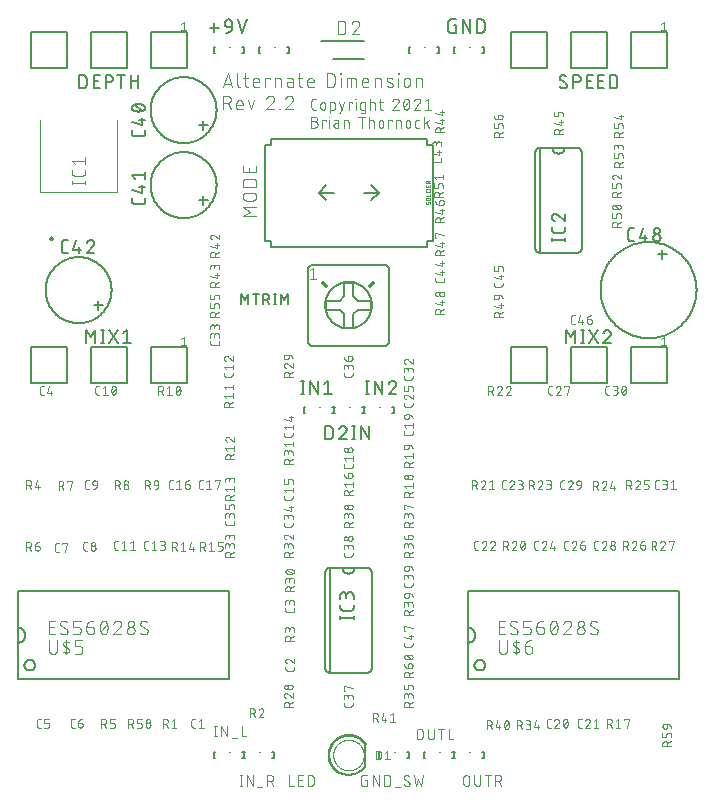
<source format=gbr>
G04 EAGLE Gerber RS-274X export*
G75*
%MOMM*%
%FSLAX34Y34*%
%LPD*%
%INSilkscreen Top*%
%IPPOS*%
%AMOC8*
5,1,8,0,0,1.08239X$1,22.5*%
G01*
%ADD10C,0.101600*%
%ADD11C,0.076200*%
%ADD12C,0.152400*%
%ADD13C,0.127000*%
%ADD14C,0.000000*%
%ADD15C,0.015238*%
%ADD16C,0.200000*%
%ADD17C,0.100000*%
%ADD18C,0.200000*%
%ADD19C,0.025400*%
%ADD20C,0.304800*%


D10*
X185928Y806958D02*
X189823Y818642D01*
X193717Y806958D01*
X192744Y809879D02*
X186902Y809879D01*
X198044Y808905D02*
X198044Y818642D01*
X198044Y808905D02*
X198046Y808818D01*
X198052Y808730D01*
X198062Y808644D01*
X198075Y808557D01*
X198093Y808472D01*
X198114Y808387D01*
X198139Y808303D01*
X198168Y808221D01*
X198201Y808140D01*
X198237Y808060D01*
X198276Y807982D01*
X198320Y807906D01*
X198366Y807832D01*
X198416Y807761D01*
X198469Y807691D01*
X198525Y807624D01*
X198584Y807560D01*
X198646Y807498D01*
X198710Y807439D01*
X198777Y807383D01*
X198847Y807330D01*
X198918Y807280D01*
X198992Y807234D01*
X199068Y807190D01*
X199146Y807151D01*
X199226Y807115D01*
X199307Y807082D01*
X199389Y807053D01*
X199473Y807028D01*
X199558Y807007D01*
X199643Y806989D01*
X199730Y806976D01*
X199816Y806966D01*
X199904Y806960D01*
X199991Y806958D01*
X203023Y814747D02*
X206918Y814747D01*
X204321Y818642D02*
X204321Y808905D01*
X204323Y808818D01*
X204329Y808730D01*
X204339Y808644D01*
X204352Y808557D01*
X204370Y808472D01*
X204391Y808387D01*
X204416Y808303D01*
X204445Y808221D01*
X204478Y808140D01*
X204514Y808060D01*
X204553Y807982D01*
X204597Y807906D01*
X204643Y807832D01*
X204693Y807761D01*
X204746Y807691D01*
X204802Y807624D01*
X204861Y807560D01*
X204923Y807498D01*
X204987Y807439D01*
X205054Y807383D01*
X205124Y807330D01*
X205195Y807280D01*
X205269Y807234D01*
X205345Y807190D01*
X205423Y807151D01*
X205503Y807115D01*
X205584Y807082D01*
X205666Y807053D01*
X205750Y807028D01*
X205835Y807007D01*
X205920Y806989D01*
X206007Y806976D01*
X206093Y806966D01*
X206181Y806960D01*
X206268Y806958D01*
X206918Y806958D01*
X213176Y806958D02*
X216422Y806958D01*
X213176Y806958D02*
X213089Y806960D01*
X213001Y806966D01*
X212915Y806976D01*
X212828Y806989D01*
X212743Y807007D01*
X212658Y807028D01*
X212574Y807053D01*
X212492Y807082D01*
X212411Y807115D01*
X212331Y807151D01*
X212253Y807190D01*
X212177Y807234D01*
X212103Y807280D01*
X212032Y807330D01*
X211962Y807383D01*
X211895Y807439D01*
X211831Y807498D01*
X211769Y807560D01*
X211710Y807624D01*
X211654Y807691D01*
X211601Y807761D01*
X211551Y807832D01*
X211505Y807906D01*
X211461Y807982D01*
X211422Y808060D01*
X211386Y808140D01*
X211353Y808221D01*
X211324Y808303D01*
X211299Y808387D01*
X211278Y808472D01*
X211260Y808557D01*
X211247Y808644D01*
X211237Y808730D01*
X211231Y808818D01*
X211229Y808905D01*
X211229Y812151D01*
X211230Y812151D02*
X211232Y812252D01*
X211238Y812352D01*
X211248Y812452D01*
X211261Y812552D01*
X211279Y812651D01*
X211300Y812750D01*
X211325Y812847D01*
X211354Y812944D01*
X211387Y813039D01*
X211423Y813133D01*
X211463Y813225D01*
X211506Y813316D01*
X211553Y813405D01*
X211603Y813492D01*
X211657Y813578D01*
X211714Y813661D01*
X211774Y813741D01*
X211837Y813820D01*
X211904Y813896D01*
X211973Y813969D01*
X212045Y814039D01*
X212119Y814107D01*
X212196Y814172D01*
X212276Y814233D01*
X212358Y814292D01*
X212442Y814347D01*
X212528Y814399D01*
X212616Y814448D01*
X212706Y814493D01*
X212798Y814535D01*
X212891Y814573D01*
X212986Y814607D01*
X213081Y814638D01*
X213178Y814665D01*
X213276Y814688D01*
X213375Y814708D01*
X213475Y814723D01*
X213575Y814735D01*
X213675Y814743D01*
X213776Y814747D01*
X213876Y814747D01*
X213977Y814743D01*
X214077Y814735D01*
X214177Y814723D01*
X214277Y814708D01*
X214376Y814688D01*
X214474Y814665D01*
X214571Y814638D01*
X214666Y814607D01*
X214761Y814573D01*
X214854Y814535D01*
X214946Y814493D01*
X215036Y814448D01*
X215124Y814399D01*
X215210Y814347D01*
X215294Y814292D01*
X215376Y814233D01*
X215456Y814172D01*
X215533Y814107D01*
X215607Y814039D01*
X215679Y813969D01*
X215748Y813896D01*
X215815Y813820D01*
X215878Y813741D01*
X215938Y813661D01*
X215995Y813578D01*
X216049Y813492D01*
X216099Y813405D01*
X216146Y813316D01*
X216189Y813225D01*
X216229Y813133D01*
X216265Y813039D01*
X216298Y812944D01*
X216327Y812847D01*
X216352Y812750D01*
X216373Y812651D01*
X216391Y812552D01*
X216404Y812452D01*
X216414Y812352D01*
X216420Y812252D01*
X216422Y812151D01*
X216422Y810853D01*
X211229Y810853D01*
X221583Y806958D02*
X221583Y814747D01*
X225477Y814747D01*
X225477Y813449D01*
X229517Y814747D02*
X229517Y806958D01*
X229517Y814747D02*
X232763Y814747D01*
X232850Y814745D01*
X232938Y814739D01*
X233024Y814729D01*
X233111Y814716D01*
X233196Y814698D01*
X233281Y814677D01*
X233365Y814652D01*
X233447Y814623D01*
X233528Y814590D01*
X233608Y814554D01*
X233686Y814515D01*
X233762Y814471D01*
X233836Y814425D01*
X233907Y814375D01*
X233977Y814322D01*
X234044Y814266D01*
X234108Y814207D01*
X234170Y814146D01*
X234229Y814081D01*
X234285Y814014D01*
X234338Y813944D01*
X234388Y813873D01*
X234434Y813799D01*
X234478Y813723D01*
X234517Y813645D01*
X234553Y813565D01*
X234586Y813484D01*
X234615Y813402D01*
X234640Y813318D01*
X234661Y813233D01*
X234679Y813148D01*
X234692Y813061D01*
X234702Y812975D01*
X234708Y812887D01*
X234710Y812800D01*
X234710Y806958D01*
X242017Y811502D02*
X244938Y811502D01*
X242017Y811502D02*
X241923Y811500D01*
X241829Y811494D01*
X241736Y811485D01*
X241643Y811471D01*
X241551Y811454D01*
X241459Y811432D01*
X241369Y811408D01*
X241279Y811379D01*
X241191Y811347D01*
X241104Y811311D01*
X241019Y811271D01*
X240936Y811228D01*
X240854Y811182D01*
X240774Y811132D01*
X240697Y811079D01*
X240622Y811023D01*
X240549Y810964D01*
X240478Y810902D01*
X240410Y810837D01*
X240345Y810769D01*
X240283Y810698D01*
X240224Y810625D01*
X240168Y810550D01*
X240115Y810473D01*
X240065Y810393D01*
X240019Y810311D01*
X239976Y810228D01*
X239936Y810143D01*
X239900Y810056D01*
X239868Y809968D01*
X239839Y809878D01*
X239815Y809788D01*
X239793Y809696D01*
X239776Y809604D01*
X239762Y809511D01*
X239753Y809418D01*
X239747Y809324D01*
X239745Y809230D01*
X239747Y809136D01*
X239753Y809042D01*
X239762Y808949D01*
X239776Y808856D01*
X239793Y808764D01*
X239815Y808672D01*
X239839Y808582D01*
X239868Y808492D01*
X239900Y808404D01*
X239936Y808317D01*
X239976Y808232D01*
X240019Y808149D01*
X240065Y808067D01*
X240115Y807987D01*
X240168Y807910D01*
X240224Y807835D01*
X240283Y807762D01*
X240345Y807691D01*
X240410Y807623D01*
X240478Y807558D01*
X240549Y807496D01*
X240622Y807437D01*
X240697Y807381D01*
X240774Y807328D01*
X240854Y807278D01*
X240936Y807232D01*
X241019Y807189D01*
X241104Y807149D01*
X241191Y807113D01*
X241279Y807081D01*
X241369Y807052D01*
X241459Y807028D01*
X241551Y807006D01*
X241643Y806989D01*
X241736Y806975D01*
X241829Y806966D01*
X241923Y806960D01*
X242017Y806958D01*
X244938Y806958D01*
X244938Y812800D01*
X244936Y812887D01*
X244930Y812975D01*
X244920Y813061D01*
X244907Y813148D01*
X244889Y813233D01*
X244868Y813318D01*
X244843Y813402D01*
X244814Y813484D01*
X244781Y813565D01*
X244745Y813645D01*
X244706Y813723D01*
X244662Y813799D01*
X244616Y813873D01*
X244566Y813944D01*
X244513Y814014D01*
X244457Y814081D01*
X244398Y814145D01*
X244336Y814207D01*
X244272Y814266D01*
X244205Y814322D01*
X244135Y814375D01*
X244064Y814425D01*
X243990Y814471D01*
X243914Y814515D01*
X243836Y814554D01*
X243756Y814590D01*
X243675Y814623D01*
X243593Y814652D01*
X243509Y814677D01*
X243424Y814698D01*
X243339Y814716D01*
X243252Y814729D01*
X243166Y814739D01*
X243078Y814745D01*
X242991Y814747D01*
X240394Y814747D01*
X249124Y814747D02*
X253019Y814747D01*
X250422Y818642D02*
X250422Y808905D01*
X250424Y808818D01*
X250430Y808730D01*
X250440Y808644D01*
X250453Y808557D01*
X250471Y808472D01*
X250492Y808387D01*
X250517Y808303D01*
X250546Y808221D01*
X250579Y808140D01*
X250615Y808060D01*
X250654Y807982D01*
X250698Y807906D01*
X250744Y807832D01*
X250794Y807761D01*
X250847Y807691D01*
X250903Y807624D01*
X250962Y807560D01*
X251024Y807498D01*
X251088Y807439D01*
X251155Y807383D01*
X251225Y807330D01*
X251296Y807280D01*
X251370Y807234D01*
X251446Y807190D01*
X251524Y807151D01*
X251604Y807115D01*
X251685Y807082D01*
X251767Y807053D01*
X251851Y807028D01*
X251936Y807007D01*
X252021Y806989D01*
X252108Y806976D01*
X252194Y806966D01*
X252282Y806960D01*
X252369Y806958D01*
X253019Y806958D01*
X259277Y806958D02*
X262523Y806958D01*
X259277Y806958D02*
X259190Y806960D01*
X259102Y806966D01*
X259016Y806976D01*
X258929Y806989D01*
X258844Y807007D01*
X258759Y807028D01*
X258675Y807053D01*
X258593Y807082D01*
X258512Y807115D01*
X258432Y807151D01*
X258354Y807190D01*
X258278Y807234D01*
X258204Y807280D01*
X258133Y807330D01*
X258063Y807383D01*
X257996Y807439D01*
X257932Y807498D01*
X257870Y807560D01*
X257811Y807624D01*
X257755Y807691D01*
X257702Y807761D01*
X257652Y807832D01*
X257606Y807906D01*
X257562Y807982D01*
X257523Y808060D01*
X257487Y808140D01*
X257454Y808221D01*
X257425Y808303D01*
X257400Y808387D01*
X257379Y808472D01*
X257361Y808557D01*
X257348Y808644D01*
X257338Y808730D01*
X257332Y808818D01*
X257330Y808905D01*
X257330Y812151D01*
X257331Y812151D02*
X257333Y812252D01*
X257339Y812352D01*
X257349Y812452D01*
X257362Y812552D01*
X257380Y812651D01*
X257401Y812750D01*
X257426Y812847D01*
X257455Y812944D01*
X257488Y813039D01*
X257524Y813133D01*
X257564Y813225D01*
X257607Y813316D01*
X257654Y813405D01*
X257704Y813492D01*
X257758Y813578D01*
X257815Y813661D01*
X257875Y813741D01*
X257938Y813820D01*
X258005Y813896D01*
X258074Y813969D01*
X258146Y814039D01*
X258220Y814107D01*
X258297Y814172D01*
X258377Y814233D01*
X258459Y814292D01*
X258543Y814347D01*
X258629Y814399D01*
X258717Y814448D01*
X258807Y814493D01*
X258899Y814535D01*
X258992Y814573D01*
X259087Y814607D01*
X259182Y814638D01*
X259279Y814665D01*
X259377Y814688D01*
X259476Y814708D01*
X259576Y814723D01*
X259676Y814735D01*
X259776Y814743D01*
X259877Y814747D01*
X259977Y814747D01*
X260078Y814743D01*
X260178Y814735D01*
X260278Y814723D01*
X260378Y814708D01*
X260477Y814688D01*
X260575Y814665D01*
X260672Y814638D01*
X260767Y814607D01*
X260862Y814573D01*
X260955Y814535D01*
X261047Y814493D01*
X261137Y814448D01*
X261225Y814399D01*
X261311Y814347D01*
X261395Y814292D01*
X261477Y814233D01*
X261557Y814172D01*
X261634Y814107D01*
X261708Y814039D01*
X261780Y813969D01*
X261849Y813896D01*
X261916Y813820D01*
X261979Y813741D01*
X262039Y813661D01*
X262096Y813578D01*
X262150Y813492D01*
X262200Y813405D01*
X262247Y813316D01*
X262290Y813225D01*
X262330Y813133D01*
X262366Y813039D01*
X262399Y812944D01*
X262428Y812847D01*
X262453Y812750D01*
X262474Y812651D01*
X262492Y812552D01*
X262505Y812452D01*
X262515Y812352D01*
X262521Y812252D01*
X262523Y812151D01*
X262523Y810853D01*
X257330Y810853D01*
X273826Y806958D02*
X273826Y818642D01*
X277072Y818642D01*
X277185Y818640D01*
X277298Y818634D01*
X277411Y818624D01*
X277524Y818610D01*
X277636Y818593D01*
X277747Y818571D01*
X277857Y818546D01*
X277967Y818516D01*
X278075Y818483D01*
X278182Y818446D01*
X278288Y818406D01*
X278392Y818361D01*
X278495Y818313D01*
X278596Y818262D01*
X278695Y818207D01*
X278792Y818149D01*
X278887Y818087D01*
X278980Y818022D01*
X279070Y817954D01*
X279158Y817883D01*
X279244Y817808D01*
X279327Y817731D01*
X279407Y817651D01*
X279484Y817568D01*
X279559Y817482D01*
X279630Y817394D01*
X279698Y817304D01*
X279763Y817211D01*
X279825Y817116D01*
X279883Y817019D01*
X279938Y816920D01*
X279989Y816819D01*
X280037Y816716D01*
X280082Y816612D01*
X280122Y816506D01*
X280159Y816399D01*
X280192Y816291D01*
X280222Y816181D01*
X280247Y816071D01*
X280269Y815960D01*
X280286Y815848D01*
X280300Y815735D01*
X280310Y815622D01*
X280316Y815509D01*
X280318Y815396D01*
X280317Y815396D02*
X280317Y810204D01*
X280318Y810204D02*
X280316Y810091D01*
X280310Y809978D01*
X280300Y809865D01*
X280286Y809752D01*
X280269Y809640D01*
X280247Y809529D01*
X280222Y809419D01*
X280192Y809309D01*
X280159Y809201D01*
X280122Y809094D01*
X280082Y808988D01*
X280037Y808884D01*
X279989Y808781D01*
X279938Y808680D01*
X279883Y808581D01*
X279825Y808484D01*
X279763Y808389D01*
X279698Y808296D01*
X279630Y808206D01*
X279559Y808118D01*
X279484Y808032D01*
X279407Y807949D01*
X279327Y807869D01*
X279244Y807792D01*
X279158Y807717D01*
X279070Y807646D01*
X278980Y807578D01*
X278887Y807513D01*
X278792Y807451D01*
X278695Y807393D01*
X278596Y807338D01*
X278495Y807287D01*
X278392Y807239D01*
X278288Y807194D01*
X278182Y807154D01*
X278075Y807117D01*
X277967Y807084D01*
X277857Y807054D01*
X277747Y807029D01*
X277636Y807007D01*
X277524Y806990D01*
X277411Y806976D01*
X277298Y806966D01*
X277185Y806960D01*
X277072Y806958D01*
X273826Y806958D01*
X285453Y806958D02*
X285453Y814747D01*
X285129Y817993D02*
X285129Y818642D01*
X285778Y818642D01*
X285778Y817993D01*
X285129Y817993D01*
X290703Y814747D02*
X290703Y806958D01*
X290703Y814747D02*
X296545Y814747D01*
X296632Y814745D01*
X296720Y814739D01*
X296806Y814729D01*
X296893Y814716D01*
X296978Y814698D01*
X297063Y814677D01*
X297147Y814652D01*
X297229Y814623D01*
X297310Y814590D01*
X297390Y814554D01*
X297468Y814515D01*
X297544Y814471D01*
X297618Y814425D01*
X297689Y814375D01*
X297759Y814322D01*
X297826Y814266D01*
X297890Y814207D01*
X297952Y814145D01*
X298011Y814081D01*
X298067Y814014D01*
X298120Y813944D01*
X298170Y813873D01*
X298216Y813799D01*
X298260Y813723D01*
X298299Y813645D01*
X298335Y813565D01*
X298368Y813484D01*
X298397Y813402D01*
X298422Y813318D01*
X298443Y813233D01*
X298461Y813148D01*
X298474Y813061D01*
X298484Y812975D01*
X298490Y812887D01*
X298492Y812800D01*
X298492Y806958D01*
X294597Y806958D02*
X294597Y814747D01*
X305759Y806958D02*
X309005Y806958D01*
X305759Y806958D02*
X305672Y806960D01*
X305584Y806966D01*
X305498Y806976D01*
X305411Y806989D01*
X305326Y807007D01*
X305241Y807028D01*
X305157Y807053D01*
X305075Y807082D01*
X304994Y807115D01*
X304914Y807151D01*
X304836Y807190D01*
X304760Y807234D01*
X304686Y807280D01*
X304615Y807330D01*
X304545Y807383D01*
X304478Y807439D01*
X304414Y807498D01*
X304352Y807560D01*
X304293Y807624D01*
X304237Y807691D01*
X304184Y807761D01*
X304134Y807832D01*
X304088Y807906D01*
X304044Y807982D01*
X304005Y808060D01*
X303969Y808140D01*
X303936Y808221D01*
X303907Y808303D01*
X303882Y808387D01*
X303861Y808472D01*
X303843Y808557D01*
X303830Y808644D01*
X303820Y808730D01*
X303814Y808818D01*
X303812Y808905D01*
X303812Y812151D01*
X303814Y812252D01*
X303820Y812352D01*
X303830Y812452D01*
X303843Y812552D01*
X303861Y812651D01*
X303882Y812750D01*
X303907Y812847D01*
X303936Y812944D01*
X303969Y813039D01*
X304005Y813133D01*
X304045Y813225D01*
X304088Y813316D01*
X304135Y813405D01*
X304185Y813492D01*
X304239Y813578D01*
X304296Y813661D01*
X304356Y813741D01*
X304419Y813820D01*
X304486Y813896D01*
X304555Y813969D01*
X304627Y814039D01*
X304701Y814107D01*
X304778Y814172D01*
X304858Y814233D01*
X304940Y814292D01*
X305024Y814347D01*
X305110Y814399D01*
X305198Y814448D01*
X305288Y814493D01*
X305380Y814535D01*
X305473Y814573D01*
X305568Y814607D01*
X305663Y814638D01*
X305760Y814665D01*
X305858Y814688D01*
X305957Y814708D01*
X306057Y814723D01*
X306157Y814735D01*
X306257Y814743D01*
X306358Y814747D01*
X306458Y814747D01*
X306559Y814743D01*
X306659Y814735D01*
X306759Y814723D01*
X306859Y814708D01*
X306958Y814688D01*
X307056Y814665D01*
X307153Y814638D01*
X307248Y814607D01*
X307343Y814573D01*
X307436Y814535D01*
X307528Y814493D01*
X307618Y814448D01*
X307706Y814399D01*
X307792Y814347D01*
X307876Y814292D01*
X307958Y814233D01*
X308038Y814172D01*
X308115Y814107D01*
X308189Y814039D01*
X308261Y813969D01*
X308330Y813896D01*
X308397Y813820D01*
X308460Y813741D01*
X308520Y813661D01*
X308577Y813578D01*
X308631Y813492D01*
X308681Y813405D01*
X308728Y813316D01*
X308771Y813225D01*
X308811Y813133D01*
X308847Y813039D01*
X308880Y812944D01*
X308909Y812847D01*
X308934Y812750D01*
X308955Y812651D01*
X308973Y812552D01*
X308986Y812452D01*
X308996Y812352D01*
X309002Y812252D01*
X309004Y812151D01*
X309005Y812151D02*
X309005Y810853D01*
X303812Y810853D01*
X314099Y806958D02*
X314099Y814747D01*
X317345Y814747D01*
X317432Y814745D01*
X317520Y814739D01*
X317606Y814729D01*
X317693Y814716D01*
X317778Y814698D01*
X317863Y814677D01*
X317947Y814652D01*
X318029Y814623D01*
X318110Y814590D01*
X318190Y814554D01*
X318268Y814515D01*
X318344Y814471D01*
X318418Y814425D01*
X318489Y814375D01*
X318559Y814322D01*
X318626Y814266D01*
X318690Y814207D01*
X318752Y814146D01*
X318811Y814081D01*
X318867Y814014D01*
X318920Y813944D01*
X318970Y813873D01*
X319016Y813799D01*
X319060Y813723D01*
X319099Y813645D01*
X319135Y813565D01*
X319168Y813484D01*
X319197Y813402D01*
X319222Y813318D01*
X319243Y813233D01*
X319261Y813148D01*
X319274Y813061D01*
X319284Y812975D01*
X319290Y812887D01*
X319292Y812800D01*
X319292Y806958D01*
X325360Y811502D02*
X328605Y810204D01*
X325360Y811501D02*
X325285Y811534D01*
X325211Y811570D01*
X325139Y811609D01*
X325069Y811652D01*
X325002Y811698D01*
X324936Y811748D01*
X324874Y811800D01*
X324813Y811856D01*
X324756Y811914D01*
X324701Y811975D01*
X324650Y812039D01*
X324602Y812105D01*
X324557Y812174D01*
X324515Y812244D01*
X324477Y812317D01*
X324442Y812391D01*
X324411Y812467D01*
X324384Y812544D01*
X324361Y812623D01*
X324341Y812702D01*
X324326Y812783D01*
X324314Y812864D01*
X324306Y812946D01*
X324302Y813027D01*
X324303Y813109D01*
X324307Y813191D01*
X324315Y813273D01*
X324327Y813354D01*
X324343Y813434D01*
X324363Y813514D01*
X324387Y813592D01*
X324415Y813669D01*
X324446Y813745D01*
X324481Y813819D01*
X324519Y813891D01*
X324561Y813962D01*
X324607Y814030D01*
X324655Y814096D01*
X324707Y814159D01*
X324762Y814220D01*
X324820Y814278D01*
X324880Y814334D01*
X324943Y814386D01*
X325009Y814435D01*
X325077Y814481D01*
X325147Y814523D01*
X325219Y814563D01*
X325293Y814598D01*
X325368Y814630D01*
X325445Y814658D01*
X325523Y814682D01*
X325603Y814703D01*
X325683Y814720D01*
X325764Y814732D01*
X325845Y814741D01*
X325927Y814746D01*
X326009Y814747D01*
X326186Y814743D01*
X326363Y814734D01*
X326540Y814720D01*
X326717Y814703D01*
X326892Y814681D01*
X327068Y814656D01*
X327242Y814625D01*
X327416Y814591D01*
X327589Y814553D01*
X327761Y814510D01*
X327932Y814463D01*
X328102Y814413D01*
X328271Y814358D01*
X328438Y814299D01*
X328603Y814236D01*
X328768Y814169D01*
X328930Y814098D01*
X328605Y810204D02*
X328680Y810171D01*
X328754Y810135D01*
X328826Y810096D01*
X328896Y810053D01*
X328963Y810007D01*
X329029Y809957D01*
X329091Y809905D01*
X329152Y809849D01*
X329209Y809791D01*
X329264Y809730D01*
X329315Y809666D01*
X329363Y809600D01*
X329408Y809531D01*
X329450Y809461D01*
X329488Y809388D01*
X329523Y809314D01*
X329554Y809238D01*
X329581Y809161D01*
X329604Y809082D01*
X329624Y809003D01*
X329639Y808922D01*
X329651Y808841D01*
X329659Y808759D01*
X329663Y808678D01*
X329662Y808596D01*
X329658Y808514D01*
X329650Y808432D01*
X329638Y808351D01*
X329622Y808271D01*
X329602Y808191D01*
X329578Y808113D01*
X329550Y808036D01*
X329519Y807960D01*
X329484Y807886D01*
X329446Y807814D01*
X329404Y807743D01*
X329358Y807675D01*
X329310Y807609D01*
X329258Y807546D01*
X329203Y807485D01*
X329145Y807427D01*
X329085Y807371D01*
X329022Y807319D01*
X328956Y807270D01*
X328888Y807224D01*
X328818Y807182D01*
X328746Y807142D01*
X328672Y807107D01*
X328597Y807075D01*
X328520Y807047D01*
X328442Y807023D01*
X328362Y807002D01*
X328282Y806985D01*
X328201Y806973D01*
X328120Y806964D01*
X328038Y806959D01*
X327956Y806958D01*
X327696Y806965D01*
X327436Y806978D01*
X327176Y806997D01*
X326917Y807022D01*
X326658Y807054D01*
X326401Y807091D01*
X326144Y807135D01*
X325888Y807184D01*
X325634Y807240D01*
X325381Y807301D01*
X325130Y807369D01*
X324880Y807443D01*
X324632Y807522D01*
X324386Y807607D01*
X334221Y806958D02*
X334221Y814747D01*
X333897Y817993D02*
X333897Y818642D01*
X334546Y818642D01*
X334546Y817993D01*
X333897Y817993D01*
X338864Y812151D02*
X338864Y809554D01*
X338864Y812151D02*
X338866Y812252D01*
X338872Y812352D01*
X338882Y812452D01*
X338895Y812552D01*
X338913Y812651D01*
X338934Y812750D01*
X338959Y812847D01*
X338988Y812944D01*
X339021Y813039D01*
X339057Y813133D01*
X339097Y813225D01*
X339140Y813316D01*
X339187Y813405D01*
X339237Y813492D01*
X339291Y813578D01*
X339348Y813661D01*
X339408Y813741D01*
X339471Y813820D01*
X339538Y813896D01*
X339607Y813969D01*
X339679Y814039D01*
X339753Y814107D01*
X339830Y814172D01*
X339910Y814233D01*
X339992Y814292D01*
X340076Y814347D01*
X340162Y814399D01*
X340250Y814448D01*
X340340Y814493D01*
X340432Y814535D01*
X340525Y814573D01*
X340620Y814607D01*
X340715Y814638D01*
X340812Y814665D01*
X340910Y814688D01*
X341009Y814708D01*
X341109Y814723D01*
X341209Y814735D01*
X341309Y814743D01*
X341410Y814747D01*
X341510Y814747D01*
X341611Y814743D01*
X341711Y814735D01*
X341811Y814723D01*
X341911Y814708D01*
X342010Y814688D01*
X342108Y814665D01*
X342205Y814638D01*
X342300Y814607D01*
X342395Y814573D01*
X342488Y814535D01*
X342580Y814493D01*
X342670Y814448D01*
X342758Y814399D01*
X342844Y814347D01*
X342928Y814292D01*
X343010Y814233D01*
X343090Y814172D01*
X343167Y814107D01*
X343241Y814039D01*
X343313Y813969D01*
X343382Y813896D01*
X343449Y813820D01*
X343512Y813741D01*
X343572Y813661D01*
X343629Y813578D01*
X343683Y813492D01*
X343733Y813405D01*
X343780Y813316D01*
X343823Y813225D01*
X343863Y813133D01*
X343899Y813039D01*
X343932Y812944D01*
X343961Y812847D01*
X343986Y812750D01*
X344007Y812651D01*
X344025Y812552D01*
X344038Y812452D01*
X344048Y812352D01*
X344054Y812252D01*
X344056Y812151D01*
X344057Y812151D02*
X344057Y809554D01*
X344056Y809554D02*
X344054Y809453D01*
X344048Y809353D01*
X344038Y809253D01*
X344025Y809153D01*
X344007Y809054D01*
X343986Y808955D01*
X343961Y808858D01*
X343932Y808761D01*
X343899Y808666D01*
X343863Y808572D01*
X343823Y808480D01*
X343780Y808389D01*
X343733Y808300D01*
X343683Y808213D01*
X343629Y808127D01*
X343572Y808044D01*
X343512Y807964D01*
X343449Y807885D01*
X343382Y807809D01*
X343313Y807736D01*
X343241Y807666D01*
X343167Y807598D01*
X343090Y807533D01*
X343010Y807472D01*
X342928Y807413D01*
X342844Y807358D01*
X342758Y807306D01*
X342670Y807257D01*
X342580Y807212D01*
X342488Y807170D01*
X342395Y807132D01*
X342300Y807098D01*
X342205Y807067D01*
X342108Y807040D01*
X342010Y807017D01*
X341911Y806997D01*
X341811Y806982D01*
X341711Y806970D01*
X341611Y806962D01*
X341510Y806958D01*
X341410Y806958D01*
X341309Y806962D01*
X341209Y806970D01*
X341109Y806982D01*
X341009Y806997D01*
X340910Y807017D01*
X340812Y807040D01*
X340715Y807067D01*
X340620Y807098D01*
X340525Y807132D01*
X340432Y807170D01*
X340340Y807212D01*
X340250Y807257D01*
X340162Y807306D01*
X340076Y807358D01*
X339992Y807413D01*
X339910Y807472D01*
X339830Y807533D01*
X339753Y807598D01*
X339679Y807666D01*
X339607Y807736D01*
X339538Y807809D01*
X339471Y807885D01*
X339408Y807964D01*
X339348Y808044D01*
X339291Y808127D01*
X339237Y808213D01*
X339187Y808300D01*
X339140Y808389D01*
X339097Y808480D01*
X339057Y808572D01*
X339021Y808666D01*
X338988Y808761D01*
X338959Y808858D01*
X338934Y808955D01*
X338913Y809054D01*
X338895Y809153D01*
X338882Y809253D01*
X338872Y809353D01*
X338866Y809453D01*
X338864Y809554D01*
X349151Y806958D02*
X349151Y814747D01*
X352397Y814747D01*
X352484Y814745D01*
X352572Y814739D01*
X352658Y814729D01*
X352745Y814716D01*
X352830Y814698D01*
X352915Y814677D01*
X352999Y814652D01*
X353081Y814623D01*
X353162Y814590D01*
X353242Y814554D01*
X353320Y814515D01*
X353396Y814471D01*
X353470Y814425D01*
X353541Y814375D01*
X353611Y814322D01*
X353678Y814266D01*
X353742Y814207D01*
X353804Y814146D01*
X353863Y814081D01*
X353919Y814014D01*
X353972Y813944D01*
X354022Y813873D01*
X354068Y813799D01*
X354112Y813723D01*
X354151Y813645D01*
X354187Y813565D01*
X354220Y813484D01*
X354249Y813402D01*
X354274Y813318D01*
X354295Y813233D01*
X354313Y813148D01*
X354326Y813061D01*
X354336Y812975D01*
X354342Y812887D01*
X354344Y812800D01*
X354344Y806958D01*
X185928Y799592D02*
X185928Y787908D01*
X185928Y799592D02*
X189174Y799592D01*
X189287Y799590D01*
X189400Y799584D01*
X189513Y799574D01*
X189626Y799560D01*
X189738Y799543D01*
X189849Y799521D01*
X189959Y799496D01*
X190069Y799466D01*
X190177Y799433D01*
X190284Y799396D01*
X190390Y799356D01*
X190494Y799311D01*
X190597Y799263D01*
X190698Y799212D01*
X190797Y799157D01*
X190894Y799099D01*
X190989Y799037D01*
X191082Y798972D01*
X191172Y798904D01*
X191260Y798833D01*
X191346Y798758D01*
X191429Y798681D01*
X191509Y798601D01*
X191586Y798518D01*
X191661Y798432D01*
X191732Y798344D01*
X191800Y798254D01*
X191865Y798161D01*
X191927Y798066D01*
X191985Y797969D01*
X192040Y797870D01*
X192091Y797769D01*
X192139Y797666D01*
X192184Y797562D01*
X192224Y797456D01*
X192261Y797349D01*
X192294Y797241D01*
X192324Y797131D01*
X192349Y797021D01*
X192371Y796910D01*
X192388Y796798D01*
X192402Y796685D01*
X192412Y796572D01*
X192418Y796459D01*
X192420Y796346D01*
X192418Y796233D01*
X192412Y796120D01*
X192402Y796007D01*
X192388Y795894D01*
X192371Y795782D01*
X192349Y795671D01*
X192324Y795561D01*
X192294Y795451D01*
X192261Y795343D01*
X192224Y795236D01*
X192184Y795130D01*
X192139Y795026D01*
X192091Y794923D01*
X192040Y794822D01*
X191985Y794723D01*
X191927Y794626D01*
X191865Y794531D01*
X191800Y794438D01*
X191732Y794348D01*
X191661Y794260D01*
X191586Y794174D01*
X191509Y794091D01*
X191429Y794011D01*
X191346Y793934D01*
X191260Y793859D01*
X191172Y793788D01*
X191082Y793720D01*
X190989Y793655D01*
X190894Y793593D01*
X190797Y793535D01*
X190698Y793480D01*
X190597Y793429D01*
X190494Y793381D01*
X190390Y793336D01*
X190284Y793296D01*
X190177Y793259D01*
X190069Y793226D01*
X189959Y793196D01*
X189849Y793171D01*
X189738Y793149D01*
X189626Y793132D01*
X189513Y793118D01*
X189400Y793108D01*
X189287Y793102D01*
X189174Y793100D01*
X189174Y793101D02*
X185928Y793101D01*
X189823Y793101D02*
X192419Y787908D01*
X199119Y787908D02*
X202364Y787908D01*
X199119Y787908D02*
X199032Y787910D01*
X198944Y787916D01*
X198858Y787926D01*
X198771Y787939D01*
X198686Y787957D01*
X198601Y787978D01*
X198517Y788003D01*
X198435Y788032D01*
X198354Y788065D01*
X198274Y788101D01*
X198196Y788140D01*
X198120Y788184D01*
X198046Y788230D01*
X197975Y788280D01*
X197905Y788333D01*
X197838Y788389D01*
X197774Y788448D01*
X197712Y788510D01*
X197653Y788574D01*
X197597Y788641D01*
X197544Y788711D01*
X197494Y788782D01*
X197448Y788856D01*
X197404Y788932D01*
X197365Y789010D01*
X197329Y789090D01*
X197296Y789171D01*
X197267Y789253D01*
X197242Y789337D01*
X197221Y789422D01*
X197203Y789507D01*
X197190Y789594D01*
X197180Y789680D01*
X197174Y789768D01*
X197172Y789855D01*
X197171Y789855D02*
X197171Y793101D01*
X197172Y793101D02*
X197174Y793202D01*
X197180Y793302D01*
X197190Y793402D01*
X197203Y793502D01*
X197221Y793601D01*
X197242Y793700D01*
X197267Y793797D01*
X197296Y793894D01*
X197329Y793989D01*
X197365Y794083D01*
X197405Y794175D01*
X197448Y794266D01*
X197495Y794355D01*
X197545Y794442D01*
X197599Y794528D01*
X197656Y794611D01*
X197716Y794691D01*
X197779Y794770D01*
X197846Y794846D01*
X197915Y794919D01*
X197987Y794989D01*
X198061Y795057D01*
X198138Y795122D01*
X198218Y795183D01*
X198300Y795242D01*
X198384Y795297D01*
X198470Y795349D01*
X198558Y795398D01*
X198648Y795443D01*
X198740Y795485D01*
X198833Y795523D01*
X198928Y795557D01*
X199023Y795588D01*
X199120Y795615D01*
X199218Y795638D01*
X199317Y795658D01*
X199417Y795673D01*
X199517Y795685D01*
X199617Y795693D01*
X199718Y795697D01*
X199818Y795697D01*
X199919Y795693D01*
X200019Y795685D01*
X200119Y795673D01*
X200219Y795658D01*
X200318Y795638D01*
X200416Y795615D01*
X200513Y795588D01*
X200608Y795557D01*
X200703Y795523D01*
X200796Y795485D01*
X200888Y795443D01*
X200978Y795398D01*
X201066Y795349D01*
X201152Y795297D01*
X201236Y795242D01*
X201318Y795183D01*
X201398Y795122D01*
X201475Y795057D01*
X201549Y794989D01*
X201621Y794919D01*
X201690Y794846D01*
X201757Y794770D01*
X201820Y794691D01*
X201880Y794611D01*
X201937Y794528D01*
X201991Y794442D01*
X202041Y794355D01*
X202088Y794266D01*
X202131Y794175D01*
X202171Y794083D01*
X202207Y793989D01*
X202240Y793894D01*
X202269Y793797D01*
X202294Y793700D01*
X202315Y793601D01*
X202333Y793502D01*
X202346Y793402D01*
X202356Y793302D01*
X202362Y793202D01*
X202364Y793101D01*
X202364Y791803D01*
X197171Y791803D01*
X206696Y795697D02*
X209293Y787908D01*
X211889Y795697D01*
X226000Y799592D02*
X226107Y799590D01*
X226213Y799584D01*
X226319Y799574D01*
X226425Y799561D01*
X226531Y799543D01*
X226635Y799522D01*
X226739Y799497D01*
X226842Y799468D01*
X226943Y799436D01*
X227043Y799399D01*
X227142Y799359D01*
X227240Y799316D01*
X227336Y799269D01*
X227430Y799218D01*
X227522Y799164D01*
X227612Y799107D01*
X227700Y799047D01*
X227785Y798983D01*
X227868Y798916D01*
X227949Y798846D01*
X228027Y798774D01*
X228103Y798698D01*
X228175Y798620D01*
X228245Y798539D01*
X228312Y798456D01*
X228376Y798371D01*
X228436Y798283D01*
X228493Y798193D01*
X228547Y798101D01*
X228598Y798007D01*
X228645Y797911D01*
X228688Y797813D01*
X228728Y797714D01*
X228765Y797614D01*
X228797Y797513D01*
X228826Y797410D01*
X228851Y797306D01*
X228872Y797202D01*
X228890Y797096D01*
X228903Y796990D01*
X228913Y796884D01*
X228919Y796778D01*
X228921Y796671D01*
X226000Y799592D02*
X225879Y799590D01*
X225758Y799584D01*
X225638Y799574D01*
X225517Y799561D01*
X225398Y799543D01*
X225278Y799522D01*
X225160Y799497D01*
X225043Y799468D01*
X224926Y799435D01*
X224811Y799399D01*
X224697Y799358D01*
X224584Y799315D01*
X224472Y799267D01*
X224363Y799216D01*
X224255Y799161D01*
X224148Y799103D01*
X224044Y799042D01*
X223942Y798977D01*
X223842Y798909D01*
X223744Y798838D01*
X223648Y798764D01*
X223555Y798687D01*
X223465Y798606D01*
X223377Y798523D01*
X223292Y798437D01*
X223209Y798348D01*
X223130Y798257D01*
X223053Y798163D01*
X222980Y798067D01*
X222910Y797969D01*
X222843Y797868D01*
X222779Y797765D01*
X222719Y797660D01*
X222662Y797553D01*
X222608Y797445D01*
X222558Y797335D01*
X222512Y797223D01*
X222469Y797110D01*
X222430Y796995D01*
X227948Y794399D02*
X228027Y794476D01*
X228103Y794557D01*
X228176Y794640D01*
X228246Y794725D01*
X228313Y794813D01*
X228377Y794903D01*
X228437Y794995D01*
X228494Y795090D01*
X228548Y795186D01*
X228599Y795284D01*
X228646Y795384D01*
X228690Y795486D01*
X228730Y795589D01*
X228766Y795693D01*
X228798Y795799D01*
X228827Y795905D01*
X228852Y796013D01*
X228874Y796121D01*
X228891Y796231D01*
X228905Y796340D01*
X228914Y796450D01*
X228920Y796561D01*
X228922Y796671D01*
X227948Y794399D02*
X222430Y787908D01*
X228921Y787908D01*
X233352Y787908D02*
X233352Y788557D01*
X234001Y788557D01*
X234001Y787908D01*
X233352Y787908D01*
X244923Y796671D02*
X244921Y796778D01*
X244915Y796884D01*
X244905Y796990D01*
X244892Y797096D01*
X244874Y797202D01*
X244853Y797306D01*
X244828Y797410D01*
X244799Y797513D01*
X244767Y797614D01*
X244730Y797714D01*
X244690Y797813D01*
X244647Y797911D01*
X244600Y798007D01*
X244549Y798101D01*
X244495Y798193D01*
X244438Y798283D01*
X244378Y798371D01*
X244314Y798456D01*
X244247Y798539D01*
X244177Y798620D01*
X244105Y798698D01*
X244029Y798774D01*
X243951Y798846D01*
X243870Y798916D01*
X243787Y798983D01*
X243702Y799047D01*
X243614Y799107D01*
X243524Y799164D01*
X243432Y799218D01*
X243338Y799269D01*
X243242Y799316D01*
X243144Y799359D01*
X243045Y799399D01*
X242945Y799436D01*
X242844Y799468D01*
X242741Y799497D01*
X242637Y799522D01*
X242533Y799543D01*
X242427Y799561D01*
X242321Y799574D01*
X242215Y799584D01*
X242109Y799590D01*
X242002Y799592D01*
X241881Y799590D01*
X241760Y799584D01*
X241640Y799574D01*
X241519Y799561D01*
X241400Y799543D01*
X241280Y799522D01*
X241162Y799497D01*
X241045Y799468D01*
X240928Y799435D01*
X240813Y799399D01*
X240699Y799358D01*
X240586Y799315D01*
X240474Y799267D01*
X240365Y799216D01*
X240257Y799161D01*
X240150Y799103D01*
X240046Y799042D01*
X239944Y798977D01*
X239844Y798909D01*
X239746Y798838D01*
X239650Y798764D01*
X239557Y798687D01*
X239467Y798606D01*
X239379Y798523D01*
X239294Y798437D01*
X239211Y798348D01*
X239132Y798257D01*
X239055Y798163D01*
X238982Y798067D01*
X238912Y797969D01*
X238845Y797868D01*
X238781Y797765D01*
X238721Y797660D01*
X238664Y797553D01*
X238610Y797445D01*
X238560Y797335D01*
X238514Y797223D01*
X238471Y797110D01*
X238432Y796995D01*
X243950Y794399D02*
X244029Y794476D01*
X244105Y794557D01*
X244178Y794640D01*
X244248Y794725D01*
X244315Y794813D01*
X244379Y794903D01*
X244439Y794995D01*
X244496Y795090D01*
X244550Y795186D01*
X244601Y795284D01*
X244648Y795384D01*
X244692Y795486D01*
X244732Y795589D01*
X244768Y795693D01*
X244800Y795799D01*
X244829Y795905D01*
X244854Y796013D01*
X244876Y796121D01*
X244893Y796231D01*
X244907Y796340D01*
X244916Y796450D01*
X244922Y796561D01*
X244924Y796671D01*
X243950Y794399D02*
X238432Y787908D01*
X244923Y787908D01*
D11*
X262819Y787781D02*
X264908Y787781D01*
X262819Y787781D02*
X262730Y787783D01*
X262642Y787789D01*
X262554Y787798D01*
X262466Y787811D01*
X262379Y787828D01*
X262293Y787848D01*
X262208Y787873D01*
X262123Y787900D01*
X262040Y787932D01*
X261959Y787966D01*
X261879Y788005D01*
X261801Y788046D01*
X261724Y788091D01*
X261650Y788139D01*
X261577Y788190D01*
X261507Y788244D01*
X261440Y788302D01*
X261374Y788362D01*
X261312Y788424D01*
X261252Y788490D01*
X261194Y788557D01*
X261140Y788627D01*
X261089Y788700D01*
X261041Y788774D01*
X260996Y788851D01*
X260955Y788929D01*
X260916Y789009D01*
X260882Y789090D01*
X260850Y789173D01*
X260823Y789258D01*
X260798Y789343D01*
X260778Y789429D01*
X260761Y789516D01*
X260748Y789604D01*
X260739Y789692D01*
X260733Y789780D01*
X260731Y789869D01*
X260731Y795091D01*
X260733Y795180D01*
X260739Y795268D01*
X260748Y795356D01*
X260761Y795444D01*
X260778Y795531D01*
X260798Y795617D01*
X260823Y795702D01*
X260850Y795787D01*
X260882Y795870D01*
X260916Y795951D01*
X260955Y796031D01*
X260996Y796109D01*
X261041Y796186D01*
X261089Y796260D01*
X261140Y796333D01*
X261194Y796403D01*
X261252Y796470D01*
X261312Y796536D01*
X261374Y796598D01*
X261440Y796658D01*
X261507Y796716D01*
X261577Y796770D01*
X261650Y796821D01*
X261724Y796869D01*
X261801Y796914D01*
X261879Y796955D01*
X261959Y796994D01*
X262040Y797028D01*
X262123Y797060D01*
X262208Y797087D01*
X262293Y797112D01*
X262379Y797132D01*
X262466Y797149D01*
X262554Y797162D01*
X262642Y797171D01*
X262730Y797177D01*
X262819Y797179D01*
X264908Y797179D01*
X268289Y791958D02*
X268289Y789869D01*
X268290Y791958D02*
X268292Y792048D01*
X268298Y792137D01*
X268307Y792227D01*
X268321Y792316D01*
X268338Y792404D01*
X268359Y792491D01*
X268384Y792578D01*
X268413Y792663D01*
X268445Y792747D01*
X268480Y792829D01*
X268520Y792910D01*
X268562Y792989D01*
X268608Y793066D01*
X268658Y793141D01*
X268710Y793214D01*
X268766Y793285D01*
X268824Y793353D01*
X268886Y793418D01*
X268950Y793481D01*
X269017Y793541D01*
X269086Y793598D01*
X269158Y793652D01*
X269232Y793703D01*
X269308Y793751D01*
X269386Y793795D01*
X269466Y793836D01*
X269548Y793874D01*
X269631Y793908D01*
X269716Y793938D01*
X269802Y793965D01*
X269888Y793988D01*
X269976Y794007D01*
X270065Y794022D01*
X270154Y794034D01*
X270243Y794042D01*
X270333Y794046D01*
X270423Y794046D01*
X270513Y794042D01*
X270602Y794034D01*
X270691Y794022D01*
X270780Y794007D01*
X270868Y793988D01*
X270954Y793965D01*
X271040Y793938D01*
X271125Y793908D01*
X271208Y793874D01*
X271290Y793836D01*
X271370Y793795D01*
X271448Y793751D01*
X271524Y793703D01*
X271598Y793652D01*
X271670Y793598D01*
X271739Y793541D01*
X271806Y793481D01*
X271870Y793418D01*
X271932Y793353D01*
X271990Y793285D01*
X272046Y793214D01*
X272098Y793141D01*
X272148Y793066D01*
X272194Y792989D01*
X272236Y792910D01*
X272276Y792829D01*
X272311Y792747D01*
X272343Y792663D01*
X272372Y792578D01*
X272397Y792491D01*
X272418Y792404D01*
X272435Y792316D01*
X272449Y792227D01*
X272458Y792137D01*
X272464Y792048D01*
X272466Y791958D01*
X272466Y789869D01*
X272464Y789779D01*
X272458Y789690D01*
X272449Y789600D01*
X272435Y789511D01*
X272418Y789423D01*
X272397Y789336D01*
X272372Y789249D01*
X272343Y789164D01*
X272311Y789080D01*
X272276Y788998D01*
X272236Y788917D01*
X272194Y788838D01*
X272148Y788761D01*
X272098Y788686D01*
X272046Y788613D01*
X271990Y788542D01*
X271932Y788474D01*
X271870Y788409D01*
X271806Y788346D01*
X271739Y788286D01*
X271670Y788229D01*
X271598Y788175D01*
X271524Y788124D01*
X271448Y788076D01*
X271370Y788032D01*
X271290Y787991D01*
X271208Y787953D01*
X271125Y787919D01*
X271040Y787889D01*
X270954Y787862D01*
X270868Y787839D01*
X270780Y787820D01*
X270691Y787805D01*
X270602Y787793D01*
X270513Y787785D01*
X270423Y787781D01*
X270333Y787781D01*
X270243Y787785D01*
X270154Y787793D01*
X270065Y787805D01*
X269976Y787820D01*
X269888Y787839D01*
X269802Y787862D01*
X269716Y787889D01*
X269631Y787919D01*
X269548Y787953D01*
X269466Y787991D01*
X269386Y788032D01*
X269308Y788076D01*
X269232Y788124D01*
X269158Y788175D01*
X269086Y788229D01*
X269017Y788286D01*
X268950Y788346D01*
X268886Y788409D01*
X268824Y788474D01*
X268766Y788542D01*
X268710Y788613D01*
X268658Y788686D01*
X268608Y788761D01*
X268562Y788838D01*
X268520Y788917D01*
X268480Y788998D01*
X268445Y789080D01*
X268413Y789164D01*
X268384Y789249D01*
X268359Y789336D01*
X268338Y789423D01*
X268321Y789511D01*
X268307Y789600D01*
X268298Y789690D01*
X268292Y789779D01*
X268290Y789869D01*
X276564Y794046D02*
X276564Y784648D01*
X276564Y794046D02*
X279175Y794046D01*
X279252Y794044D01*
X279328Y794038D01*
X279405Y794029D01*
X279481Y794016D01*
X279556Y793999D01*
X279630Y793979D01*
X279703Y793954D01*
X279774Y793927D01*
X279845Y793896D01*
X279913Y793861D01*
X279980Y793823D01*
X280045Y793782D01*
X280108Y793738D01*
X280168Y793691D01*
X280227Y793640D01*
X280282Y793587D01*
X280335Y793532D01*
X280386Y793473D01*
X280433Y793413D01*
X280477Y793350D01*
X280518Y793285D01*
X280556Y793218D01*
X280591Y793150D01*
X280622Y793079D01*
X280649Y793008D01*
X280674Y792935D01*
X280694Y792861D01*
X280711Y792786D01*
X280724Y792710D01*
X280733Y792634D01*
X280739Y792557D01*
X280741Y792480D01*
X280741Y789347D01*
X280739Y789270D01*
X280733Y789194D01*
X280724Y789117D01*
X280711Y789041D01*
X280694Y788966D01*
X280674Y788892D01*
X280649Y788819D01*
X280622Y788748D01*
X280591Y788677D01*
X280556Y788609D01*
X280518Y788542D01*
X280477Y788477D01*
X280433Y788414D01*
X280386Y788354D01*
X280335Y788295D01*
X280282Y788240D01*
X280227Y788187D01*
X280168Y788136D01*
X280108Y788089D01*
X280045Y788045D01*
X279980Y788004D01*
X279913Y787966D01*
X279845Y787931D01*
X279774Y787900D01*
X279703Y787873D01*
X279630Y787848D01*
X279556Y787828D01*
X279481Y787811D01*
X279405Y787798D01*
X279328Y787789D01*
X279252Y787783D01*
X279175Y787781D01*
X276564Y787781D01*
X284139Y784648D02*
X285183Y784648D01*
X288316Y794046D01*
X284139Y794046D02*
X286227Y787781D01*
X292115Y787781D02*
X292115Y794046D01*
X295248Y794046D01*
X295248Y793002D01*
X298114Y794046D02*
X298114Y787781D01*
X297853Y796657D02*
X297853Y797179D01*
X298375Y797179D01*
X298375Y796657D01*
X297853Y796657D01*
X303338Y787781D02*
X305948Y787781D01*
X303338Y787781D02*
X303261Y787783D01*
X303185Y787789D01*
X303108Y787798D01*
X303032Y787811D01*
X302957Y787828D01*
X302883Y787848D01*
X302810Y787873D01*
X302739Y787900D01*
X302668Y787931D01*
X302600Y787966D01*
X302533Y788004D01*
X302468Y788045D01*
X302405Y788089D01*
X302345Y788136D01*
X302286Y788187D01*
X302231Y788240D01*
X302178Y788295D01*
X302127Y788354D01*
X302080Y788414D01*
X302036Y788477D01*
X301995Y788542D01*
X301957Y788609D01*
X301922Y788677D01*
X301891Y788748D01*
X301864Y788819D01*
X301839Y788892D01*
X301819Y788966D01*
X301802Y789041D01*
X301789Y789117D01*
X301780Y789194D01*
X301774Y789270D01*
X301772Y789347D01*
X301771Y789347D02*
X301771Y792480D01*
X301772Y792480D02*
X301774Y792557D01*
X301780Y792633D01*
X301789Y792710D01*
X301802Y792786D01*
X301819Y792861D01*
X301839Y792935D01*
X301864Y793008D01*
X301891Y793079D01*
X301922Y793150D01*
X301957Y793218D01*
X301995Y793285D01*
X302036Y793350D01*
X302080Y793413D01*
X302127Y793473D01*
X302178Y793532D01*
X302231Y793587D01*
X302286Y793640D01*
X302345Y793691D01*
X302405Y793738D01*
X302468Y793782D01*
X302533Y793823D01*
X302600Y793861D01*
X302668Y793896D01*
X302739Y793927D01*
X302810Y793954D01*
X302883Y793979D01*
X302957Y793999D01*
X303032Y794016D01*
X303108Y794029D01*
X303185Y794038D01*
X303261Y794044D01*
X303338Y794046D01*
X305948Y794046D01*
X305948Y786215D01*
X305946Y786138D01*
X305940Y786062D01*
X305931Y785985D01*
X305918Y785909D01*
X305901Y785834D01*
X305881Y785760D01*
X305856Y785687D01*
X305829Y785616D01*
X305798Y785545D01*
X305763Y785477D01*
X305725Y785410D01*
X305684Y785345D01*
X305640Y785282D01*
X305593Y785222D01*
X305542Y785163D01*
X305489Y785108D01*
X305434Y785055D01*
X305375Y785004D01*
X305315Y784957D01*
X305252Y784913D01*
X305187Y784872D01*
X305120Y784834D01*
X305052Y784799D01*
X304981Y784768D01*
X304910Y784741D01*
X304837Y784716D01*
X304763Y784696D01*
X304688Y784679D01*
X304612Y784666D01*
X304536Y784657D01*
X304459Y784651D01*
X304382Y784649D01*
X304382Y784648D02*
X302293Y784648D01*
X310351Y787781D02*
X310351Y797179D01*
X310351Y794046D02*
X312962Y794046D01*
X313039Y794044D01*
X313115Y794038D01*
X313192Y794029D01*
X313268Y794016D01*
X313343Y793999D01*
X313417Y793979D01*
X313490Y793954D01*
X313561Y793927D01*
X313632Y793896D01*
X313700Y793861D01*
X313767Y793823D01*
X313832Y793782D01*
X313895Y793738D01*
X313955Y793691D01*
X314014Y793640D01*
X314069Y793587D01*
X314122Y793532D01*
X314173Y793473D01*
X314220Y793413D01*
X314264Y793350D01*
X314305Y793285D01*
X314343Y793218D01*
X314378Y793150D01*
X314409Y793079D01*
X314436Y793008D01*
X314461Y792935D01*
X314481Y792861D01*
X314498Y792786D01*
X314511Y792710D01*
X314520Y792634D01*
X314526Y792557D01*
X314528Y792480D01*
X314528Y787781D01*
X317812Y794046D02*
X320945Y794046D01*
X318856Y797179D02*
X318856Y789347D01*
X318857Y789347D02*
X318859Y789270D01*
X318865Y789194D01*
X318874Y789117D01*
X318887Y789041D01*
X318904Y788966D01*
X318924Y788892D01*
X318949Y788819D01*
X318976Y788748D01*
X319007Y788677D01*
X319042Y788609D01*
X319080Y788542D01*
X319121Y788477D01*
X319165Y788414D01*
X319212Y788354D01*
X319263Y788295D01*
X319316Y788240D01*
X319371Y788187D01*
X319430Y788136D01*
X319490Y788089D01*
X319553Y788045D01*
X319618Y788004D01*
X319685Y787966D01*
X319753Y787931D01*
X319824Y787900D01*
X319895Y787873D01*
X319968Y787848D01*
X320042Y787828D01*
X320117Y787811D01*
X320193Y787798D01*
X320270Y787789D01*
X320346Y787783D01*
X320423Y787781D01*
X320945Y787781D01*
X332208Y797180D02*
X332303Y797178D01*
X332397Y797172D01*
X332491Y797163D01*
X332585Y797150D01*
X332678Y797133D01*
X332770Y797112D01*
X332862Y797087D01*
X332952Y797059D01*
X333041Y797027D01*
X333129Y796992D01*
X333215Y796953D01*
X333300Y796911D01*
X333383Y796865D01*
X333464Y796816D01*
X333543Y796764D01*
X333620Y796709D01*
X333694Y796650D01*
X333766Y796589D01*
X333836Y796525D01*
X333903Y796458D01*
X333967Y796388D01*
X334028Y796316D01*
X334087Y796242D01*
X334142Y796165D01*
X334194Y796086D01*
X334243Y796005D01*
X334289Y795922D01*
X334331Y795837D01*
X334370Y795751D01*
X334405Y795663D01*
X334437Y795574D01*
X334465Y795484D01*
X334490Y795392D01*
X334511Y795300D01*
X334528Y795207D01*
X334541Y795113D01*
X334550Y795019D01*
X334556Y794925D01*
X334558Y794830D01*
X332208Y797179D02*
X332100Y797177D01*
X331991Y797171D01*
X331883Y797161D01*
X331776Y797148D01*
X331669Y797130D01*
X331562Y797109D01*
X331457Y797084D01*
X331352Y797055D01*
X331249Y797023D01*
X331147Y796986D01*
X331046Y796946D01*
X330947Y796903D01*
X330849Y796856D01*
X330753Y796805D01*
X330659Y796751D01*
X330567Y796694D01*
X330477Y796633D01*
X330389Y796569D01*
X330304Y796503D01*
X330221Y796433D01*
X330141Y796360D01*
X330063Y796284D01*
X329988Y796206D01*
X329916Y796125D01*
X329847Y796041D01*
X329781Y795955D01*
X329718Y795867D01*
X329659Y795776D01*
X329602Y795684D01*
X329549Y795589D01*
X329500Y795493D01*
X329454Y795394D01*
X329411Y795295D01*
X329372Y795193D01*
X329337Y795091D01*
X333775Y793002D02*
X333844Y793071D01*
X333910Y793142D01*
X333974Y793215D01*
X334035Y793291D01*
X334093Y793370D01*
X334147Y793450D01*
X334199Y793533D01*
X334247Y793617D01*
X334293Y793703D01*
X334334Y793791D01*
X334373Y793881D01*
X334408Y793972D01*
X334439Y794064D01*
X334467Y794157D01*
X334491Y794251D01*
X334511Y794346D01*
X334528Y794442D01*
X334541Y794539D01*
X334550Y794636D01*
X334556Y794733D01*
X334558Y794830D01*
X333774Y793002D02*
X329336Y787781D01*
X334557Y787781D01*
X338480Y792480D02*
X338482Y792665D01*
X338489Y792850D01*
X338500Y793034D01*
X338515Y793218D01*
X338535Y793402D01*
X338559Y793586D01*
X338588Y793768D01*
X338621Y793950D01*
X338658Y794131D01*
X338700Y794311D01*
X338746Y794491D01*
X338796Y794669D01*
X338850Y794845D01*
X338909Y795021D01*
X338971Y795195D01*
X339038Y795367D01*
X339109Y795538D01*
X339184Y795707D01*
X339263Y795874D01*
X339293Y795954D01*
X339326Y796033D01*
X339363Y796110D01*
X339403Y796186D01*
X339446Y796260D01*
X339492Y796332D01*
X339542Y796401D01*
X339594Y796469D01*
X339650Y796534D01*
X339708Y796597D01*
X339770Y796656D01*
X339833Y796714D01*
X339900Y796768D01*
X339968Y796819D01*
X340039Y796867D01*
X340112Y796912D01*
X340186Y796954D01*
X340263Y796992D01*
X340341Y797027D01*
X340420Y797059D01*
X340501Y797087D01*
X340583Y797111D01*
X340667Y797132D01*
X340750Y797149D01*
X340835Y797162D01*
X340920Y797171D01*
X341005Y797177D01*
X341091Y797179D01*
X341177Y797177D01*
X341262Y797171D01*
X341347Y797162D01*
X341432Y797149D01*
X341515Y797132D01*
X341599Y797111D01*
X341681Y797087D01*
X341762Y797059D01*
X341841Y797027D01*
X341919Y796992D01*
X341996Y796954D01*
X342070Y796912D01*
X342143Y796867D01*
X342214Y796819D01*
X342282Y796768D01*
X342349Y796714D01*
X342412Y796656D01*
X342474Y796597D01*
X342532Y796534D01*
X342588Y796469D01*
X342640Y796401D01*
X342690Y796332D01*
X342736Y796260D01*
X342779Y796186D01*
X342819Y796110D01*
X342856Y796033D01*
X342889Y795954D01*
X342919Y795874D01*
X342998Y795707D01*
X343073Y795538D01*
X343144Y795367D01*
X343211Y795195D01*
X343273Y795021D01*
X343332Y794845D01*
X343386Y794669D01*
X343436Y794491D01*
X343482Y794311D01*
X343524Y794131D01*
X343561Y793950D01*
X343594Y793768D01*
X343623Y793586D01*
X343647Y793402D01*
X343667Y793218D01*
X343682Y793034D01*
X343693Y792850D01*
X343700Y792665D01*
X343702Y792480D01*
X338480Y792480D02*
X338482Y792295D01*
X338489Y792110D01*
X338500Y791926D01*
X338515Y791742D01*
X338535Y791558D01*
X338559Y791374D01*
X338588Y791192D01*
X338621Y791010D01*
X338658Y790829D01*
X338700Y790649D01*
X338746Y790469D01*
X338796Y790291D01*
X338850Y790115D01*
X338909Y789939D01*
X338971Y789765D01*
X339038Y789593D01*
X339109Y789422D01*
X339184Y789253D01*
X339263Y789086D01*
X339293Y789006D01*
X339326Y788927D01*
X339363Y788850D01*
X339403Y788774D01*
X339446Y788700D01*
X339492Y788628D01*
X339542Y788559D01*
X339595Y788491D01*
X339650Y788426D01*
X339709Y788363D01*
X339770Y788304D01*
X339833Y788246D01*
X339900Y788192D01*
X339968Y788141D01*
X340039Y788093D01*
X340112Y788048D01*
X340186Y788006D01*
X340263Y787968D01*
X340341Y787933D01*
X340420Y787901D01*
X340501Y787873D01*
X340583Y787849D01*
X340667Y787828D01*
X340750Y787811D01*
X340835Y787798D01*
X340920Y787789D01*
X341005Y787783D01*
X341091Y787781D01*
X342918Y789086D02*
X342997Y789253D01*
X343072Y789422D01*
X343143Y789593D01*
X343210Y789765D01*
X343272Y789939D01*
X343331Y790115D01*
X343385Y790291D01*
X343435Y790469D01*
X343481Y790649D01*
X343523Y790829D01*
X343560Y791010D01*
X343593Y791192D01*
X343622Y791374D01*
X343646Y791558D01*
X343666Y791742D01*
X343681Y791926D01*
X343692Y792110D01*
X343699Y792295D01*
X343701Y792480D01*
X342919Y789086D02*
X342889Y789006D01*
X342856Y788927D01*
X342819Y788850D01*
X342779Y788774D01*
X342736Y788700D01*
X342690Y788628D01*
X342640Y788559D01*
X342588Y788491D01*
X342532Y788426D01*
X342474Y788363D01*
X342412Y788304D01*
X342349Y788246D01*
X342282Y788192D01*
X342214Y788141D01*
X342143Y788093D01*
X342070Y788048D01*
X341996Y788006D01*
X341919Y787968D01*
X341841Y787933D01*
X341762Y787901D01*
X341681Y787873D01*
X341599Y787849D01*
X341515Y787828D01*
X341432Y787811D01*
X341347Y787798D01*
X341262Y787789D01*
X341177Y787783D01*
X341091Y787781D01*
X339002Y789869D02*
X343179Y795091D01*
X350496Y797180D02*
X350591Y797178D01*
X350685Y797172D01*
X350779Y797163D01*
X350873Y797150D01*
X350966Y797133D01*
X351058Y797112D01*
X351150Y797087D01*
X351240Y797059D01*
X351329Y797027D01*
X351417Y796992D01*
X351503Y796953D01*
X351588Y796911D01*
X351671Y796865D01*
X351752Y796816D01*
X351831Y796764D01*
X351908Y796709D01*
X351982Y796650D01*
X352054Y796589D01*
X352124Y796525D01*
X352191Y796458D01*
X352255Y796388D01*
X352316Y796316D01*
X352375Y796242D01*
X352430Y796165D01*
X352482Y796086D01*
X352531Y796005D01*
X352577Y795922D01*
X352619Y795837D01*
X352658Y795751D01*
X352693Y795663D01*
X352725Y795574D01*
X352753Y795484D01*
X352778Y795392D01*
X352799Y795300D01*
X352816Y795207D01*
X352829Y795113D01*
X352838Y795019D01*
X352844Y794925D01*
X352846Y794830D01*
X350496Y797179D02*
X350388Y797177D01*
X350279Y797171D01*
X350171Y797161D01*
X350064Y797148D01*
X349957Y797130D01*
X349850Y797109D01*
X349745Y797084D01*
X349640Y797055D01*
X349537Y797023D01*
X349435Y796986D01*
X349334Y796946D01*
X349235Y796903D01*
X349137Y796856D01*
X349041Y796805D01*
X348947Y796751D01*
X348855Y796694D01*
X348765Y796633D01*
X348677Y796569D01*
X348592Y796503D01*
X348509Y796433D01*
X348429Y796360D01*
X348351Y796284D01*
X348276Y796206D01*
X348204Y796125D01*
X348135Y796041D01*
X348069Y795955D01*
X348006Y795867D01*
X347947Y795776D01*
X347890Y795684D01*
X347837Y795589D01*
X347788Y795493D01*
X347742Y795394D01*
X347699Y795295D01*
X347660Y795193D01*
X347625Y795091D01*
X352063Y793002D02*
X352132Y793071D01*
X352198Y793142D01*
X352262Y793215D01*
X352323Y793291D01*
X352381Y793370D01*
X352435Y793450D01*
X352487Y793533D01*
X352535Y793617D01*
X352581Y793703D01*
X352622Y793791D01*
X352661Y793881D01*
X352696Y793972D01*
X352727Y794064D01*
X352755Y794157D01*
X352779Y794251D01*
X352799Y794346D01*
X352816Y794442D01*
X352829Y794539D01*
X352838Y794636D01*
X352844Y794733D01*
X352846Y794830D01*
X352062Y793002D02*
X347624Y787781D01*
X352845Y787781D01*
X356768Y795091D02*
X359379Y797179D01*
X359379Y787781D01*
X361989Y787781D02*
X356768Y787781D01*
X263342Y777762D02*
X260731Y777762D01*
X263342Y777763D02*
X263443Y777761D01*
X263544Y777755D01*
X263645Y777745D01*
X263745Y777732D01*
X263845Y777714D01*
X263944Y777693D01*
X264042Y777667D01*
X264139Y777638D01*
X264235Y777606D01*
X264329Y777569D01*
X264422Y777529D01*
X264514Y777485D01*
X264603Y777438D01*
X264691Y777387D01*
X264777Y777333D01*
X264860Y777276D01*
X264942Y777216D01*
X265020Y777152D01*
X265097Y777086D01*
X265170Y777016D01*
X265241Y776944D01*
X265309Y776869D01*
X265374Y776791D01*
X265436Y776711D01*
X265495Y776629D01*
X265551Y776544D01*
X265603Y776458D01*
X265652Y776369D01*
X265698Y776278D01*
X265739Y776186D01*
X265778Y776092D01*
X265812Y775997D01*
X265843Y775901D01*
X265870Y775803D01*
X265894Y775705D01*
X265913Y775605D01*
X265929Y775505D01*
X265941Y775405D01*
X265949Y775304D01*
X265953Y775203D01*
X265953Y775101D01*
X265949Y775000D01*
X265941Y774899D01*
X265929Y774799D01*
X265913Y774699D01*
X265894Y774599D01*
X265870Y774501D01*
X265843Y774403D01*
X265812Y774307D01*
X265778Y774212D01*
X265739Y774118D01*
X265698Y774026D01*
X265652Y773935D01*
X265603Y773847D01*
X265551Y773760D01*
X265495Y773675D01*
X265436Y773593D01*
X265374Y773513D01*
X265309Y773435D01*
X265241Y773360D01*
X265170Y773288D01*
X265097Y773218D01*
X265020Y773152D01*
X264942Y773088D01*
X264860Y773028D01*
X264777Y772971D01*
X264691Y772917D01*
X264603Y772866D01*
X264514Y772819D01*
X264422Y772775D01*
X264329Y772735D01*
X264235Y772698D01*
X264139Y772666D01*
X264042Y772637D01*
X263944Y772611D01*
X263845Y772590D01*
X263745Y772572D01*
X263645Y772559D01*
X263544Y772549D01*
X263443Y772543D01*
X263342Y772541D01*
X260731Y772541D01*
X260731Y781939D01*
X263342Y781939D01*
X263432Y781937D01*
X263521Y781931D01*
X263611Y781922D01*
X263700Y781908D01*
X263788Y781891D01*
X263875Y781870D01*
X263962Y781845D01*
X264047Y781816D01*
X264131Y781784D01*
X264213Y781749D01*
X264294Y781709D01*
X264373Y781667D01*
X264450Y781621D01*
X264525Y781571D01*
X264598Y781519D01*
X264669Y781463D01*
X264737Y781405D01*
X264802Y781343D01*
X264865Y781279D01*
X264925Y781212D01*
X264982Y781143D01*
X265036Y781071D01*
X265087Y780997D01*
X265135Y780921D01*
X265179Y780843D01*
X265220Y780763D01*
X265258Y780681D01*
X265292Y780598D01*
X265322Y780513D01*
X265349Y780427D01*
X265372Y780341D01*
X265391Y780253D01*
X265406Y780164D01*
X265418Y780075D01*
X265426Y779986D01*
X265430Y779896D01*
X265430Y779806D01*
X265426Y779716D01*
X265418Y779627D01*
X265406Y779538D01*
X265391Y779449D01*
X265372Y779361D01*
X265349Y779275D01*
X265322Y779189D01*
X265292Y779104D01*
X265258Y779021D01*
X265220Y778939D01*
X265179Y778859D01*
X265135Y778781D01*
X265087Y778705D01*
X265036Y778631D01*
X264982Y778559D01*
X264925Y778490D01*
X264865Y778423D01*
X264802Y778359D01*
X264737Y778297D01*
X264669Y778239D01*
X264598Y778183D01*
X264525Y778131D01*
X264450Y778081D01*
X264373Y778035D01*
X264294Y777993D01*
X264213Y777953D01*
X264131Y777918D01*
X264047Y777886D01*
X263962Y777857D01*
X263875Y777832D01*
X263788Y777811D01*
X263700Y777794D01*
X263611Y777780D01*
X263521Y777771D01*
X263432Y777765D01*
X263342Y777763D01*
X269708Y778806D02*
X269708Y772541D01*
X269708Y778806D02*
X272840Y778806D01*
X272840Y777762D01*
X275707Y778806D02*
X275707Y772541D01*
X275446Y781417D02*
X275446Y781939D01*
X275968Y781939D01*
X275968Y781417D01*
X275446Y781417D01*
X281192Y776196D02*
X283541Y776196D01*
X281192Y776195D02*
X281108Y776193D01*
X281023Y776187D01*
X280940Y776177D01*
X280856Y776164D01*
X280774Y776146D01*
X280692Y776125D01*
X280611Y776100D01*
X280532Y776072D01*
X280454Y776039D01*
X280378Y776003D01*
X280303Y775964D01*
X280230Y775921D01*
X280159Y775875D01*
X280091Y775826D01*
X280025Y775774D01*
X279961Y775718D01*
X279900Y775660D01*
X279842Y775599D01*
X279786Y775535D01*
X279734Y775469D01*
X279685Y775401D01*
X279639Y775330D01*
X279596Y775257D01*
X279557Y775182D01*
X279521Y775106D01*
X279488Y775028D01*
X279460Y774949D01*
X279435Y774868D01*
X279414Y774786D01*
X279396Y774704D01*
X279383Y774620D01*
X279373Y774537D01*
X279367Y774452D01*
X279365Y774368D01*
X279367Y774284D01*
X279373Y774199D01*
X279383Y774116D01*
X279396Y774032D01*
X279414Y773950D01*
X279435Y773868D01*
X279460Y773787D01*
X279488Y773708D01*
X279521Y773630D01*
X279557Y773554D01*
X279596Y773479D01*
X279639Y773406D01*
X279685Y773335D01*
X279734Y773267D01*
X279786Y773201D01*
X279842Y773137D01*
X279900Y773076D01*
X279961Y773018D01*
X280025Y772962D01*
X280091Y772910D01*
X280159Y772861D01*
X280230Y772815D01*
X280303Y772772D01*
X280378Y772733D01*
X280454Y772697D01*
X280532Y772664D01*
X280611Y772636D01*
X280692Y772611D01*
X280774Y772590D01*
X280856Y772572D01*
X280940Y772559D01*
X281023Y772549D01*
X281108Y772543D01*
X281192Y772541D01*
X283541Y772541D01*
X283541Y777240D01*
X283539Y777317D01*
X283533Y777393D01*
X283524Y777470D01*
X283511Y777546D01*
X283494Y777621D01*
X283474Y777695D01*
X283449Y777768D01*
X283422Y777839D01*
X283391Y777910D01*
X283356Y777978D01*
X283318Y778045D01*
X283277Y778110D01*
X283233Y778173D01*
X283186Y778233D01*
X283135Y778292D01*
X283082Y778347D01*
X283027Y778400D01*
X282968Y778451D01*
X282908Y778498D01*
X282845Y778542D01*
X282780Y778583D01*
X282713Y778621D01*
X282645Y778656D01*
X282574Y778687D01*
X282503Y778714D01*
X282430Y778739D01*
X282356Y778759D01*
X282281Y778776D01*
X282205Y778789D01*
X282128Y778798D01*
X282052Y778804D01*
X281975Y778806D01*
X279886Y778806D01*
X287944Y778806D02*
X287944Y772541D01*
X287944Y778806D02*
X290555Y778806D01*
X290632Y778804D01*
X290708Y778798D01*
X290785Y778789D01*
X290861Y778776D01*
X290936Y778759D01*
X291010Y778739D01*
X291083Y778714D01*
X291154Y778687D01*
X291225Y778656D01*
X291293Y778621D01*
X291360Y778583D01*
X291425Y778542D01*
X291488Y778498D01*
X291548Y778451D01*
X291607Y778400D01*
X291662Y778347D01*
X291715Y778292D01*
X291766Y778233D01*
X291813Y778173D01*
X291857Y778110D01*
X291898Y778045D01*
X291936Y777978D01*
X291971Y777910D01*
X292002Y777839D01*
X292029Y777768D01*
X292054Y777695D01*
X292074Y777621D01*
X292091Y777546D01*
X292104Y777470D01*
X292113Y777394D01*
X292119Y777317D01*
X292121Y777240D01*
X292121Y772541D01*
X303139Y772541D02*
X303139Y781939D01*
X305749Y781939D02*
X300528Y781939D01*
X309280Y781939D02*
X309280Y772541D01*
X309280Y778806D02*
X311891Y778806D01*
X311968Y778804D01*
X312044Y778798D01*
X312121Y778789D01*
X312197Y778776D01*
X312272Y778759D01*
X312346Y778739D01*
X312419Y778714D01*
X312490Y778687D01*
X312561Y778656D01*
X312629Y778621D01*
X312696Y778583D01*
X312761Y778542D01*
X312824Y778498D01*
X312884Y778451D01*
X312943Y778400D01*
X312998Y778347D01*
X313051Y778292D01*
X313102Y778233D01*
X313149Y778173D01*
X313193Y778110D01*
X313234Y778045D01*
X313272Y777978D01*
X313307Y777910D01*
X313338Y777839D01*
X313365Y777768D01*
X313390Y777695D01*
X313410Y777621D01*
X313427Y777546D01*
X313440Y777470D01*
X313449Y777394D01*
X313455Y777317D01*
X313457Y777240D01*
X313457Y772541D01*
X317510Y774629D02*
X317510Y776718D01*
X317512Y776808D01*
X317518Y776897D01*
X317527Y776987D01*
X317541Y777076D01*
X317558Y777164D01*
X317579Y777251D01*
X317604Y777338D01*
X317633Y777423D01*
X317665Y777507D01*
X317700Y777589D01*
X317740Y777670D01*
X317782Y777749D01*
X317828Y777826D01*
X317878Y777901D01*
X317930Y777974D01*
X317986Y778045D01*
X318044Y778113D01*
X318106Y778178D01*
X318170Y778241D01*
X318237Y778301D01*
X318306Y778358D01*
X318378Y778412D01*
X318452Y778463D01*
X318528Y778511D01*
X318606Y778555D01*
X318686Y778596D01*
X318768Y778634D01*
X318851Y778668D01*
X318936Y778698D01*
X319022Y778725D01*
X319108Y778748D01*
X319196Y778767D01*
X319285Y778782D01*
X319374Y778794D01*
X319463Y778802D01*
X319553Y778806D01*
X319643Y778806D01*
X319733Y778802D01*
X319822Y778794D01*
X319911Y778782D01*
X320000Y778767D01*
X320088Y778748D01*
X320174Y778725D01*
X320260Y778698D01*
X320345Y778668D01*
X320428Y778634D01*
X320510Y778596D01*
X320590Y778555D01*
X320668Y778511D01*
X320744Y778463D01*
X320818Y778412D01*
X320890Y778358D01*
X320959Y778301D01*
X321026Y778241D01*
X321090Y778178D01*
X321152Y778113D01*
X321210Y778045D01*
X321266Y777974D01*
X321318Y777901D01*
X321368Y777826D01*
X321414Y777749D01*
X321456Y777670D01*
X321496Y777589D01*
X321531Y777507D01*
X321563Y777423D01*
X321592Y777338D01*
X321617Y777251D01*
X321638Y777164D01*
X321655Y777076D01*
X321669Y776987D01*
X321678Y776897D01*
X321684Y776808D01*
X321686Y776718D01*
X321687Y776718D02*
X321687Y774629D01*
X321686Y774629D02*
X321684Y774539D01*
X321678Y774450D01*
X321669Y774360D01*
X321655Y774271D01*
X321638Y774183D01*
X321617Y774096D01*
X321592Y774009D01*
X321563Y773924D01*
X321531Y773840D01*
X321496Y773758D01*
X321456Y773677D01*
X321414Y773598D01*
X321368Y773521D01*
X321318Y773446D01*
X321266Y773373D01*
X321210Y773302D01*
X321152Y773234D01*
X321090Y773169D01*
X321026Y773106D01*
X320959Y773046D01*
X320890Y772989D01*
X320818Y772935D01*
X320744Y772884D01*
X320668Y772836D01*
X320590Y772792D01*
X320510Y772751D01*
X320428Y772713D01*
X320345Y772679D01*
X320260Y772649D01*
X320174Y772622D01*
X320088Y772599D01*
X320000Y772580D01*
X319911Y772565D01*
X319822Y772553D01*
X319733Y772545D01*
X319643Y772541D01*
X319553Y772541D01*
X319463Y772545D01*
X319374Y772553D01*
X319285Y772565D01*
X319196Y772580D01*
X319108Y772599D01*
X319022Y772622D01*
X318936Y772649D01*
X318851Y772679D01*
X318768Y772713D01*
X318686Y772751D01*
X318606Y772792D01*
X318528Y772836D01*
X318452Y772884D01*
X318378Y772935D01*
X318306Y772989D01*
X318237Y773046D01*
X318170Y773106D01*
X318106Y773169D01*
X318044Y773234D01*
X317986Y773302D01*
X317930Y773373D01*
X317878Y773446D01*
X317828Y773521D01*
X317782Y773598D01*
X317740Y773677D01*
X317700Y773758D01*
X317665Y773840D01*
X317633Y773924D01*
X317604Y774009D01*
X317579Y774096D01*
X317558Y774183D01*
X317541Y774271D01*
X317527Y774360D01*
X317518Y774450D01*
X317512Y774539D01*
X317510Y774629D01*
X325791Y772541D02*
X325791Y778806D01*
X328923Y778806D01*
X328923Y777762D01*
X332140Y778806D02*
X332140Y772541D01*
X332140Y778806D02*
X334751Y778806D01*
X334828Y778804D01*
X334904Y778798D01*
X334981Y778789D01*
X335057Y778776D01*
X335132Y778759D01*
X335206Y778739D01*
X335279Y778714D01*
X335350Y778687D01*
X335421Y778656D01*
X335489Y778621D01*
X335556Y778583D01*
X335621Y778542D01*
X335684Y778498D01*
X335744Y778451D01*
X335803Y778400D01*
X335858Y778347D01*
X335911Y778292D01*
X335962Y778233D01*
X336009Y778173D01*
X336053Y778110D01*
X336094Y778045D01*
X336132Y777978D01*
X336167Y777910D01*
X336198Y777839D01*
X336225Y777768D01*
X336250Y777695D01*
X336270Y777621D01*
X336287Y777546D01*
X336300Y777470D01*
X336309Y777394D01*
X336315Y777317D01*
X336317Y777240D01*
X336317Y772541D01*
X340370Y774629D02*
X340370Y776718D01*
X340372Y776808D01*
X340378Y776897D01*
X340387Y776987D01*
X340401Y777076D01*
X340418Y777164D01*
X340439Y777251D01*
X340464Y777338D01*
X340493Y777423D01*
X340525Y777507D01*
X340560Y777589D01*
X340600Y777670D01*
X340642Y777749D01*
X340688Y777826D01*
X340738Y777901D01*
X340790Y777974D01*
X340846Y778045D01*
X340904Y778113D01*
X340966Y778178D01*
X341030Y778241D01*
X341097Y778301D01*
X341166Y778358D01*
X341238Y778412D01*
X341312Y778463D01*
X341388Y778511D01*
X341466Y778555D01*
X341546Y778596D01*
X341628Y778634D01*
X341711Y778668D01*
X341796Y778698D01*
X341882Y778725D01*
X341968Y778748D01*
X342056Y778767D01*
X342145Y778782D01*
X342234Y778794D01*
X342323Y778802D01*
X342413Y778806D01*
X342503Y778806D01*
X342593Y778802D01*
X342682Y778794D01*
X342771Y778782D01*
X342860Y778767D01*
X342948Y778748D01*
X343034Y778725D01*
X343120Y778698D01*
X343205Y778668D01*
X343288Y778634D01*
X343370Y778596D01*
X343450Y778555D01*
X343528Y778511D01*
X343604Y778463D01*
X343678Y778412D01*
X343750Y778358D01*
X343819Y778301D01*
X343886Y778241D01*
X343950Y778178D01*
X344012Y778113D01*
X344070Y778045D01*
X344126Y777974D01*
X344178Y777901D01*
X344228Y777826D01*
X344274Y777749D01*
X344316Y777670D01*
X344356Y777589D01*
X344391Y777507D01*
X344423Y777423D01*
X344452Y777338D01*
X344477Y777251D01*
X344498Y777164D01*
X344515Y777076D01*
X344529Y776987D01*
X344538Y776897D01*
X344544Y776808D01*
X344546Y776718D01*
X344546Y774629D01*
X344544Y774539D01*
X344538Y774450D01*
X344529Y774360D01*
X344515Y774271D01*
X344498Y774183D01*
X344477Y774096D01*
X344452Y774009D01*
X344423Y773924D01*
X344391Y773840D01*
X344356Y773758D01*
X344316Y773677D01*
X344274Y773598D01*
X344228Y773521D01*
X344178Y773446D01*
X344126Y773373D01*
X344070Y773302D01*
X344012Y773234D01*
X343950Y773169D01*
X343886Y773106D01*
X343819Y773046D01*
X343750Y772989D01*
X343678Y772935D01*
X343604Y772884D01*
X343528Y772836D01*
X343450Y772792D01*
X343370Y772751D01*
X343288Y772713D01*
X343205Y772679D01*
X343120Y772649D01*
X343034Y772622D01*
X342948Y772599D01*
X342860Y772580D01*
X342771Y772565D01*
X342682Y772553D01*
X342593Y772545D01*
X342503Y772541D01*
X342413Y772541D01*
X342323Y772545D01*
X342234Y772553D01*
X342145Y772565D01*
X342056Y772580D01*
X341968Y772599D01*
X341882Y772622D01*
X341796Y772649D01*
X341711Y772679D01*
X341628Y772713D01*
X341546Y772751D01*
X341466Y772792D01*
X341388Y772836D01*
X341312Y772884D01*
X341238Y772935D01*
X341166Y772989D01*
X341097Y773046D01*
X341030Y773106D01*
X340966Y773169D01*
X340904Y773234D01*
X340846Y773302D01*
X340790Y773373D01*
X340738Y773446D01*
X340688Y773521D01*
X340642Y773598D01*
X340600Y773677D01*
X340560Y773758D01*
X340525Y773840D01*
X340493Y773924D01*
X340464Y774009D01*
X340439Y774096D01*
X340418Y774183D01*
X340401Y774271D01*
X340387Y774360D01*
X340378Y774450D01*
X340372Y774539D01*
X340370Y774629D01*
X349871Y772541D02*
X351959Y772541D01*
X349871Y772541D02*
X349794Y772543D01*
X349718Y772549D01*
X349641Y772558D01*
X349565Y772571D01*
X349490Y772588D01*
X349416Y772608D01*
X349343Y772633D01*
X349272Y772660D01*
X349201Y772691D01*
X349133Y772726D01*
X349066Y772764D01*
X349001Y772805D01*
X348938Y772849D01*
X348878Y772896D01*
X348819Y772947D01*
X348764Y773000D01*
X348711Y773055D01*
X348660Y773114D01*
X348613Y773174D01*
X348569Y773237D01*
X348528Y773302D01*
X348490Y773369D01*
X348455Y773437D01*
X348424Y773508D01*
X348397Y773579D01*
X348372Y773652D01*
X348352Y773726D01*
X348335Y773801D01*
X348322Y773877D01*
X348313Y773954D01*
X348307Y774030D01*
X348305Y774107D01*
X348305Y777240D01*
X348307Y777317D01*
X348313Y777393D01*
X348322Y777470D01*
X348335Y777546D01*
X348352Y777621D01*
X348372Y777695D01*
X348397Y777768D01*
X348424Y777839D01*
X348455Y777910D01*
X348490Y777978D01*
X348528Y778045D01*
X348569Y778110D01*
X348613Y778173D01*
X348660Y778233D01*
X348711Y778292D01*
X348764Y778347D01*
X348819Y778400D01*
X348878Y778451D01*
X348938Y778498D01*
X349001Y778542D01*
X349066Y778583D01*
X349133Y778621D01*
X349201Y778656D01*
X349272Y778687D01*
X349343Y778714D01*
X349416Y778739D01*
X349490Y778759D01*
X349565Y778776D01*
X349641Y778789D01*
X349718Y778798D01*
X349794Y778804D01*
X349871Y778806D01*
X351959Y778806D01*
X355714Y781939D02*
X355714Y772541D01*
X355714Y775674D02*
X359891Y778806D01*
X357542Y776979D02*
X359891Y772541D01*
D12*
X177800Y835660D02*
X177800Y840740D01*
X203200Y840740D02*
X203200Y835660D01*
X203200Y840740D02*
X201930Y840740D01*
X201930Y835660D02*
X203200Y835660D01*
X179070Y835660D02*
X177800Y835660D01*
X177800Y840740D02*
X179070Y840740D01*
D13*
X182245Y857250D02*
X174625Y857250D01*
X178435Y853440D02*
X178435Y861060D01*
X189992Y857885D02*
X193802Y857885D01*
X189992Y857885D02*
X189892Y857887D01*
X189793Y857893D01*
X189693Y857903D01*
X189595Y857916D01*
X189496Y857934D01*
X189399Y857955D01*
X189303Y857980D01*
X189207Y858009D01*
X189113Y858042D01*
X189020Y858078D01*
X188929Y858118D01*
X188839Y858162D01*
X188751Y858209D01*
X188665Y858259D01*
X188581Y858313D01*
X188499Y858370D01*
X188420Y858430D01*
X188342Y858494D01*
X188268Y858560D01*
X188196Y858629D01*
X188127Y858701D01*
X188061Y858775D01*
X187997Y858853D01*
X187937Y858932D01*
X187880Y859014D01*
X187826Y859098D01*
X187776Y859184D01*
X187729Y859272D01*
X187685Y859362D01*
X187645Y859453D01*
X187609Y859546D01*
X187576Y859640D01*
X187547Y859736D01*
X187522Y859832D01*
X187501Y859929D01*
X187483Y860028D01*
X187470Y860126D01*
X187460Y860226D01*
X187454Y860325D01*
X187452Y860425D01*
X187452Y861060D01*
X187454Y861171D01*
X187460Y861281D01*
X187469Y861392D01*
X187483Y861502D01*
X187500Y861611D01*
X187521Y861720D01*
X187546Y861828D01*
X187575Y861935D01*
X187607Y862041D01*
X187643Y862146D01*
X187683Y862249D01*
X187726Y862351D01*
X187773Y862452D01*
X187824Y862551D01*
X187877Y862648D01*
X187934Y862742D01*
X187995Y862835D01*
X188058Y862926D01*
X188125Y863015D01*
X188195Y863101D01*
X188268Y863184D01*
X188343Y863266D01*
X188421Y863344D01*
X188503Y863419D01*
X188586Y863492D01*
X188672Y863562D01*
X188761Y863629D01*
X188852Y863692D01*
X188945Y863753D01*
X189040Y863810D01*
X189136Y863863D01*
X189235Y863914D01*
X189336Y863961D01*
X189438Y864004D01*
X189541Y864044D01*
X189646Y864080D01*
X189752Y864112D01*
X189859Y864141D01*
X189967Y864166D01*
X190076Y864187D01*
X190185Y864204D01*
X190295Y864218D01*
X190406Y864227D01*
X190516Y864233D01*
X190627Y864235D01*
X190738Y864233D01*
X190848Y864227D01*
X190959Y864218D01*
X191069Y864204D01*
X191178Y864187D01*
X191287Y864166D01*
X191395Y864141D01*
X191502Y864112D01*
X191608Y864080D01*
X191713Y864044D01*
X191816Y864004D01*
X191918Y863961D01*
X192019Y863914D01*
X192118Y863863D01*
X192215Y863810D01*
X192309Y863753D01*
X192402Y863692D01*
X192493Y863629D01*
X192582Y863562D01*
X192668Y863492D01*
X192751Y863419D01*
X192833Y863344D01*
X192911Y863266D01*
X192986Y863184D01*
X193059Y863101D01*
X193129Y863015D01*
X193196Y862926D01*
X193259Y862835D01*
X193320Y862742D01*
X193377Y862648D01*
X193430Y862551D01*
X193481Y862452D01*
X193528Y862351D01*
X193571Y862249D01*
X193611Y862146D01*
X193647Y862041D01*
X193679Y861935D01*
X193708Y861828D01*
X193733Y861720D01*
X193754Y861611D01*
X193771Y861502D01*
X193785Y861392D01*
X193794Y861281D01*
X193800Y861171D01*
X193802Y861060D01*
X193802Y857885D01*
X193800Y857745D01*
X193794Y857605D01*
X193785Y857465D01*
X193771Y857326D01*
X193754Y857187D01*
X193733Y857049D01*
X193708Y856911D01*
X193679Y856774D01*
X193647Y856638D01*
X193610Y856503D01*
X193570Y856369D01*
X193527Y856236D01*
X193479Y856104D01*
X193429Y855973D01*
X193374Y855844D01*
X193316Y855717D01*
X193255Y855591D01*
X193190Y855467D01*
X193121Y855345D01*
X193050Y855225D01*
X192975Y855107D01*
X192897Y854990D01*
X192815Y854876D01*
X192731Y854765D01*
X192643Y854656D01*
X192553Y854549D01*
X192459Y854444D01*
X192363Y854343D01*
X192264Y854244D01*
X192163Y854148D01*
X192058Y854054D01*
X191951Y853964D01*
X191842Y853876D01*
X191731Y853792D01*
X191617Y853710D01*
X191500Y853632D01*
X191382Y853557D01*
X191262Y853486D01*
X191140Y853417D01*
X191016Y853352D01*
X190890Y853291D01*
X190763Y853233D01*
X190634Y853178D01*
X190503Y853128D01*
X190371Y853080D01*
X190238Y853037D01*
X190104Y852997D01*
X189969Y852960D01*
X189833Y852928D01*
X189696Y852899D01*
X189558Y852874D01*
X189420Y852853D01*
X189281Y852836D01*
X189142Y852822D01*
X189002Y852813D01*
X188862Y852807D01*
X188722Y852805D01*
X202057Y852805D02*
X198247Y864235D01*
X205867Y864235D02*
X202057Y852805D01*
D14*
X190500Y840994D02*
X190500Y840740D01*
X190613Y840740D01*
X190767Y840740D02*
X190779Y840741D01*
X190791Y840746D01*
X190802Y840752D01*
X190811Y840761D01*
X190817Y840772D01*
X190822Y840784D01*
X190823Y840796D01*
X190767Y840740D02*
X190748Y840741D01*
X190730Y840746D01*
X190713Y840753D01*
X190697Y840763D01*
X190683Y840775D01*
X190690Y840938D02*
X190691Y840950D01*
X190696Y840962D01*
X190702Y840973D01*
X190711Y840982D01*
X190722Y840988D01*
X190734Y840993D01*
X190746Y840994D01*
X190763Y840993D01*
X190780Y840989D01*
X190795Y840982D01*
X190810Y840973D01*
X190718Y840889D02*
X190706Y840898D01*
X190698Y840910D01*
X190692Y840923D01*
X190690Y840938D01*
X190795Y840845D02*
X190807Y840836D01*
X190815Y840824D01*
X190821Y840811D01*
X190823Y840796D01*
X190796Y840846D02*
X190718Y840888D01*
X190913Y840994D02*
X190913Y840740D01*
X190913Y840994D02*
X190983Y840994D01*
X190999Y840992D01*
X191014Y840987D01*
X191027Y840979D01*
X191039Y840967D01*
X191047Y840954D01*
X191052Y840939D01*
X191054Y840923D01*
X191052Y840907D01*
X191047Y840892D01*
X191039Y840879D01*
X191027Y840867D01*
X191014Y840859D01*
X190999Y840854D01*
X190983Y840852D01*
X190983Y840853D02*
X190913Y840853D01*
X191132Y840938D02*
X191203Y840994D01*
X191203Y840740D01*
X191273Y840740D02*
X191132Y840740D01*
X191361Y840867D02*
X191362Y840891D01*
X191366Y840914D01*
X191373Y840937D01*
X191382Y840959D01*
X191387Y840970D01*
X191396Y840980D01*
X191406Y840988D01*
X191418Y840992D01*
X191431Y840994D01*
X191444Y840992D01*
X191456Y840988D01*
X191466Y840980D01*
X191475Y840970D01*
X191480Y840959D01*
X191481Y840959D02*
X191490Y840937D01*
X191497Y840914D01*
X191501Y840891D01*
X191502Y840867D01*
X191360Y840867D02*
X191361Y840843D01*
X191365Y840820D01*
X191372Y840797D01*
X191381Y840775D01*
X191382Y840775D02*
X191387Y840764D01*
X191396Y840754D01*
X191406Y840746D01*
X191418Y840742D01*
X191431Y840740D01*
X191481Y840775D02*
X191490Y840797D01*
X191497Y840820D01*
X191501Y840843D01*
X191502Y840867D01*
X191480Y840775D02*
X191475Y840764D01*
X191466Y840754D01*
X191456Y840746D01*
X191444Y840742D01*
X191431Y840740D01*
X191375Y840796D02*
X191488Y840938D01*
D12*
X172720Y774700D02*
X168910Y774700D01*
X168910Y778510D01*
X168910Y774700D02*
X165100Y774700D01*
X168910Y774700D02*
X168910Y770890D01*
X124460Y787400D02*
X124468Y788086D01*
X124494Y788771D01*
X124536Y789455D01*
X124595Y790139D01*
X124670Y790820D01*
X124762Y791500D01*
X124871Y792177D01*
X124997Y792851D01*
X125139Y793522D01*
X125297Y794189D01*
X125472Y794852D01*
X125663Y795511D01*
X125870Y796164D01*
X126093Y796813D01*
X126332Y797455D01*
X126587Y798092D01*
X126857Y798722D01*
X127143Y799346D01*
X127443Y799962D01*
X127759Y800571D01*
X128090Y801172D01*
X128435Y801764D01*
X128795Y802348D01*
X129169Y802923D01*
X129557Y803488D01*
X129958Y804044D01*
X130374Y804590D01*
X130802Y805125D01*
X131244Y805650D01*
X131698Y806163D01*
X132165Y806666D01*
X132643Y807157D01*
X133134Y807635D01*
X133637Y808102D01*
X134150Y808556D01*
X134675Y808998D01*
X135210Y809426D01*
X135756Y809842D01*
X136312Y810243D01*
X136877Y810631D01*
X137452Y811005D01*
X138036Y811365D01*
X138628Y811710D01*
X139229Y812041D01*
X139838Y812357D01*
X140454Y812657D01*
X141078Y812943D01*
X141708Y813213D01*
X142345Y813468D01*
X142987Y813707D01*
X143636Y813930D01*
X144289Y814137D01*
X144948Y814328D01*
X145611Y814503D01*
X146278Y814661D01*
X146949Y814803D01*
X147623Y814929D01*
X148300Y815038D01*
X148980Y815130D01*
X149661Y815205D01*
X150345Y815264D01*
X151029Y815306D01*
X151714Y815332D01*
X152400Y815340D01*
X153086Y815332D01*
X153771Y815306D01*
X154455Y815264D01*
X155139Y815205D01*
X155820Y815130D01*
X156500Y815038D01*
X157177Y814929D01*
X157851Y814803D01*
X158522Y814661D01*
X159189Y814503D01*
X159852Y814328D01*
X160511Y814137D01*
X161164Y813930D01*
X161813Y813707D01*
X162455Y813468D01*
X163092Y813213D01*
X163722Y812943D01*
X164346Y812657D01*
X164962Y812357D01*
X165571Y812041D01*
X166172Y811710D01*
X166764Y811365D01*
X167348Y811005D01*
X167923Y810631D01*
X168488Y810243D01*
X169044Y809842D01*
X169590Y809426D01*
X170125Y808998D01*
X170650Y808556D01*
X171163Y808102D01*
X171666Y807635D01*
X172157Y807157D01*
X172635Y806666D01*
X173102Y806163D01*
X173556Y805650D01*
X173998Y805125D01*
X174426Y804590D01*
X174842Y804044D01*
X175243Y803488D01*
X175631Y802923D01*
X176005Y802348D01*
X176365Y801764D01*
X176710Y801172D01*
X177041Y800571D01*
X177357Y799962D01*
X177657Y799346D01*
X177943Y798722D01*
X178213Y798092D01*
X178468Y797455D01*
X178707Y796813D01*
X178930Y796164D01*
X179137Y795511D01*
X179328Y794852D01*
X179503Y794189D01*
X179661Y793522D01*
X179803Y792851D01*
X179929Y792177D01*
X180038Y791500D01*
X180130Y790820D01*
X180205Y790139D01*
X180264Y789455D01*
X180306Y788771D01*
X180332Y788086D01*
X180340Y787400D01*
X180332Y786714D01*
X180306Y786029D01*
X180264Y785345D01*
X180205Y784661D01*
X180130Y783980D01*
X180038Y783300D01*
X179929Y782623D01*
X179803Y781949D01*
X179661Y781278D01*
X179503Y780611D01*
X179328Y779948D01*
X179137Y779289D01*
X178930Y778636D01*
X178707Y777987D01*
X178468Y777345D01*
X178213Y776708D01*
X177943Y776078D01*
X177657Y775454D01*
X177357Y774838D01*
X177041Y774229D01*
X176710Y773628D01*
X176365Y773036D01*
X176005Y772452D01*
X175631Y771877D01*
X175243Y771312D01*
X174842Y770756D01*
X174426Y770210D01*
X173998Y769675D01*
X173556Y769150D01*
X173102Y768637D01*
X172635Y768134D01*
X172157Y767643D01*
X171666Y767165D01*
X171163Y766698D01*
X170650Y766244D01*
X170125Y765802D01*
X169590Y765374D01*
X169044Y764958D01*
X168488Y764557D01*
X167923Y764169D01*
X167348Y763795D01*
X166764Y763435D01*
X166172Y763090D01*
X165571Y762759D01*
X164962Y762443D01*
X164346Y762143D01*
X163722Y761857D01*
X163092Y761587D01*
X162455Y761332D01*
X161813Y761093D01*
X161164Y760870D01*
X160511Y760663D01*
X159852Y760472D01*
X159189Y760297D01*
X158522Y760139D01*
X157851Y759997D01*
X157177Y759871D01*
X156500Y759762D01*
X155820Y759670D01*
X155139Y759595D01*
X154455Y759536D01*
X153771Y759494D01*
X153086Y759468D01*
X152400Y759460D01*
X151714Y759468D01*
X151029Y759494D01*
X150345Y759536D01*
X149661Y759595D01*
X148980Y759670D01*
X148300Y759762D01*
X147623Y759871D01*
X146949Y759997D01*
X146278Y760139D01*
X145611Y760297D01*
X144948Y760472D01*
X144289Y760663D01*
X143636Y760870D01*
X142987Y761093D01*
X142345Y761332D01*
X141708Y761587D01*
X141078Y761857D01*
X140454Y762143D01*
X139838Y762443D01*
X139229Y762759D01*
X138628Y763090D01*
X138036Y763435D01*
X137452Y763795D01*
X136877Y764169D01*
X136312Y764557D01*
X135756Y764958D01*
X135210Y765374D01*
X134675Y765802D01*
X134150Y766244D01*
X133637Y766698D01*
X133134Y767165D01*
X132643Y767643D01*
X132165Y768134D01*
X131698Y768637D01*
X131244Y769150D01*
X130802Y769675D01*
X130374Y770210D01*
X129958Y770756D01*
X129557Y771312D01*
X129169Y771877D01*
X128795Y772452D01*
X128435Y773036D01*
X128090Y773628D01*
X127759Y774229D01*
X127443Y774838D01*
X127143Y775454D01*
X126857Y776078D01*
X126587Y776708D01*
X126332Y777345D01*
X126093Y777987D01*
X125870Y778636D01*
X125663Y779289D01*
X125472Y779948D01*
X125297Y780611D01*
X125139Y781278D01*
X124997Y781949D01*
X124871Y782623D01*
X124762Y783300D01*
X124670Y783980D01*
X124595Y784661D01*
X124536Y785345D01*
X124494Y786029D01*
X124468Y786714D01*
X124460Y787400D01*
D13*
X120015Y770255D02*
X120015Y767715D01*
X120013Y767615D01*
X120007Y767516D01*
X119997Y767416D01*
X119984Y767318D01*
X119966Y767219D01*
X119945Y767122D01*
X119920Y767026D01*
X119891Y766930D01*
X119858Y766836D01*
X119822Y766743D01*
X119782Y766652D01*
X119738Y766562D01*
X119691Y766474D01*
X119641Y766388D01*
X119587Y766304D01*
X119530Y766222D01*
X119470Y766143D01*
X119406Y766065D01*
X119340Y765991D01*
X119271Y765919D01*
X119199Y765850D01*
X119125Y765784D01*
X119047Y765720D01*
X118968Y765660D01*
X118886Y765603D01*
X118802Y765549D01*
X118716Y765499D01*
X118628Y765452D01*
X118538Y765408D01*
X118447Y765368D01*
X118354Y765332D01*
X118260Y765299D01*
X118164Y765270D01*
X118068Y765245D01*
X117971Y765224D01*
X117872Y765206D01*
X117774Y765193D01*
X117674Y765183D01*
X117575Y765177D01*
X117475Y765175D01*
X111125Y765175D01*
X111025Y765177D01*
X110926Y765183D01*
X110826Y765193D01*
X110728Y765206D01*
X110629Y765224D01*
X110532Y765245D01*
X110436Y765270D01*
X110340Y765299D01*
X110246Y765332D01*
X110153Y765368D01*
X110062Y765408D01*
X109972Y765452D01*
X109884Y765499D01*
X109798Y765549D01*
X109714Y765603D01*
X109632Y765660D01*
X109553Y765720D01*
X109475Y765784D01*
X109401Y765850D01*
X109329Y765919D01*
X109260Y765991D01*
X109194Y766065D01*
X109130Y766143D01*
X109070Y766222D01*
X109013Y766304D01*
X108959Y766388D01*
X108909Y766474D01*
X108862Y766562D01*
X108818Y766652D01*
X108778Y766743D01*
X108742Y766836D01*
X108709Y766930D01*
X108680Y767026D01*
X108655Y767122D01*
X108634Y767219D01*
X108616Y767318D01*
X108603Y767416D01*
X108593Y767516D01*
X108587Y767615D01*
X108585Y767715D01*
X108585Y770255D01*
X108585Y777277D02*
X117475Y774737D01*
X117475Y781087D01*
X114935Y779182D02*
X120015Y779182D01*
X114300Y786168D02*
X114075Y786171D01*
X113850Y786179D01*
X113626Y786192D01*
X113402Y786211D01*
X113178Y786235D01*
X112955Y786264D01*
X112733Y786299D01*
X112512Y786339D01*
X112292Y786385D01*
X112073Y786435D01*
X111855Y786491D01*
X111638Y786552D01*
X111423Y786618D01*
X111210Y786689D01*
X110999Y786766D01*
X110789Y786847D01*
X110581Y786933D01*
X110376Y787024D01*
X110173Y787120D01*
X110173Y787119D02*
X110085Y787151D01*
X109998Y787187D01*
X109912Y787226D01*
X109828Y787269D01*
X109746Y787315D01*
X109666Y787364D01*
X109588Y787416D01*
X109512Y787472D01*
X109438Y787530D01*
X109367Y787592D01*
X109298Y787656D01*
X109232Y787723D01*
X109169Y787792D01*
X109108Y787864D01*
X109050Y787938D01*
X108996Y788015D01*
X108944Y788093D01*
X108896Y788174D01*
X108851Y788256D01*
X108809Y788341D01*
X108771Y788427D01*
X108736Y788514D01*
X108704Y788602D01*
X108677Y788692D01*
X108652Y788783D01*
X108632Y788875D01*
X108615Y788967D01*
X108602Y789061D01*
X108593Y789154D01*
X108587Y789248D01*
X108585Y789342D01*
X108587Y789436D01*
X108593Y789530D01*
X108602Y789623D01*
X108615Y789717D01*
X108632Y789809D01*
X108652Y789901D01*
X108677Y789992D01*
X108704Y790082D01*
X108736Y790170D01*
X108771Y790257D01*
X108809Y790343D01*
X108851Y790428D01*
X108896Y790510D01*
X108944Y790591D01*
X108996Y790669D01*
X109050Y790746D01*
X109108Y790820D01*
X109169Y790892D01*
X109232Y790961D01*
X109298Y791028D01*
X109367Y791092D01*
X109438Y791154D01*
X109512Y791212D01*
X109588Y791268D01*
X109666Y791320D01*
X109746Y791369D01*
X109828Y791415D01*
X109912Y791458D01*
X109998Y791497D01*
X110085Y791533D01*
X110173Y791565D01*
X110376Y791661D01*
X110581Y791752D01*
X110789Y791838D01*
X110999Y791919D01*
X111210Y791996D01*
X111423Y792067D01*
X111638Y792133D01*
X111855Y792194D01*
X112073Y792250D01*
X112292Y792300D01*
X112512Y792346D01*
X112733Y792386D01*
X112955Y792421D01*
X113178Y792450D01*
X113402Y792474D01*
X113626Y792493D01*
X113850Y792506D01*
X114075Y792514D01*
X114300Y792517D01*
X114300Y786168D02*
X114525Y786171D01*
X114750Y786179D01*
X114974Y786192D01*
X115198Y786211D01*
X115422Y786235D01*
X115645Y786264D01*
X115867Y786299D01*
X116088Y786339D01*
X116308Y786385D01*
X116527Y786435D01*
X116745Y786491D01*
X116962Y786552D01*
X117177Y786618D01*
X117390Y786689D01*
X117601Y786766D01*
X117811Y786847D01*
X118019Y786933D01*
X118224Y787024D01*
X118427Y787120D01*
X118428Y787119D02*
X118516Y787151D01*
X118603Y787187D01*
X118689Y787226D01*
X118773Y787269D01*
X118855Y787315D01*
X118935Y787364D01*
X119013Y787416D01*
X119089Y787472D01*
X119163Y787530D01*
X119234Y787592D01*
X119303Y787656D01*
X119369Y787723D01*
X119432Y787792D01*
X119493Y787864D01*
X119551Y787938D01*
X119605Y788015D01*
X119657Y788093D01*
X119705Y788174D01*
X119750Y788256D01*
X119792Y788341D01*
X119830Y788427D01*
X119865Y788514D01*
X119897Y788602D01*
X119924Y788692D01*
X119949Y788783D01*
X119969Y788875D01*
X119986Y788967D01*
X119999Y789061D01*
X120008Y789154D01*
X120014Y789248D01*
X120016Y789342D01*
X118427Y791565D02*
X118224Y791661D01*
X118019Y791752D01*
X117811Y791838D01*
X117601Y791919D01*
X117390Y791996D01*
X117177Y792067D01*
X116962Y792133D01*
X116745Y792194D01*
X116527Y792250D01*
X116308Y792300D01*
X116088Y792346D01*
X115867Y792386D01*
X115645Y792421D01*
X115422Y792450D01*
X115198Y792474D01*
X114974Y792493D01*
X114750Y792506D01*
X114525Y792514D01*
X114300Y792517D01*
X118428Y791565D02*
X118516Y791533D01*
X118603Y791497D01*
X118689Y791458D01*
X118773Y791415D01*
X118855Y791369D01*
X118935Y791320D01*
X119013Y791268D01*
X119089Y791212D01*
X119163Y791154D01*
X119234Y791092D01*
X119303Y791028D01*
X119369Y790961D01*
X119432Y790892D01*
X119493Y790820D01*
X119551Y790746D01*
X119605Y790669D01*
X119657Y790591D01*
X119705Y790510D01*
X119750Y790428D01*
X119792Y790343D01*
X119830Y790257D01*
X119865Y790170D01*
X119897Y790082D01*
X119924Y789992D01*
X119949Y789901D01*
X119969Y789809D01*
X119986Y789717D01*
X119999Y789623D01*
X120008Y789530D01*
X120014Y789436D01*
X120016Y789342D01*
X117475Y786802D02*
X111125Y791882D01*
D11*
X34135Y546481D02*
X32498Y546481D01*
X32420Y546483D01*
X32342Y546488D01*
X32265Y546498D01*
X32188Y546511D01*
X32112Y546527D01*
X32037Y546547D01*
X31963Y546571D01*
X31890Y546598D01*
X31818Y546629D01*
X31748Y546663D01*
X31679Y546700D01*
X31613Y546741D01*
X31548Y546785D01*
X31486Y546831D01*
X31426Y546881D01*
X31368Y546933D01*
X31313Y546988D01*
X31261Y547046D01*
X31211Y547106D01*
X31165Y547168D01*
X31121Y547233D01*
X31080Y547300D01*
X31043Y547368D01*
X31009Y547438D01*
X30978Y547510D01*
X30951Y547583D01*
X30927Y547657D01*
X30907Y547732D01*
X30891Y547808D01*
X30878Y547885D01*
X30868Y547962D01*
X30863Y548040D01*
X30861Y548118D01*
X30861Y552210D01*
X30863Y552290D01*
X30869Y552370D01*
X30879Y552450D01*
X30892Y552529D01*
X30910Y552608D01*
X30931Y552685D01*
X30957Y552761D01*
X30986Y552836D01*
X31018Y552910D01*
X31054Y552982D01*
X31094Y553052D01*
X31137Y553119D01*
X31183Y553185D01*
X31233Y553248D01*
X31285Y553309D01*
X31340Y553368D01*
X31399Y553423D01*
X31459Y553475D01*
X31523Y553525D01*
X31589Y553571D01*
X31656Y553614D01*
X31726Y553654D01*
X31798Y553690D01*
X31872Y553722D01*
X31946Y553751D01*
X32023Y553777D01*
X32100Y553798D01*
X32179Y553816D01*
X32258Y553829D01*
X32338Y553839D01*
X32418Y553845D01*
X32498Y553847D01*
X34135Y553847D01*
X38617Y553847D02*
X36980Y548118D01*
X41072Y548118D01*
X39845Y549755D02*
X39845Y546481D01*
X45198Y413131D02*
X46835Y413131D01*
X45198Y413131D02*
X45120Y413133D01*
X45042Y413138D01*
X44965Y413148D01*
X44888Y413161D01*
X44812Y413177D01*
X44737Y413197D01*
X44663Y413221D01*
X44590Y413248D01*
X44518Y413279D01*
X44448Y413313D01*
X44380Y413350D01*
X44313Y413391D01*
X44248Y413435D01*
X44186Y413481D01*
X44126Y413531D01*
X44068Y413583D01*
X44013Y413638D01*
X43961Y413696D01*
X43911Y413756D01*
X43865Y413818D01*
X43821Y413883D01*
X43780Y413950D01*
X43743Y414018D01*
X43709Y414088D01*
X43678Y414160D01*
X43651Y414233D01*
X43627Y414307D01*
X43607Y414382D01*
X43591Y414458D01*
X43578Y414535D01*
X43568Y414612D01*
X43563Y414690D01*
X43561Y414768D01*
X43561Y418860D01*
X43563Y418940D01*
X43569Y419020D01*
X43579Y419100D01*
X43592Y419179D01*
X43610Y419258D01*
X43631Y419335D01*
X43657Y419411D01*
X43686Y419486D01*
X43718Y419560D01*
X43754Y419632D01*
X43794Y419702D01*
X43837Y419769D01*
X43883Y419835D01*
X43933Y419898D01*
X43985Y419959D01*
X44040Y420018D01*
X44099Y420073D01*
X44159Y420125D01*
X44223Y420175D01*
X44289Y420221D01*
X44356Y420264D01*
X44426Y420304D01*
X44498Y420340D01*
X44572Y420372D01*
X44646Y420401D01*
X44723Y420427D01*
X44800Y420448D01*
X44879Y420466D01*
X44958Y420479D01*
X45038Y420489D01*
X45118Y420495D01*
X45198Y420497D01*
X46835Y420497D01*
X49680Y420497D02*
X49680Y419679D01*
X49680Y420497D02*
X53772Y420497D01*
X51726Y413131D01*
X69328Y414401D02*
X70965Y414401D01*
X69328Y414401D02*
X69250Y414403D01*
X69172Y414408D01*
X69095Y414418D01*
X69018Y414431D01*
X68942Y414447D01*
X68867Y414467D01*
X68793Y414491D01*
X68720Y414518D01*
X68648Y414549D01*
X68578Y414583D01*
X68510Y414620D01*
X68443Y414661D01*
X68378Y414705D01*
X68316Y414751D01*
X68256Y414801D01*
X68198Y414853D01*
X68143Y414908D01*
X68091Y414966D01*
X68041Y415026D01*
X67995Y415088D01*
X67951Y415153D01*
X67910Y415220D01*
X67873Y415288D01*
X67839Y415358D01*
X67808Y415430D01*
X67781Y415503D01*
X67757Y415577D01*
X67737Y415652D01*
X67721Y415728D01*
X67708Y415805D01*
X67698Y415882D01*
X67693Y415960D01*
X67691Y416038D01*
X67691Y420130D01*
X67693Y420210D01*
X67699Y420290D01*
X67709Y420370D01*
X67722Y420449D01*
X67740Y420528D01*
X67761Y420605D01*
X67787Y420681D01*
X67816Y420756D01*
X67848Y420830D01*
X67884Y420902D01*
X67924Y420972D01*
X67967Y421039D01*
X68013Y421105D01*
X68063Y421168D01*
X68115Y421229D01*
X68170Y421288D01*
X68229Y421343D01*
X68289Y421395D01*
X68353Y421445D01*
X68419Y421491D01*
X68486Y421534D01*
X68556Y421574D01*
X68628Y421610D01*
X68702Y421642D01*
X68776Y421671D01*
X68853Y421697D01*
X68930Y421718D01*
X69009Y421736D01*
X69088Y421749D01*
X69168Y421759D01*
X69248Y421765D01*
X69328Y421767D01*
X70965Y421767D01*
X73810Y416447D02*
X73812Y416536D01*
X73818Y416625D01*
X73828Y416714D01*
X73841Y416802D01*
X73858Y416890D01*
X73880Y416977D01*
X73905Y417062D01*
X73933Y417147D01*
X73966Y417230D01*
X74002Y417312D01*
X74041Y417392D01*
X74084Y417470D01*
X74130Y417546D01*
X74180Y417621D01*
X74233Y417693D01*
X74289Y417762D01*
X74348Y417829D01*
X74409Y417894D01*
X74474Y417955D01*
X74541Y418014D01*
X74610Y418070D01*
X74682Y418123D01*
X74757Y418173D01*
X74833Y418219D01*
X74911Y418262D01*
X74991Y418301D01*
X75073Y418337D01*
X75156Y418370D01*
X75241Y418398D01*
X75326Y418423D01*
X75413Y418445D01*
X75501Y418462D01*
X75589Y418475D01*
X75678Y418485D01*
X75767Y418491D01*
X75856Y418493D01*
X75945Y418491D01*
X76034Y418485D01*
X76123Y418475D01*
X76211Y418462D01*
X76299Y418445D01*
X76386Y418423D01*
X76471Y418398D01*
X76556Y418370D01*
X76639Y418337D01*
X76721Y418301D01*
X76801Y418262D01*
X76879Y418219D01*
X76955Y418173D01*
X77030Y418123D01*
X77102Y418070D01*
X77171Y418014D01*
X77238Y417955D01*
X77303Y417894D01*
X77364Y417829D01*
X77423Y417762D01*
X77479Y417693D01*
X77532Y417621D01*
X77582Y417546D01*
X77628Y417470D01*
X77671Y417392D01*
X77710Y417312D01*
X77746Y417230D01*
X77779Y417147D01*
X77807Y417062D01*
X77832Y416977D01*
X77854Y416890D01*
X77871Y416802D01*
X77884Y416714D01*
X77894Y416625D01*
X77900Y416536D01*
X77902Y416447D01*
X77900Y416358D01*
X77894Y416269D01*
X77884Y416180D01*
X77871Y416092D01*
X77854Y416004D01*
X77832Y415917D01*
X77807Y415832D01*
X77779Y415747D01*
X77746Y415664D01*
X77710Y415582D01*
X77671Y415502D01*
X77628Y415424D01*
X77582Y415348D01*
X77532Y415273D01*
X77479Y415201D01*
X77423Y415132D01*
X77364Y415065D01*
X77303Y415000D01*
X77238Y414939D01*
X77171Y414880D01*
X77102Y414824D01*
X77030Y414771D01*
X76955Y414721D01*
X76879Y414675D01*
X76801Y414632D01*
X76721Y414593D01*
X76639Y414557D01*
X76556Y414524D01*
X76471Y414496D01*
X76386Y414471D01*
X76299Y414449D01*
X76211Y414432D01*
X76123Y414419D01*
X76034Y414409D01*
X75945Y414403D01*
X75856Y414401D01*
X75767Y414403D01*
X75678Y414409D01*
X75589Y414419D01*
X75501Y414432D01*
X75413Y414449D01*
X75326Y414471D01*
X75241Y414496D01*
X75156Y414524D01*
X75073Y414557D01*
X74991Y414593D01*
X74911Y414632D01*
X74833Y414675D01*
X74757Y414721D01*
X74682Y414771D01*
X74610Y414824D01*
X74541Y414880D01*
X74474Y414939D01*
X74409Y415000D01*
X74348Y415065D01*
X74289Y415132D01*
X74233Y415201D01*
X74180Y415273D01*
X74130Y415348D01*
X74084Y415424D01*
X74041Y415502D01*
X74002Y415582D01*
X73966Y415664D01*
X73933Y415747D01*
X73905Y415832D01*
X73880Y415917D01*
X73858Y416004D01*
X73841Y416092D01*
X73828Y416180D01*
X73818Y416269D01*
X73812Y416358D01*
X73810Y416447D01*
X74219Y420130D02*
X74221Y420209D01*
X74227Y420288D01*
X74236Y420367D01*
X74249Y420445D01*
X74267Y420522D01*
X74287Y420598D01*
X74312Y420673D01*
X74340Y420747D01*
X74371Y420820D01*
X74407Y420891D01*
X74445Y420960D01*
X74487Y421027D01*
X74532Y421092D01*
X74580Y421155D01*
X74631Y421216D01*
X74685Y421273D01*
X74741Y421329D01*
X74800Y421381D01*
X74862Y421431D01*
X74926Y421477D01*
X74992Y421521D01*
X75060Y421561D01*
X75130Y421597D01*
X75202Y421631D01*
X75276Y421661D01*
X75350Y421687D01*
X75426Y421710D01*
X75503Y421728D01*
X75580Y421744D01*
X75659Y421755D01*
X75737Y421763D01*
X75816Y421767D01*
X75896Y421767D01*
X75975Y421763D01*
X76053Y421755D01*
X76132Y421744D01*
X76209Y421728D01*
X76286Y421710D01*
X76362Y421687D01*
X76436Y421661D01*
X76510Y421631D01*
X76582Y421597D01*
X76652Y421561D01*
X76720Y421521D01*
X76786Y421477D01*
X76850Y421431D01*
X76912Y421381D01*
X76971Y421329D01*
X77027Y421273D01*
X77081Y421216D01*
X77132Y421155D01*
X77180Y421092D01*
X77225Y421027D01*
X77267Y420960D01*
X77305Y420891D01*
X77341Y420820D01*
X77372Y420747D01*
X77400Y420673D01*
X77425Y420598D01*
X77445Y420522D01*
X77463Y420445D01*
X77476Y420367D01*
X77485Y420288D01*
X77491Y420209D01*
X77493Y420130D01*
X77491Y420051D01*
X77485Y419972D01*
X77476Y419893D01*
X77463Y419815D01*
X77445Y419738D01*
X77425Y419662D01*
X77400Y419587D01*
X77372Y419513D01*
X77341Y419440D01*
X77305Y419369D01*
X77267Y419300D01*
X77225Y419233D01*
X77180Y419168D01*
X77132Y419105D01*
X77081Y419044D01*
X77027Y418987D01*
X76971Y418931D01*
X76912Y418879D01*
X76850Y418829D01*
X76786Y418783D01*
X76720Y418739D01*
X76652Y418699D01*
X76582Y418663D01*
X76510Y418629D01*
X76436Y418599D01*
X76362Y418573D01*
X76286Y418550D01*
X76209Y418532D01*
X76132Y418516D01*
X76053Y418505D01*
X75975Y418497D01*
X75896Y418493D01*
X75816Y418493D01*
X75737Y418497D01*
X75659Y418505D01*
X75580Y418516D01*
X75503Y418532D01*
X75426Y418550D01*
X75350Y418573D01*
X75276Y418599D01*
X75202Y418629D01*
X75130Y418663D01*
X75060Y418699D01*
X74992Y418739D01*
X74926Y418783D01*
X74862Y418829D01*
X74800Y418879D01*
X74741Y418931D01*
X74685Y418987D01*
X74631Y419044D01*
X74580Y419105D01*
X74532Y419168D01*
X74487Y419233D01*
X74445Y419300D01*
X74407Y419369D01*
X74371Y419440D01*
X74340Y419513D01*
X74312Y419587D01*
X74287Y419662D01*
X74267Y419738D01*
X74249Y419815D01*
X74236Y419893D01*
X74227Y419972D01*
X74221Y420051D01*
X74219Y420130D01*
X79488Y546481D02*
X81125Y546481D01*
X79488Y546481D02*
X79410Y546483D01*
X79332Y546488D01*
X79255Y546498D01*
X79178Y546511D01*
X79102Y546527D01*
X79027Y546547D01*
X78953Y546571D01*
X78880Y546598D01*
X78808Y546629D01*
X78738Y546663D01*
X78670Y546700D01*
X78603Y546741D01*
X78538Y546785D01*
X78476Y546831D01*
X78416Y546881D01*
X78358Y546933D01*
X78303Y546988D01*
X78251Y547046D01*
X78201Y547106D01*
X78155Y547168D01*
X78111Y547233D01*
X78070Y547300D01*
X78033Y547368D01*
X77999Y547438D01*
X77968Y547510D01*
X77941Y547583D01*
X77917Y547657D01*
X77897Y547732D01*
X77881Y547808D01*
X77868Y547885D01*
X77858Y547962D01*
X77853Y548040D01*
X77851Y548118D01*
X77851Y552210D01*
X77853Y552290D01*
X77859Y552370D01*
X77869Y552450D01*
X77882Y552529D01*
X77900Y552608D01*
X77921Y552685D01*
X77947Y552761D01*
X77976Y552836D01*
X78008Y552910D01*
X78044Y552982D01*
X78084Y553052D01*
X78127Y553119D01*
X78173Y553185D01*
X78223Y553248D01*
X78275Y553309D01*
X78330Y553368D01*
X78389Y553423D01*
X78449Y553475D01*
X78513Y553525D01*
X78579Y553571D01*
X78646Y553614D01*
X78716Y553654D01*
X78788Y553690D01*
X78862Y553722D01*
X78936Y553751D01*
X79013Y553777D01*
X79090Y553798D01*
X79169Y553816D01*
X79248Y553829D01*
X79328Y553839D01*
X79408Y553845D01*
X79488Y553847D01*
X81125Y553847D01*
X83970Y552210D02*
X86016Y553847D01*
X86016Y546481D01*
X83970Y546481D02*
X88062Y546481D01*
X91286Y550164D02*
X91288Y550317D01*
X91294Y550470D01*
X91303Y550622D01*
X91317Y550775D01*
X91334Y550927D01*
X91355Y551078D01*
X91380Y551229D01*
X91409Y551379D01*
X91441Y551529D01*
X91478Y551677D01*
X91518Y551825D01*
X91561Y551972D01*
X91609Y552117D01*
X91660Y552261D01*
X91714Y552404D01*
X91773Y552546D01*
X91834Y552685D01*
X91900Y552824D01*
X91899Y552824D02*
X91925Y552894D01*
X91955Y552964D01*
X91988Y553031D01*
X92024Y553097D01*
X92063Y553161D01*
X92106Y553223D01*
X92152Y553282D01*
X92200Y553340D01*
X92251Y553394D01*
X92305Y553447D01*
X92362Y553496D01*
X92421Y553543D01*
X92482Y553586D01*
X92545Y553627D01*
X92610Y553664D01*
X92677Y553699D01*
X92746Y553729D01*
X92816Y553757D01*
X92887Y553780D01*
X92959Y553801D01*
X93032Y553817D01*
X93106Y553830D01*
X93181Y553840D01*
X93256Y553845D01*
X93331Y553847D01*
X93406Y553845D01*
X93481Y553840D01*
X93556Y553830D01*
X93630Y553817D01*
X93703Y553801D01*
X93775Y553780D01*
X93846Y553757D01*
X93916Y553729D01*
X93985Y553699D01*
X94052Y553664D01*
X94117Y553627D01*
X94180Y553586D01*
X94241Y553543D01*
X94300Y553496D01*
X94357Y553447D01*
X94411Y553394D01*
X94462Y553340D01*
X94511Y553282D01*
X94556Y553223D01*
X94599Y553161D01*
X94638Y553097D01*
X94675Y553031D01*
X94707Y552963D01*
X94737Y552894D01*
X94763Y552824D01*
X94828Y552686D01*
X94890Y552546D01*
X94948Y552404D01*
X95003Y552261D01*
X95054Y552117D01*
X95102Y551972D01*
X95145Y551825D01*
X95185Y551678D01*
X95222Y551529D01*
X95254Y551379D01*
X95283Y551229D01*
X95308Y551078D01*
X95329Y550927D01*
X95346Y550775D01*
X95360Y550622D01*
X95369Y550470D01*
X95375Y550317D01*
X95377Y550164D01*
X91285Y550164D02*
X91287Y550011D01*
X91293Y549858D01*
X91302Y549705D01*
X91316Y549553D01*
X91333Y549401D01*
X91354Y549250D01*
X91379Y549099D01*
X91408Y548948D01*
X91440Y548799D01*
X91477Y548650D01*
X91517Y548503D01*
X91560Y548356D01*
X91608Y548211D01*
X91659Y548066D01*
X91714Y547924D01*
X91772Y547782D01*
X91834Y547642D01*
X91899Y547504D01*
X91925Y547433D01*
X91955Y547364D01*
X91988Y547297D01*
X92024Y547231D01*
X92063Y547167D01*
X92106Y547105D01*
X92152Y547046D01*
X92200Y546988D01*
X92251Y546934D01*
X92305Y546881D01*
X92362Y546832D01*
X92421Y546785D01*
X92482Y546742D01*
X92545Y546701D01*
X92610Y546664D01*
X92677Y546629D01*
X92746Y546599D01*
X92816Y546571D01*
X92887Y546548D01*
X92959Y546527D01*
X93032Y546511D01*
X93106Y546498D01*
X93181Y546488D01*
X93256Y546483D01*
X93331Y546481D01*
X94763Y547504D02*
X94828Y547642D01*
X94890Y547782D01*
X94948Y547924D01*
X95003Y548067D01*
X95054Y548211D01*
X95102Y548356D01*
X95145Y548503D01*
X95185Y548651D01*
X95222Y548799D01*
X95254Y548949D01*
X95283Y549099D01*
X95308Y549250D01*
X95329Y549401D01*
X95346Y549553D01*
X95360Y549706D01*
X95369Y549858D01*
X95375Y550011D01*
X95377Y550164D01*
X94763Y547504D02*
X94737Y547434D01*
X94707Y547364D01*
X94675Y547297D01*
X94638Y547231D01*
X94599Y547167D01*
X94556Y547105D01*
X94510Y547046D01*
X94462Y546988D01*
X94411Y546934D01*
X94357Y546881D01*
X94300Y546832D01*
X94241Y546785D01*
X94180Y546742D01*
X94117Y546701D01*
X94052Y546664D01*
X93985Y546629D01*
X93916Y546599D01*
X93846Y546571D01*
X93775Y546548D01*
X93703Y546527D01*
X93630Y546511D01*
X93556Y546498D01*
X93481Y546488D01*
X93406Y546483D01*
X93331Y546481D01*
X91695Y548118D02*
X94968Y552210D01*
X193929Y563358D02*
X193929Y564995D01*
X193929Y563358D02*
X193927Y563280D01*
X193922Y563202D01*
X193912Y563125D01*
X193899Y563048D01*
X193883Y562972D01*
X193863Y562897D01*
X193839Y562823D01*
X193812Y562750D01*
X193781Y562678D01*
X193747Y562608D01*
X193710Y562540D01*
X193669Y562473D01*
X193625Y562408D01*
X193579Y562346D01*
X193529Y562286D01*
X193477Y562228D01*
X193422Y562173D01*
X193364Y562121D01*
X193304Y562071D01*
X193242Y562025D01*
X193177Y561981D01*
X193111Y561940D01*
X193042Y561903D01*
X192972Y561869D01*
X192900Y561838D01*
X192827Y561811D01*
X192753Y561787D01*
X192678Y561767D01*
X192602Y561751D01*
X192525Y561738D01*
X192448Y561728D01*
X192370Y561723D01*
X192292Y561721D01*
X188200Y561721D01*
X188120Y561723D01*
X188040Y561729D01*
X187960Y561739D01*
X187881Y561752D01*
X187802Y561770D01*
X187725Y561791D01*
X187649Y561817D01*
X187574Y561846D01*
X187500Y561878D01*
X187428Y561914D01*
X187358Y561954D01*
X187291Y561997D01*
X187225Y562043D01*
X187162Y562093D01*
X187101Y562145D01*
X187042Y562200D01*
X186987Y562259D01*
X186935Y562319D01*
X186885Y562383D01*
X186839Y562448D01*
X186796Y562516D01*
X186756Y562586D01*
X186720Y562658D01*
X186688Y562732D01*
X186659Y562806D01*
X186634Y562883D01*
X186612Y562960D01*
X186594Y563039D01*
X186581Y563118D01*
X186571Y563197D01*
X186565Y563278D01*
X186563Y563358D01*
X186563Y564995D01*
X188200Y567840D02*
X186563Y569886D01*
X193929Y569886D01*
X193929Y567840D02*
X193929Y571932D01*
X188405Y579248D02*
X188320Y579246D01*
X188235Y579240D01*
X188151Y579230D01*
X188067Y579217D01*
X187983Y579199D01*
X187901Y579178D01*
X187820Y579153D01*
X187740Y579124D01*
X187661Y579091D01*
X187584Y579055D01*
X187509Y579015D01*
X187435Y578972D01*
X187364Y578926D01*
X187295Y578876D01*
X187228Y578823D01*
X187164Y578767D01*
X187103Y578708D01*
X187044Y578647D01*
X186988Y578583D01*
X186935Y578516D01*
X186885Y578447D01*
X186839Y578376D01*
X186796Y578302D01*
X186756Y578227D01*
X186720Y578150D01*
X186687Y578071D01*
X186658Y577991D01*
X186633Y577910D01*
X186612Y577828D01*
X186594Y577744D01*
X186581Y577660D01*
X186571Y577576D01*
X186565Y577491D01*
X186563Y577406D01*
X186565Y577310D01*
X186571Y577214D01*
X186581Y577119D01*
X186594Y577024D01*
X186612Y576929D01*
X186633Y576836D01*
X186658Y576743D01*
X186687Y576652D01*
X186719Y576561D01*
X186755Y576472D01*
X186795Y576385D01*
X186838Y576299D01*
X186884Y576215D01*
X186934Y576133D01*
X186988Y576053D01*
X187044Y575976D01*
X187104Y575901D01*
X187166Y575828D01*
X187232Y575758D01*
X187300Y575690D01*
X187371Y575625D01*
X187444Y575564D01*
X187520Y575505D01*
X187599Y575449D01*
X187679Y575397D01*
X187762Y575348D01*
X187846Y575302D01*
X187932Y575260D01*
X188020Y575222D01*
X188109Y575187D01*
X188200Y575155D01*
X189837Y578634D02*
X189778Y578694D01*
X189716Y578751D01*
X189652Y578806D01*
X189585Y578857D01*
X189516Y578906D01*
X189446Y578952D01*
X189373Y578995D01*
X189299Y579035D01*
X189223Y579071D01*
X189145Y579104D01*
X189066Y579134D01*
X188986Y579161D01*
X188905Y579184D01*
X188823Y579203D01*
X188741Y579219D01*
X188657Y579232D01*
X188573Y579241D01*
X188489Y579246D01*
X188405Y579248D01*
X189837Y578634D02*
X193929Y575155D01*
X193929Y579248D01*
X97126Y415163D02*
X95489Y415163D01*
X95411Y415165D01*
X95333Y415170D01*
X95256Y415180D01*
X95179Y415193D01*
X95103Y415209D01*
X95028Y415229D01*
X94954Y415253D01*
X94881Y415280D01*
X94809Y415311D01*
X94739Y415345D01*
X94671Y415382D01*
X94604Y415423D01*
X94539Y415467D01*
X94477Y415513D01*
X94417Y415563D01*
X94359Y415615D01*
X94304Y415670D01*
X94252Y415728D01*
X94202Y415788D01*
X94156Y415850D01*
X94112Y415915D01*
X94071Y415982D01*
X94034Y416050D01*
X94000Y416120D01*
X93969Y416192D01*
X93942Y416265D01*
X93918Y416339D01*
X93898Y416414D01*
X93882Y416490D01*
X93869Y416567D01*
X93859Y416644D01*
X93854Y416722D01*
X93852Y416800D01*
X93853Y416800D02*
X93853Y420892D01*
X93852Y420892D02*
X93854Y420972D01*
X93860Y421052D01*
X93870Y421132D01*
X93883Y421211D01*
X93901Y421290D01*
X93922Y421367D01*
X93948Y421443D01*
X93977Y421518D01*
X94009Y421592D01*
X94045Y421664D01*
X94085Y421734D01*
X94128Y421801D01*
X94174Y421867D01*
X94224Y421930D01*
X94276Y421991D01*
X94331Y422050D01*
X94390Y422105D01*
X94450Y422157D01*
X94514Y422207D01*
X94580Y422253D01*
X94647Y422296D01*
X94717Y422336D01*
X94789Y422372D01*
X94863Y422404D01*
X94937Y422433D01*
X95014Y422459D01*
X95091Y422480D01*
X95170Y422498D01*
X95249Y422511D01*
X95329Y422521D01*
X95409Y422527D01*
X95489Y422529D01*
X97126Y422529D01*
X99972Y420892D02*
X102018Y422529D01*
X102018Y415163D01*
X99972Y415163D02*
X104064Y415163D01*
X107287Y420892D02*
X109333Y422529D01*
X109333Y415163D01*
X107287Y415163D02*
X111379Y415163D01*
X120889Y415163D02*
X122526Y415163D01*
X120889Y415163D02*
X120811Y415165D01*
X120733Y415170D01*
X120656Y415180D01*
X120579Y415193D01*
X120503Y415209D01*
X120428Y415229D01*
X120354Y415253D01*
X120281Y415280D01*
X120209Y415311D01*
X120139Y415345D01*
X120071Y415382D01*
X120004Y415423D01*
X119939Y415467D01*
X119877Y415513D01*
X119817Y415563D01*
X119759Y415615D01*
X119704Y415670D01*
X119652Y415728D01*
X119602Y415788D01*
X119556Y415850D01*
X119512Y415915D01*
X119471Y415982D01*
X119434Y416050D01*
X119400Y416120D01*
X119369Y416192D01*
X119342Y416265D01*
X119318Y416339D01*
X119298Y416414D01*
X119282Y416490D01*
X119269Y416567D01*
X119259Y416644D01*
X119254Y416722D01*
X119252Y416800D01*
X119253Y416800D02*
X119253Y420892D01*
X119252Y420892D02*
X119254Y420972D01*
X119260Y421052D01*
X119270Y421132D01*
X119283Y421211D01*
X119301Y421290D01*
X119322Y421367D01*
X119348Y421443D01*
X119377Y421518D01*
X119409Y421592D01*
X119445Y421664D01*
X119485Y421734D01*
X119528Y421801D01*
X119574Y421867D01*
X119624Y421930D01*
X119676Y421991D01*
X119731Y422050D01*
X119790Y422105D01*
X119850Y422157D01*
X119914Y422207D01*
X119980Y422253D01*
X120047Y422296D01*
X120117Y422336D01*
X120189Y422372D01*
X120263Y422404D01*
X120337Y422433D01*
X120414Y422459D01*
X120491Y422480D01*
X120570Y422498D01*
X120649Y422511D01*
X120729Y422521D01*
X120809Y422527D01*
X120889Y422529D01*
X122526Y422529D01*
X125372Y420892D02*
X127418Y422529D01*
X127418Y415163D01*
X125372Y415163D02*
X129464Y415163D01*
X132687Y415163D02*
X134733Y415163D01*
X134822Y415165D01*
X134911Y415171D01*
X135000Y415181D01*
X135088Y415194D01*
X135176Y415211D01*
X135263Y415233D01*
X135348Y415258D01*
X135433Y415286D01*
X135516Y415319D01*
X135598Y415355D01*
X135678Y415394D01*
X135756Y415437D01*
X135832Y415483D01*
X135907Y415533D01*
X135979Y415586D01*
X136048Y415642D01*
X136115Y415701D01*
X136180Y415762D01*
X136241Y415827D01*
X136300Y415894D01*
X136356Y415963D01*
X136409Y416035D01*
X136459Y416110D01*
X136505Y416186D01*
X136548Y416264D01*
X136587Y416344D01*
X136623Y416426D01*
X136656Y416509D01*
X136684Y416594D01*
X136709Y416679D01*
X136731Y416766D01*
X136748Y416854D01*
X136761Y416942D01*
X136771Y417031D01*
X136777Y417120D01*
X136779Y417209D01*
X136777Y417298D01*
X136771Y417387D01*
X136761Y417476D01*
X136748Y417564D01*
X136731Y417652D01*
X136709Y417739D01*
X136684Y417824D01*
X136656Y417909D01*
X136623Y417992D01*
X136587Y418074D01*
X136548Y418154D01*
X136505Y418232D01*
X136459Y418308D01*
X136409Y418383D01*
X136356Y418455D01*
X136300Y418524D01*
X136241Y418591D01*
X136180Y418656D01*
X136115Y418717D01*
X136048Y418776D01*
X135979Y418832D01*
X135907Y418885D01*
X135832Y418935D01*
X135756Y418981D01*
X135678Y419024D01*
X135598Y419063D01*
X135516Y419099D01*
X135433Y419132D01*
X135348Y419160D01*
X135263Y419185D01*
X135176Y419207D01*
X135088Y419224D01*
X135000Y419237D01*
X134911Y419247D01*
X134822Y419253D01*
X134733Y419255D01*
X135142Y422529D02*
X132687Y422529D01*
X135142Y422529D02*
X135221Y422527D01*
X135300Y422521D01*
X135379Y422512D01*
X135457Y422499D01*
X135534Y422481D01*
X135610Y422461D01*
X135685Y422436D01*
X135759Y422408D01*
X135832Y422377D01*
X135903Y422341D01*
X135972Y422303D01*
X136039Y422261D01*
X136104Y422216D01*
X136167Y422168D01*
X136228Y422117D01*
X136285Y422063D01*
X136341Y422007D01*
X136393Y421948D01*
X136443Y421886D01*
X136489Y421822D01*
X136533Y421756D01*
X136573Y421688D01*
X136609Y421618D01*
X136643Y421546D01*
X136673Y421472D01*
X136699Y421398D01*
X136722Y421322D01*
X136740Y421245D01*
X136756Y421168D01*
X136767Y421089D01*
X136775Y421011D01*
X136779Y420932D01*
X136779Y420852D01*
X136775Y420773D01*
X136767Y420695D01*
X136756Y420616D01*
X136740Y420539D01*
X136722Y420462D01*
X136699Y420386D01*
X136673Y420312D01*
X136643Y420238D01*
X136609Y420166D01*
X136573Y420096D01*
X136533Y420028D01*
X136489Y419962D01*
X136443Y419898D01*
X136393Y419836D01*
X136341Y419777D01*
X136285Y419721D01*
X136228Y419667D01*
X136167Y419616D01*
X136104Y419568D01*
X136039Y419523D01*
X135972Y419481D01*
X135903Y419443D01*
X135832Y419407D01*
X135759Y419376D01*
X135685Y419348D01*
X135610Y419323D01*
X135534Y419303D01*
X135457Y419285D01*
X135379Y419272D01*
X135300Y419263D01*
X135221Y419257D01*
X135142Y419255D01*
X133505Y419255D01*
X167118Y466471D02*
X168755Y466471D01*
X167118Y466471D02*
X167040Y466473D01*
X166962Y466478D01*
X166885Y466488D01*
X166808Y466501D01*
X166732Y466517D01*
X166657Y466537D01*
X166583Y466561D01*
X166510Y466588D01*
X166438Y466619D01*
X166368Y466653D01*
X166300Y466690D01*
X166233Y466731D01*
X166168Y466775D01*
X166106Y466821D01*
X166046Y466871D01*
X165988Y466923D01*
X165933Y466978D01*
X165881Y467036D01*
X165831Y467096D01*
X165785Y467158D01*
X165741Y467223D01*
X165700Y467290D01*
X165663Y467358D01*
X165629Y467428D01*
X165598Y467500D01*
X165571Y467573D01*
X165547Y467647D01*
X165527Y467722D01*
X165511Y467798D01*
X165498Y467875D01*
X165488Y467952D01*
X165483Y468030D01*
X165481Y468108D01*
X165481Y472200D01*
X165483Y472280D01*
X165489Y472360D01*
X165499Y472440D01*
X165512Y472519D01*
X165530Y472598D01*
X165551Y472675D01*
X165577Y472751D01*
X165606Y472826D01*
X165638Y472900D01*
X165674Y472972D01*
X165714Y473042D01*
X165757Y473109D01*
X165803Y473175D01*
X165853Y473238D01*
X165905Y473299D01*
X165960Y473358D01*
X166019Y473413D01*
X166079Y473465D01*
X166143Y473515D01*
X166209Y473561D01*
X166276Y473604D01*
X166346Y473644D01*
X166418Y473680D01*
X166492Y473712D01*
X166566Y473741D01*
X166643Y473767D01*
X166720Y473788D01*
X166799Y473806D01*
X166878Y473819D01*
X166958Y473829D01*
X167038Y473835D01*
X167118Y473837D01*
X168755Y473837D01*
X171600Y472200D02*
X173646Y473837D01*
X173646Y466471D01*
X171600Y466471D02*
X175692Y466471D01*
X178915Y473019D02*
X178915Y473837D01*
X183008Y473837D01*
X180961Y466471D01*
X143355Y466471D02*
X141718Y466471D01*
X141640Y466473D01*
X141562Y466478D01*
X141485Y466488D01*
X141408Y466501D01*
X141332Y466517D01*
X141257Y466537D01*
X141183Y466561D01*
X141110Y466588D01*
X141038Y466619D01*
X140968Y466653D01*
X140900Y466690D01*
X140833Y466731D01*
X140768Y466775D01*
X140706Y466821D01*
X140646Y466871D01*
X140588Y466923D01*
X140533Y466978D01*
X140481Y467036D01*
X140431Y467096D01*
X140385Y467158D01*
X140341Y467223D01*
X140300Y467290D01*
X140263Y467358D01*
X140229Y467428D01*
X140198Y467500D01*
X140171Y467573D01*
X140147Y467647D01*
X140127Y467722D01*
X140111Y467798D01*
X140098Y467875D01*
X140088Y467952D01*
X140083Y468030D01*
X140081Y468108D01*
X140081Y472200D01*
X140083Y472280D01*
X140089Y472360D01*
X140099Y472440D01*
X140112Y472519D01*
X140130Y472598D01*
X140151Y472675D01*
X140177Y472751D01*
X140206Y472826D01*
X140238Y472900D01*
X140274Y472972D01*
X140314Y473042D01*
X140357Y473109D01*
X140403Y473175D01*
X140453Y473238D01*
X140505Y473299D01*
X140560Y473358D01*
X140619Y473413D01*
X140679Y473465D01*
X140743Y473515D01*
X140809Y473561D01*
X140876Y473604D01*
X140946Y473644D01*
X141018Y473680D01*
X141092Y473712D01*
X141166Y473741D01*
X141243Y473767D01*
X141320Y473788D01*
X141399Y473806D01*
X141478Y473819D01*
X141558Y473829D01*
X141638Y473835D01*
X141718Y473837D01*
X143355Y473837D01*
X146200Y472200D02*
X148246Y473837D01*
X148246Y466471D01*
X146200Y466471D02*
X150292Y466471D01*
X153515Y470563D02*
X155971Y470563D01*
X156049Y470561D01*
X156127Y470556D01*
X156204Y470546D01*
X156281Y470533D01*
X156357Y470517D01*
X156432Y470497D01*
X156506Y470473D01*
X156579Y470446D01*
X156651Y470415D01*
X156721Y470381D01*
X156790Y470344D01*
X156856Y470303D01*
X156921Y470259D01*
X156983Y470213D01*
X157043Y470163D01*
X157101Y470111D01*
X157156Y470056D01*
X157208Y469998D01*
X157258Y469938D01*
X157304Y469876D01*
X157348Y469811D01*
X157389Y469745D01*
X157426Y469676D01*
X157460Y469606D01*
X157491Y469534D01*
X157518Y469461D01*
X157542Y469387D01*
X157562Y469312D01*
X157578Y469236D01*
X157591Y469159D01*
X157601Y469082D01*
X157606Y469004D01*
X157608Y468926D01*
X157608Y468517D01*
X157607Y468517D02*
X157605Y468428D01*
X157599Y468339D01*
X157589Y468250D01*
X157576Y468162D01*
X157559Y468074D01*
X157537Y467987D01*
X157512Y467902D01*
X157484Y467817D01*
X157451Y467734D01*
X157415Y467652D01*
X157376Y467572D01*
X157333Y467494D01*
X157287Y467418D01*
X157237Y467343D01*
X157184Y467271D01*
X157128Y467202D01*
X157069Y467135D01*
X157008Y467070D01*
X156943Y467009D01*
X156876Y466950D01*
X156807Y466894D01*
X156735Y466841D01*
X156660Y466791D01*
X156584Y466745D01*
X156506Y466702D01*
X156426Y466663D01*
X156344Y466627D01*
X156261Y466594D01*
X156176Y466566D01*
X156091Y466541D01*
X156004Y466519D01*
X155916Y466502D01*
X155828Y466489D01*
X155739Y466479D01*
X155650Y466473D01*
X155561Y466471D01*
X155472Y466473D01*
X155383Y466479D01*
X155294Y466489D01*
X155206Y466502D01*
X155118Y466519D01*
X155031Y466541D01*
X154946Y466566D01*
X154861Y466594D01*
X154778Y466627D01*
X154696Y466663D01*
X154616Y466702D01*
X154538Y466745D01*
X154462Y466791D01*
X154387Y466841D01*
X154315Y466894D01*
X154246Y466950D01*
X154179Y467009D01*
X154114Y467070D01*
X154053Y467135D01*
X153994Y467202D01*
X153938Y467271D01*
X153885Y467343D01*
X153835Y467418D01*
X153789Y467494D01*
X153746Y467572D01*
X153707Y467652D01*
X153671Y467734D01*
X153638Y467817D01*
X153610Y467902D01*
X153585Y467987D01*
X153563Y468074D01*
X153546Y468162D01*
X153533Y468250D01*
X153523Y468339D01*
X153517Y468428D01*
X153515Y468517D01*
X153515Y470563D01*
X153517Y470677D01*
X153523Y470791D01*
X153533Y470905D01*
X153547Y471019D01*
X153565Y471132D01*
X153587Y471244D01*
X153612Y471355D01*
X153642Y471465D01*
X153675Y471575D01*
X153712Y471683D01*
X153753Y471789D01*
X153798Y471895D01*
X153846Y471998D01*
X153898Y472100D01*
X153954Y472200D01*
X154012Y472298D01*
X154075Y472394D01*
X154140Y472487D01*
X154209Y472579D01*
X154281Y472667D01*
X154356Y472754D01*
X154434Y472837D01*
X154515Y472918D01*
X154598Y472996D01*
X154685Y473071D01*
X154773Y473143D01*
X154865Y473212D01*
X154958Y473277D01*
X155054Y473339D01*
X155152Y473398D01*
X155252Y473454D01*
X155354Y473506D01*
X155457Y473554D01*
X155563Y473599D01*
X155669Y473640D01*
X155777Y473677D01*
X155887Y473710D01*
X155997Y473740D01*
X156108Y473765D01*
X156220Y473787D01*
X156333Y473805D01*
X156447Y473819D01*
X156561Y473829D01*
X156675Y473835D01*
X156789Y473837D01*
X244729Y460855D02*
X244729Y459218D01*
X244727Y459140D01*
X244722Y459062D01*
X244712Y458985D01*
X244699Y458908D01*
X244683Y458832D01*
X244663Y458757D01*
X244639Y458683D01*
X244612Y458610D01*
X244581Y458538D01*
X244547Y458468D01*
X244510Y458400D01*
X244469Y458333D01*
X244425Y458268D01*
X244379Y458206D01*
X244329Y458146D01*
X244277Y458088D01*
X244222Y458033D01*
X244164Y457981D01*
X244104Y457931D01*
X244042Y457885D01*
X243977Y457841D01*
X243911Y457800D01*
X243842Y457763D01*
X243772Y457729D01*
X243700Y457698D01*
X243627Y457671D01*
X243553Y457647D01*
X243478Y457627D01*
X243402Y457611D01*
X243325Y457598D01*
X243248Y457588D01*
X243170Y457583D01*
X243092Y457581D01*
X239000Y457581D01*
X238920Y457583D01*
X238840Y457589D01*
X238760Y457599D01*
X238681Y457612D01*
X238602Y457630D01*
X238525Y457651D01*
X238449Y457677D01*
X238374Y457706D01*
X238300Y457738D01*
X238228Y457774D01*
X238158Y457814D01*
X238091Y457857D01*
X238025Y457903D01*
X237962Y457953D01*
X237901Y458005D01*
X237842Y458060D01*
X237787Y458119D01*
X237735Y458179D01*
X237685Y458243D01*
X237639Y458308D01*
X237596Y458376D01*
X237556Y458446D01*
X237520Y458518D01*
X237488Y458592D01*
X237459Y458666D01*
X237434Y458743D01*
X237412Y458820D01*
X237394Y458899D01*
X237381Y458978D01*
X237371Y459057D01*
X237365Y459138D01*
X237363Y459218D01*
X237363Y460855D01*
X239000Y463700D02*
X237363Y465746D01*
X244729Y465746D01*
X244729Y463700D02*
X244729Y467792D01*
X244729Y471015D02*
X244729Y473471D01*
X244727Y473549D01*
X244722Y473627D01*
X244712Y473704D01*
X244699Y473781D01*
X244683Y473857D01*
X244663Y473932D01*
X244639Y474006D01*
X244612Y474079D01*
X244581Y474151D01*
X244547Y474221D01*
X244510Y474290D01*
X244469Y474356D01*
X244425Y474421D01*
X244379Y474483D01*
X244329Y474543D01*
X244277Y474601D01*
X244222Y474656D01*
X244164Y474708D01*
X244104Y474758D01*
X244042Y474804D01*
X243977Y474848D01*
X243911Y474889D01*
X243842Y474926D01*
X243772Y474960D01*
X243700Y474991D01*
X243627Y475018D01*
X243553Y475042D01*
X243478Y475062D01*
X243402Y475078D01*
X243325Y475091D01*
X243248Y475101D01*
X243170Y475106D01*
X243092Y475108D01*
X242274Y475108D01*
X242194Y475106D01*
X242114Y475100D01*
X242034Y475090D01*
X241955Y475077D01*
X241876Y475059D01*
X241799Y475038D01*
X241723Y475012D01*
X241648Y474983D01*
X241574Y474951D01*
X241502Y474915D01*
X241432Y474875D01*
X241365Y474832D01*
X241299Y474786D01*
X241236Y474736D01*
X241175Y474684D01*
X241116Y474629D01*
X241061Y474570D01*
X241009Y474510D01*
X240959Y474446D01*
X240913Y474380D01*
X240870Y474313D01*
X240830Y474243D01*
X240794Y474171D01*
X240762Y474097D01*
X240733Y474023D01*
X240707Y473946D01*
X240686Y473869D01*
X240668Y473790D01*
X240655Y473711D01*
X240645Y473631D01*
X240639Y473551D01*
X240637Y473471D01*
X240637Y471015D01*
X237363Y471015D01*
X237363Y475108D01*
D12*
X172720Y711200D02*
X168910Y711200D01*
X168910Y715010D01*
X168910Y711200D02*
X165100Y711200D01*
X168910Y711200D02*
X168910Y707390D01*
X124460Y723900D02*
X124468Y724586D01*
X124494Y725271D01*
X124536Y725955D01*
X124595Y726639D01*
X124670Y727320D01*
X124762Y728000D01*
X124871Y728677D01*
X124997Y729351D01*
X125139Y730022D01*
X125297Y730689D01*
X125472Y731352D01*
X125663Y732011D01*
X125870Y732664D01*
X126093Y733313D01*
X126332Y733955D01*
X126587Y734592D01*
X126857Y735222D01*
X127143Y735846D01*
X127443Y736462D01*
X127759Y737071D01*
X128090Y737672D01*
X128435Y738264D01*
X128795Y738848D01*
X129169Y739423D01*
X129557Y739988D01*
X129958Y740544D01*
X130374Y741090D01*
X130802Y741625D01*
X131244Y742150D01*
X131698Y742663D01*
X132165Y743166D01*
X132643Y743657D01*
X133134Y744135D01*
X133637Y744602D01*
X134150Y745056D01*
X134675Y745498D01*
X135210Y745926D01*
X135756Y746342D01*
X136312Y746743D01*
X136877Y747131D01*
X137452Y747505D01*
X138036Y747865D01*
X138628Y748210D01*
X139229Y748541D01*
X139838Y748857D01*
X140454Y749157D01*
X141078Y749443D01*
X141708Y749713D01*
X142345Y749968D01*
X142987Y750207D01*
X143636Y750430D01*
X144289Y750637D01*
X144948Y750828D01*
X145611Y751003D01*
X146278Y751161D01*
X146949Y751303D01*
X147623Y751429D01*
X148300Y751538D01*
X148980Y751630D01*
X149661Y751705D01*
X150345Y751764D01*
X151029Y751806D01*
X151714Y751832D01*
X152400Y751840D01*
X153086Y751832D01*
X153771Y751806D01*
X154455Y751764D01*
X155139Y751705D01*
X155820Y751630D01*
X156500Y751538D01*
X157177Y751429D01*
X157851Y751303D01*
X158522Y751161D01*
X159189Y751003D01*
X159852Y750828D01*
X160511Y750637D01*
X161164Y750430D01*
X161813Y750207D01*
X162455Y749968D01*
X163092Y749713D01*
X163722Y749443D01*
X164346Y749157D01*
X164962Y748857D01*
X165571Y748541D01*
X166172Y748210D01*
X166764Y747865D01*
X167348Y747505D01*
X167923Y747131D01*
X168488Y746743D01*
X169044Y746342D01*
X169590Y745926D01*
X170125Y745498D01*
X170650Y745056D01*
X171163Y744602D01*
X171666Y744135D01*
X172157Y743657D01*
X172635Y743166D01*
X173102Y742663D01*
X173556Y742150D01*
X173998Y741625D01*
X174426Y741090D01*
X174842Y740544D01*
X175243Y739988D01*
X175631Y739423D01*
X176005Y738848D01*
X176365Y738264D01*
X176710Y737672D01*
X177041Y737071D01*
X177357Y736462D01*
X177657Y735846D01*
X177943Y735222D01*
X178213Y734592D01*
X178468Y733955D01*
X178707Y733313D01*
X178930Y732664D01*
X179137Y732011D01*
X179328Y731352D01*
X179503Y730689D01*
X179661Y730022D01*
X179803Y729351D01*
X179929Y728677D01*
X180038Y728000D01*
X180130Y727320D01*
X180205Y726639D01*
X180264Y725955D01*
X180306Y725271D01*
X180332Y724586D01*
X180340Y723900D01*
X180332Y723214D01*
X180306Y722529D01*
X180264Y721845D01*
X180205Y721161D01*
X180130Y720480D01*
X180038Y719800D01*
X179929Y719123D01*
X179803Y718449D01*
X179661Y717778D01*
X179503Y717111D01*
X179328Y716448D01*
X179137Y715789D01*
X178930Y715136D01*
X178707Y714487D01*
X178468Y713845D01*
X178213Y713208D01*
X177943Y712578D01*
X177657Y711954D01*
X177357Y711338D01*
X177041Y710729D01*
X176710Y710128D01*
X176365Y709536D01*
X176005Y708952D01*
X175631Y708377D01*
X175243Y707812D01*
X174842Y707256D01*
X174426Y706710D01*
X173998Y706175D01*
X173556Y705650D01*
X173102Y705137D01*
X172635Y704634D01*
X172157Y704143D01*
X171666Y703665D01*
X171163Y703198D01*
X170650Y702744D01*
X170125Y702302D01*
X169590Y701874D01*
X169044Y701458D01*
X168488Y701057D01*
X167923Y700669D01*
X167348Y700295D01*
X166764Y699935D01*
X166172Y699590D01*
X165571Y699259D01*
X164962Y698943D01*
X164346Y698643D01*
X163722Y698357D01*
X163092Y698087D01*
X162455Y697832D01*
X161813Y697593D01*
X161164Y697370D01*
X160511Y697163D01*
X159852Y696972D01*
X159189Y696797D01*
X158522Y696639D01*
X157851Y696497D01*
X157177Y696371D01*
X156500Y696262D01*
X155820Y696170D01*
X155139Y696095D01*
X154455Y696036D01*
X153771Y695994D01*
X153086Y695968D01*
X152400Y695960D01*
X151714Y695968D01*
X151029Y695994D01*
X150345Y696036D01*
X149661Y696095D01*
X148980Y696170D01*
X148300Y696262D01*
X147623Y696371D01*
X146949Y696497D01*
X146278Y696639D01*
X145611Y696797D01*
X144948Y696972D01*
X144289Y697163D01*
X143636Y697370D01*
X142987Y697593D01*
X142345Y697832D01*
X141708Y698087D01*
X141078Y698357D01*
X140454Y698643D01*
X139838Y698943D01*
X139229Y699259D01*
X138628Y699590D01*
X138036Y699935D01*
X137452Y700295D01*
X136877Y700669D01*
X136312Y701057D01*
X135756Y701458D01*
X135210Y701874D01*
X134675Y702302D01*
X134150Y702744D01*
X133637Y703198D01*
X133134Y703665D01*
X132643Y704143D01*
X132165Y704634D01*
X131698Y705137D01*
X131244Y705650D01*
X130802Y706175D01*
X130374Y706710D01*
X129958Y707256D01*
X129557Y707812D01*
X129169Y708377D01*
X128795Y708952D01*
X128435Y709536D01*
X128090Y710128D01*
X127759Y710729D01*
X127443Y711338D01*
X127143Y711954D01*
X126857Y712578D01*
X126587Y713208D01*
X126332Y713845D01*
X126093Y714487D01*
X125870Y715136D01*
X125663Y715789D01*
X125472Y716448D01*
X125297Y717111D01*
X125139Y717778D01*
X124997Y718449D01*
X124871Y719123D01*
X124762Y719800D01*
X124670Y720480D01*
X124595Y721161D01*
X124536Y721845D01*
X124494Y722529D01*
X124468Y723214D01*
X124460Y723900D01*
D13*
X120015Y713105D02*
X120015Y710565D01*
X120013Y710465D01*
X120007Y710366D01*
X119997Y710266D01*
X119984Y710168D01*
X119966Y710069D01*
X119945Y709972D01*
X119920Y709876D01*
X119891Y709780D01*
X119858Y709686D01*
X119822Y709593D01*
X119782Y709502D01*
X119738Y709412D01*
X119691Y709324D01*
X119641Y709238D01*
X119587Y709154D01*
X119530Y709072D01*
X119470Y708993D01*
X119406Y708915D01*
X119340Y708841D01*
X119271Y708769D01*
X119199Y708700D01*
X119125Y708634D01*
X119047Y708570D01*
X118968Y708510D01*
X118886Y708453D01*
X118802Y708399D01*
X118716Y708349D01*
X118628Y708302D01*
X118538Y708258D01*
X118447Y708218D01*
X118354Y708182D01*
X118260Y708149D01*
X118164Y708120D01*
X118068Y708095D01*
X117971Y708074D01*
X117872Y708056D01*
X117774Y708043D01*
X117674Y708033D01*
X117575Y708027D01*
X117475Y708025D01*
X111125Y708025D01*
X111025Y708027D01*
X110926Y708033D01*
X110826Y708043D01*
X110728Y708056D01*
X110629Y708074D01*
X110532Y708095D01*
X110436Y708120D01*
X110340Y708149D01*
X110246Y708182D01*
X110153Y708218D01*
X110062Y708258D01*
X109972Y708302D01*
X109884Y708349D01*
X109798Y708399D01*
X109714Y708453D01*
X109632Y708510D01*
X109553Y708570D01*
X109475Y708634D01*
X109401Y708700D01*
X109329Y708769D01*
X109260Y708841D01*
X109194Y708915D01*
X109130Y708993D01*
X109070Y709072D01*
X109013Y709154D01*
X108959Y709238D01*
X108909Y709324D01*
X108862Y709412D01*
X108818Y709502D01*
X108778Y709593D01*
X108742Y709686D01*
X108709Y709780D01*
X108680Y709876D01*
X108655Y709972D01*
X108634Y710069D01*
X108616Y710168D01*
X108603Y710266D01*
X108593Y710366D01*
X108587Y710465D01*
X108585Y710565D01*
X108585Y713105D01*
X108585Y720127D02*
X117475Y717587D01*
X117475Y723937D01*
X114935Y722032D02*
X120015Y722032D01*
X111125Y729017D02*
X108585Y732192D01*
X120015Y732192D01*
X120015Y729017D02*
X120015Y735367D01*
D11*
X244729Y514195D02*
X244729Y512558D01*
X244727Y512480D01*
X244722Y512402D01*
X244712Y512325D01*
X244699Y512248D01*
X244683Y512172D01*
X244663Y512097D01*
X244639Y512023D01*
X244612Y511950D01*
X244581Y511878D01*
X244547Y511808D01*
X244510Y511740D01*
X244469Y511673D01*
X244425Y511608D01*
X244379Y511546D01*
X244329Y511486D01*
X244277Y511428D01*
X244222Y511373D01*
X244164Y511321D01*
X244104Y511271D01*
X244042Y511225D01*
X243977Y511181D01*
X243911Y511140D01*
X243842Y511103D01*
X243772Y511069D01*
X243700Y511038D01*
X243627Y511011D01*
X243553Y510987D01*
X243478Y510967D01*
X243402Y510951D01*
X243325Y510938D01*
X243248Y510928D01*
X243170Y510923D01*
X243092Y510921D01*
X239000Y510921D01*
X238920Y510923D01*
X238840Y510929D01*
X238760Y510939D01*
X238681Y510952D01*
X238602Y510970D01*
X238525Y510991D01*
X238449Y511017D01*
X238374Y511046D01*
X238300Y511078D01*
X238228Y511114D01*
X238158Y511154D01*
X238091Y511197D01*
X238025Y511243D01*
X237962Y511293D01*
X237901Y511345D01*
X237842Y511400D01*
X237787Y511459D01*
X237735Y511519D01*
X237685Y511583D01*
X237639Y511648D01*
X237596Y511716D01*
X237556Y511786D01*
X237520Y511858D01*
X237488Y511932D01*
X237459Y512006D01*
X237434Y512083D01*
X237412Y512160D01*
X237394Y512239D01*
X237381Y512318D01*
X237371Y512397D01*
X237365Y512478D01*
X237363Y512558D01*
X237363Y514195D01*
X239000Y517040D02*
X237363Y519086D01*
X244729Y519086D01*
X244729Y517040D02*
X244729Y521132D01*
X243092Y524355D02*
X237363Y525992D01*
X243092Y524355D02*
X243092Y528448D01*
X241455Y527220D02*
X244729Y527220D01*
X72235Y466471D02*
X70598Y466471D01*
X70520Y466473D01*
X70442Y466478D01*
X70365Y466488D01*
X70288Y466501D01*
X70212Y466517D01*
X70137Y466537D01*
X70063Y466561D01*
X69990Y466588D01*
X69918Y466619D01*
X69848Y466653D01*
X69780Y466690D01*
X69713Y466731D01*
X69648Y466775D01*
X69586Y466821D01*
X69526Y466871D01*
X69468Y466923D01*
X69413Y466978D01*
X69361Y467036D01*
X69311Y467096D01*
X69265Y467158D01*
X69221Y467223D01*
X69180Y467290D01*
X69143Y467358D01*
X69109Y467428D01*
X69078Y467500D01*
X69051Y467573D01*
X69027Y467647D01*
X69007Y467722D01*
X68991Y467798D01*
X68978Y467875D01*
X68968Y467952D01*
X68963Y468030D01*
X68961Y468108D01*
X68961Y472200D01*
X68963Y472280D01*
X68969Y472360D01*
X68979Y472440D01*
X68992Y472519D01*
X69010Y472598D01*
X69031Y472675D01*
X69057Y472751D01*
X69086Y472826D01*
X69118Y472900D01*
X69154Y472972D01*
X69194Y473042D01*
X69237Y473109D01*
X69283Y473175D01*
X69333Y473238D01*
X69385Y473299D01*
X69440Y473358D01*
X69499Y473413D01*
X69559Y473465D01*
X69623Y473515D01*
X69689Y473561D01*
X69756Y473604D01*
X69826Y473644D01*
X69898Y473680D01*
X69972Y473712D01*
X70046Y473741D01*
X70123Y473767D01*
X70200Y473788D01*
X70279Y473806D01*
X70358Y473819D01*
X70438Y473829D01*
X70518Y473835D01*
X70598Y473837D01*
X72235Y473837D01*
X76717Y469745D02*
X79172Y469745D01*
X76717Y469745D02*
X76639Y469747D01*
X76561Y469752D01*
X76484Y469762D01*
X76407Y469775D01*
X76331Y469791D01*
X76256Y469811D01*
X76182Y469835D01*
X76109Y469862D01*
X76037Y469893D01*
X75967Y469927D01*
X75898Y469964D01*
X75832Y470005D01*
X75767Y470049D01*
X75705Y470095D01*
X75645Y470145D01*
X75587Y470197D01*
X75532Y470252D01*
X75480Y470310D01*
X75430Y470370D01*
X75384Y470432D01*
X75340Y470497D01*
X75299Y470564D01*
X75262Y470632D01*
X75228Y470702D01*
X75197Y470774D01*
X75170Y470847D01*
X75146Y470921D01*
X75126Y470996D01*
X75110Y471072D01*
X75097Y471149D01*
X75087Y471226D01*
X75082Y471304D01*
X75080Y471382D01*
X75080Y471791D01*
X75082Y471880D01*
X75088Y471969D01*
X75098Y472058D01*
X75111Y472146D01*
X75128Y472234D01*
X75150Y472321D01*
X75175Y472406D01*
X75203Y472491D01*
X75236Y472574D01*
X75272Y472656D01*
X75311Y472736D01*
X75354Y472814D01*
X75400Y472890D01*
X75450Y472965D01*
X75503Y473037D01*
X75559Y473106D01*
X75618Y473173D01*
X75679Y473238D01*
X75744Y473299D01*
X75811Y473358D01*
X75880Y473414D01*
X75952Y473467D01*
X76027Y473517D01*
X76103Y473563D01*
X76181Y473606D01*
X76261Y473645D01*
X76343Y473681D01*
X76426Y473714D01*
X76511Y473742D01*
X76596Y473767D01*
X76683Y473789D01*
X76771Y473806D01*
X76859Y473819D01*
X76948Y473829D01*
X77037Y473835D01*
X77126Y473837D01*
X77215Y473835D01*
X77304Y473829D01*
X77393Y473819D01*
X77481Y473806D01*
X77569Y473789D01*
X77656Y473767D01*
X77741Y473742D01*
X77826Y473714D01*
X77909Y473681D01*
X77991Y473645D01*
X78071Y473606D01*
X78149Y473563D01*
X78225Y473517D01*
X78300Y473467D01*
X78372Y473414D01*
X78441Y473358D01*
X78508Y473299D01*
X78573Y473238D01*
X78634Y473173D01*
X78693Y473106D01*
X78749Y473037D01*
X78802Y472965D01*
X78852Y472890D01*
X78898Y472814D01*
X78941Y472736D01*
X78980Y472656D01*
X79016Y472574D01*
X79049Y472491D01*
X79077Y472406D01*
X79102Y472321D01*
X79124Y472234D01*
X79141Y472146D01*
X79154Y472058D01*
X79164Y471969D01*
X79170Y471880D01*
X79172Y471791D01*
X79172Y469745D01*
X79173Y469745D02*
X79171Y469633D01*
X79165Y469522D01*
X79156Y469410D01*
X79143Y469299D01*
X79125Y469189D01*
X79105Y469079D01*
X79080Y468970D01*
X79052Y468862D01*
X79020Y468755D01*
X78984Y468649D01*
X78945Y468544D01*
X78902Y468441D01*
X78856Y468339D01*
X78806Y468239D01*
X78753Y468140D01*
X78696Y468044D01*
X78637Y467949D01*
X78574Y467857D01*
X78508Y467767D01*
X78439Y467679D01*
X78367Y467593D01*
X78292Y467510D01*
X78214Y467430D01*
X78134Y467352D01*
X78051Y467277D01*
X77965Y467205D01*
X77877Y467136D01*
X77787Y467070D01*
X77695Y467007D01*
X77600Y466948D01*
X77504Y466891D01*
X77405Y466838D01*
X77305Y466788D01*
X77203Y466742D01*
X77100Y466699D01*
X76995Y466660D01*
X76889Y466624D01*
X76782Y466592D01*
X76674Y466564D01*
X76565Y466539D01*
X76455Y466519D01*
X76345Y466501D01*
X76234Y466488D01*
X76122Y466479D01*
X76011Y466473D01*
X75899Y466471D01*
X487818Y264541D02*
X489455Y264541D01*
X487818Y264541D02*
X487740Y264543D01*
X487662Y264548D01*
X487585Y264558D01*
X487508Y264571D01*
X487432Y264587D01*
X487357Y264607D01*
X487283Y264631D01*
X487210Y264658D01*
X487138Y264689D01*
X487068Y264723D01*
X487000Y264760D01*
X486933Y264801D01*
X486868Y264845D01*
X486806Y264891D01*
X486746Y264941D01*
X486688Y264993D01*
X486633Y265048D01*
X486581Y265106D01*
X486531Y265166D01*
X486485Y265228D01*
X486441Y265293D01*
X486400Y265360D01*
X486363Y265428D01*
X486329Y265498D01*
X486298Y265570D01*
X486271Y265643D01*
X486247Y265717D01*
X486227Y265792D01*
X486211Y265868D01*
X486198Y265945D01*
X486188Y266022D01*
X486183Y266100D01*
X486181Y266178D01*
X486181Y270270D01*
X486183Y270350D01*
X486189Y270430D01*
X486199Y270510D01*
X486212Y270589D01*
X486230Y270668D01*
X486251Y270745D01*
X486277Y270821D01*
X486306Y270896D01*
X486338Y270970D01*
X486374Y271042D01*
X486414Y271112D01*
X486457Y271179D01*
X486503Y271245D01*
X486553Y271308D01*
X486605Y271369D01*
X486660Y271428D01*
X486719Y271483D01*
X486779Y271535D01*
X486843Y271585D01*
X486909Y271631D01*
X486976Y271674D01*
X487046Y271714D01*
X487118Y271750D01*
X487192Y271782D01*
X487266Y271811D01*
X487343Y271837D01*
X487420Y271858D01*
X487499Y271876D01*
X487578Y271889D01*
X487658Y271899D01*
X487738Y271905D01*
X487818Y271907D01*
X489455Y271907D01*
X494551Y271908D02*
X494636Y271906D01*
X494721Y271900D01*
X494805Y271890D01*
X494889Y271877D01*
X494973Y271859D01*
X495055Y271838D01*
X495136Y271813D01*
X495216Y271784D01*
X495295Y271751D01*
X495372Y271715D01*
X495447Y271675D01*
X495521Y271632D01*
X495592Y271586D01*
X495661Y271536D01*
X495728Y271483D01*
X495792Y271427D01*
X495853Y271368D01*
X495912Y271307D01*
X495968Y271243D01*
X496021Y271176D01*
X496071Y271107D01*
X496117Y271036D01*
X496160Y270962D01*
X496200Y270887D01*
X496236Y270810D01*
X496269Y270731D01*
X496298Y270651D01*
X496323Y270570D01*
X496344Y270488D01*
X496362Y270404D01*
X496375Y270320D01*
X496385Y270236D01*
X496391Y270151D01*
X496393Y270066D01*
X494551Y271907D02*
X494455Y271905D01*
X494359Y271899D01*
X494264Y271889D01*
X494169Y271876D01*
X494074Y271858D01*
X493981Y271837D01*
X493888Y271812D01*
X493797Y271783D01*
X493706Y271751D01*
X493617Y271715D01*
X493530Y271675D01*
X493444Y271632D01*
X493360Y271586D01*
X493278Y271536D01*
X493198Y271482D01*
X493121Y271426D01*
X493046Y271366D01*
X492973Y271304D01*
X492903Y271238D01*
X492835Y271170D01*
X492770Y271099D01*
X492709Y271026D01*
X492650Y270950D01*
X492594Y270871D01*
X492542Y270791D01*
X492493Y270708D01*
X492447Y270624D01*
X492405Y270538D01*
X492367Y270450D01*
X492332Y270361D01*
X492300Y270270D01*
X495778Y268634D02*
X495838Y268693D01*
X495895Y268755D01*
X495950Y268819D01*
X496001Y268886D01*
X496050Y268955D01*
X496096Y269025D01*
X496139Y269098D01*
X496179Y269172D01*
X496215Y269248D01*
X496248Y269326D01*
X496278Y269405D01*
X496305Y269485D01*
X496328Y269566D01*
X496347Y269648D01*
X496363Y269730D01*
X496376Y269814D01*
X496385Y269898D01*
X496390Y269982D01*
X496392Y270066D01*
X495778Y268633D02*
X492300Y264541D01*
X496392Y264541D01*
X499615Y270270D02*
X501661Y271907D01*
X501661Y264541D01*
X499615Y264541D02*
X503708Y264541D01*
X346329Y513828D02*
X346329Y515465D01*
X346329Y513828D02*
X346327Y513750D01*
X346322Y513672D01*
X346312Y513595D01*
X346299Y513518D01*
X346283Y513442D01*
X346263Y513367D01*
X346239Y513293D01*
X346212Y513220D01*
X346181Y513148D01*
X346147Y513078D01*
X346110Y513010D01*
X346069Y512943D01*
X346025Y512878D01*
X345979Y512816D01*
X345929Y512756D01*
X345877Y512698D01*
X345822Y512643D01*
X345764Y512591D01*
X345704Y512541D01*
X345642Y512495D01*
X345577Y512451D01*
X345511Y512410D01*
X345442Y512373D01*
X345372Y512339D01*
X345300Y512308D01*
X345227Y512281D01*
X345153Y512257D01*
X345078Y512237D01*
X345002Y512221D01*
X344925Y512208D01*
X344848Y512198D01*
X344770Y512193D01*
X344692Y512191D01*
X340600Y512191D01*
X340520Y512193D01*
X340440Y512199D01*
X340360Y512209D01*
X340281Y512222D01*
X340202Y512240D01*
X340125Y512261D01*
X340049Y512287D01*
X339974Y512316D01*
X339900Y512348D01*
X339828Y512384D01*
X339758Y512424D01*
X339691Y512467D01*
X339625Y512513D01*
X339562Y512563D01*
X339501Y512615D01*
X339442Y512670D01*
X339387Y512729D01*
X339335Y512789D01*
X339285Y512853D01*
X339239Y512918D01*
X339196Y512986D01*
X339156Y513056D01*
X339120Y513128D01*
X339088Y513202D01*
X339059Y513276D01*
X339034Y513353D01*
X339012Y513430D01*
X338994Y513509D01*
X338981Y513588D01*
X338971Y513667D01*
X338965Y513748D01*
X338963Y513828D01*
X338963Y515465D01*
X340600Y518310D02*
X338963Y520356D01*
X346329Y520356D01*
X346329Y518310D02*
X346329Y522402D01*
X343055Y527262D02*
X343055Y529718D01*
X343055Y527262D02*
X343053Y527184D01*
X343048Y527106D01*
X343038Y527029D01*
X343025Y526952D01*
X343009Y526876D01*
X342989Y526801D01*
X342965Y526727D01*
X342938Y526654D01*
X342907Y526582D01*
X342873Y526512D01*
X342836Y526444D01*
X342795Y526377D01*
X342751Y526312D01*
X342705Y526250D01*
X342655Y526190D01*
X342603Y526132D01*
X342548Y526077D01*
X342490Y526025D01*
X342430Y525975D01*
X342368Y525929D01*
X342303Y525885D01*
X342237Y525844D01*
X342168Y525807D01*
X342098Y525773D01*
X342026Y525742D01*
X341953Y525715D01*
X341879Y525691D01*
X341804Y525671D01*
X341728Y525655D01*
X341651Y525642D01*
X341574Y525632D01*
X341496Y525627D01*
X341418Y525625D01*
X341009Y525625D01*
X340920Y525627D01*
X340831Y525633D01*
X340742Y525643D01*
X340654Y525656D01*
X340566Y525673D01*
X340479Y525695D01*
X340394Y525720D01*
X340309Y525748D01*
X340226Y525781D01*
X340144Y525817D01*
X340064Y525856D01*
X339986Y525899D01*
X339910Y525945D01*
X339835Y525995D01*
X339763Y526048D01*
X339694Y526104D01*
X339627Y526163D01*
X339562Y526224D01*
X339501Y526289D01*
X339442Y526356D01*
X339386Y526425D01*
X339333Y526497D01*
X339283Y526572D01*
X339237Y526648D01*
X339194Y526726D01*
X339155Y526806D01*
X339119Y526888D01*
X339086Y526971D01*
X339058Y527056D01*
X339033Y527141D01*
X339011Y527228D01*
X338994Y527316D01*
X338981Y527404D01*
X338971Y527493D01*
X338965Y527582D01*
X338963Y527671D01*
X338965Y527760D01*
X338971Y527849D01*
X338981Y527938D01*
X338994Y528026D01*
X339011Y528114D01*
X339033Y528201D01*
X339058Y528286D01*
X339086Y528371D01*
X339119Y528454D01*
X339155Y528536D01*
X339194Y528616D01*
X339237Y528694D01*
X339283Y528770D01*
X339333Y528845D01*
X339386Y528917D01*
X339442Y528986D01*
X339501Y529053D01*
X339562Y529118D01*
X339627Y529179D01*
X339694Y529238D01*
X339763Y529294D01*
X339835Y529347D01*
X339910Y529397D01*
X339986Y529443D01*
X340064Y529486D01*
X340144Y529525D01*
X340226Y529561D01*
X340309Y529594D01*
X340394Y529622D01*
X340479Y529647D01*
X340566Y529669D01*
X340654Y529686D01*
X340742Y529699D01*
X340831Y529709D01*
X340920Y529715D01*
X341009Y529717D01*
X341009Y529718D02*
X343055Y529718D01*
X343167Y529716D01*
X343278Y529710D01*
X343390Y529701D01*
X343501Y529688D01*
X343611Y529670D01*
X343721Y529650D01*
X343830Y529625D01*
X343938Y529597D01*
X344045Y529565D01*
X344151Y529529D01*
X344256Y529490D01*
X344359Y529447D01*
X344461Y529401D01*
X344561Y529351D01*
X344660Y529298D01*
X344756Y529241D01*
X344851Y529182D01*
X344943Y529119D01*
X345033Y529053D01*
X345121Y528984D01*
X345207Y528912D01*
X345290Y528837D01*
X345370Y528759D01*
X345448Y528679D01*
X345523Y528596D01*
X345595Y528510D01*
X345664Y528422D01*
X345730Y528332D01*
X345793Y528240D01*
X345852Y528145D01*
X345909Y528049D01*
X345962Y527950D01*
X346012Y527850D01*
X346058Y527748D01*
X346101Y527645D01*
X346140Y527540D01*
X346176Y527434D01*
X346208Y527327D01*
X346236Y527219D01*
X346261Y527110D01*
X346281Y527000D01*
X346299Y526890D01*
X346312Y526779D01*
X346321Y526667D01*
X346327Y526556D01*
X346329Y526444D01*
X295529Y487525D02*
X295529Y485888D01*
X295527Y485810D01*
X295522Y485732D01*
X295512Y485655D01*
X295499Y485578D01*
X295483Y485502D01*
X295463Y485427D01*
X295439Y485353D01*
X295412Y485280D01*
X295381Y485208D01*
X295347Y485138D01*
X295310Y485070D01*
X295269Y485003D01*
X295225Y484938D01*
X295179Y484876D01*
X295129Y484816D01*
X295077Y484758D01*
X295022Y484703D01*
X294964Y484651D01*
X294904Y484601D01*
X294842Y484555D01*
X294777Y484511D01*
X294711Y484470D01*
X294642Y484433D01*
X294572Y484399D01*
X294500Y484368D01*
X294427Y484341D01*
X294353Y484317D01*
X294278Y484297D01*
X294202Y484281D01*
X294125Y484268D01*
X294048Y484258D01*
X293970Y484253D01*
X293892Y484251D01*
X289800Y484251D01*
X289720Y484253D01*
X289640Y484259D01*
X289560Y484269D01*
X289481Y484282D01*
X289402Y484300D01*
X289325Y484321D01*
X289249Y484347D01*
X289174Y484376D01*
X289100Y484408D01*
X289028Y484444D01*
X288958Y484484D01*
X288891Y484527D01*
X288825Y484573D01*
X288762Y484623D01*
X288701Y484675D01*
X288642Y484730D01*
X288587Y484789D01*
X288535Y484849D01*
X288485Y484913D01*
X288439Y484978D01*
X288396Y485046D01*
X288356Y485116D01*
X288320Y485188D01*
X288288Y485262D01*
X288259Y485336D01*
X288234Y485413D01*
X288212Y485490D01*
X288194Y485569D01*
X288181Y485648D01*
X288171Y485727D01*
X288165Y485808D01*
X288163Y485888D01*
X288163Y487525D01*
X289800Y490370D02*
X288163Y492416D01*
X295529Y492416D01*
X295529Y490370D02*
X295529Y494462D01*
X293483Y497685D02*
X293394Y497687D01*
X293305Y497693D01*
X293216Y497703D01*
X293128Y497716D01*
X293040Y497733D01*
X292953Y497755D01*
X292868Y497780D01*
X292783Y497808D01*
X292700Y497841D01*
X292618Y497877D01*
X292538Y497916D01*
X292460Y497959D01*
X292384Y498005D01*
X292309Y498055D01*
X292237Y498108D01*
X292168Y498164D01*
X292101Y498223D01*
X292036Y498284D01*
X291975Y498349D01*
X291916Y498416D01*
X291860Y498485D01*
X291807Y498557D01*
X291757Y498632D01*
X291711Y498708D01*
X291668Y498786D01*
X291629Y498866D01*
X291593Y498948D01*
X291560Y499031D01*
X291532Y499116D01*
X291507Y499201D01*
X291485Y499288D01*
X291468Y499376D01*
X291455Y499464D01*
X291445Y499553D01*
X291439Y499642D01*
X291437Y499731D01*
X291439Y499820D01*
X291445Y499909D01*
X291455Y499998D01*
X291468Y500086D01*
X291485Y500174D01*
X291507Y500261D01*
X291532Y500346D01*
X291560Y500431D01*
X291593Y500514D01*
X291629Y500596D01*
X291668Y500676D01*
X291711Y500754D01*
X291757Y500830D01*
X291807Y500905D01*
X291860Y500977D01*
X291916Y501046D01*
X291975Y501113D01*
X292036Y501178D01*
X292101Y501239D01*
X292168Y501298D01*
X292237Y501354D01*
X292309Y501407D01*
X292384Y501457D01*
X292460Y501503D01*
X292538Y501546D01*
X292618Y501585D01*
X292700Y501621D01*
X292783Y501654D01*
X292868Y501682D01*
X292953Y501707D01*
X293040Y501729D01*
X293128Y501746D01*
X293216Y501759D01*
X293305Y501769D01*
X293394Y501775D01*
X293483Y501777D01*
X293572Y501775D01*
X293661Y501769D01*
X293750Y501759D01*
X293838Y501746D01*
X293926Y501729D01*
X294013Y501707D01*
X294098Y501682D01*
X294183Y501654D01*
X294266Y501621D01*
X294348Y501585D01*
X294428Y501546D01*
X294506Y501503D01*
X294582Y501457D01*
X294657Y501407D01*
X294729Y501354D01*
X294798Y501298D01*
X294865Y501239D01*
X294930Y501178D01*
X294991Y501113D01*
X295050Y501046D01*
X295106Y500977D01*
X295159Y500905D01*
X295209Y500830D01*
X295255Y500754D01*
X295298Y500676D01*
X295337Y500596D01*
X295373Y500514D01*
X295406Y500431D01*
X295434Y500346D01*
X295459Y500261D01*
X295481Y500174D01*
X295498Y500086D01*
X295511Y499998D01*
X295521Y499909D01*
X295527Y499820D01*
X295529Y499731D01*
X295527Y499642D01*
X295521Y499553D01*
X295511Y499464D01*
X295498Y499376D01*
X295481Y499288D01*
X295459Y499201D01*
X295434Y499116D01*
X295406Y499031D01*
X295373Y498948D01*
X295337Y498866D01*
X295298Y498786D01*
X295255Y498708D01*
X295209Y498632D01*
X295159Y498557D01*
X295106Y498485D01*
X295050Y498416D01*
X294991Y498349D01*
X294930Y498284D01*
X294865Y498223D01*
X294798Y498164D01*
X294729Y498108D01*
X294657Y498055D01*
X294582Y498005D01*
X294506Y497959D01*
X294428Y497916D01*
X294348Y497877D01*
X294266Y497841D01*
X294183Y497808D01*
X294098Y497780D01*
X294013Y497755D01*
X293926Y497733D01*
X293838Y497716D01*
X293750Y497703D01*
X293661Y497693D01*
X293572Y497687D01*
X293483Y497685D01*
X289800Y498094D02*
X289721Y498096D01*
X289642Y498102D01*
X289563Y498111D01*
X289485Y498124D01*
X289408Y498142D01*
X289332Y498162D01*
X289257Y498187D01*
X289183Y498215D01*
X289110Y498246D01*
X289039Y498282D01*
X288970Y498320D01*
X288903Y498362D01*
X288838Y498407D01*
X288775Y498455D01*
X288714Y498506D01*
X288657Y498560D01*
X288601Y498616D01*
X288549Y498675D01*
X288499Y498737D01*
X288453Y498801D01*
X288409Y498867D01*
X288369Y498935D01*
X288333Y499005D01*
X288299Y499077D01*
X288269Y499151D01*
X288243Y499225D01*
X288220Y499301D01*
X288202Y499378D01*
X288186Y499455D01*
X288175Y499534D01*
X288167Y499612D01*
X288163Y499691D01*
X288163Y499771D01*
X288167Y499850D01*
X288175Y499928D01*
X288186Y500007D01*
X288202Y500084D01*
X288220Y500161D01*
X288243Y500237D01*
X288269Y500311D01*
X288299Y500385D01*
X288333Y500457D01*
X288369Y500527D01*
X288409Y500595D01*
X288453Y500661D01*
X288499Y500725D01*
X288549Y500787D01*
X288601Y500846D01*
X288657Y500902D01*
X288714Y500956D01*
X288775Y501007D01*
X288838Y501055D01*
X288903Y501100D01*
X288970Y501142D01*
X289039Y501180D01*
X289110Y501216D01*
X289183Y501247D01*
X289257Y501275D01*
X289332Y501300D01*
X289408Y501320D01*
X289485Y501338D01*
X289563Y501351D01*
X289642Y501360D01*
X289721Y501366D01*
X289800Y501368D01*
X289879Y501366D01*
X289958Y501360D01*
X290037Y501351D01*
X290115Y501338D01*
X290192Y501320D01*
X290268Y501300D01*
X290343Y501275D01*
X290417Y501247D01*
X290490Y501216D01*
X290561Y501180D01*
X290630Y501142D01*
X290697Y501100D01*
X290762Y501055D01*
X290825Y501007D01*
X290886Y500956D01*
X290943Y500902D01*
X290999Y500846D01*
X291051Y500787D01*
X291101Y500725D01*
X291147Y500661D01*
X291191Y500595D01*
X291231Y500527D01*
X291267Y500457D01*
X291301Y500385D01*
X291331Y500311D01*
X291357Y500237D01*
X291380Y500161D01*
X291398Y500084D01*
X291414Y500007D01*
X291425Y499928D01*
X291433Y499850D01*
X291437Y499771D01*
X291437Y499691D01*
X291433Y499612D01*
X291425Y499534D01*
X291414Y499455D01*
X291398Y499378D01*
X291380Y499301D01*
X291357Y499225D01*
X291331Y499151D01*
X291301Y499077D01*
X291267Y499005D01*
X291231Y498935D01*
X291191Y498867D01*
X291147Y498801D01*
X291101Y498737D01*
X291051Y498675D01*
X290999Y498616D01*
X290943Y498560D01*
X290886Y498506D01*
X290825Y498455D01*
X290762Y498407D01*
X290697Y498362D01*
X290630Y498320D01*
X290561Y498282D01*
X290490Y498246D01*
X290417Y498215D01*
X290343Y498187D01*
X290268Y498162D01*
X290192Y498142D01*
X290115Y498124D01*
X290037Y498111D01*
X289958Y498102D01*
X289879Y498096D01*
X289800Y498094D01*
X400289Y415163D02*
X401926Y415163D01*
X400289Y415163D02*
X400211Y415165D01*
X400133Y415170D01*
X400056Y415180D01*
X399979Y415193D01*
X399903Y415209D01*
X399828Y415229D01*
X399754Y415253D01*
X399681Y415280D01*
X399609Y415311D01*
X399539Y415345D01*
X399471Y415382D01*
X399404Y415423D01*
X399339Y415467D01*
X399277Y415513D01*
X399217Y415563D01*
X399159Y415615D01*
X399104Y415670D01*
X399052Y415728D01*
X399002Y415788D01*
X398956Y415850D01*
X398912Y415915D01*
X398871Y415982D01*
X398834Y416050D01*
X398800Y416120D01*
X398769Y416192D01*
X398742Y416265D01*
X398718Y416339D01*
X398698Y416414D01*
X398682Y416490D01*
X398669Y416567D01*
X398659Y416644D01*
X398654Y416722D01*
X398652Y416800D01*
X398653Y416800D02*
X398653Y420892D01*
X398652Y420892D02*
X398654Y420972D01*
X398660Y421052D01*
X398670Y421132D01*
X398683Y421211D01*
X398701Y421290D01*
X398722Y421367D01*
X398748Y421443D01*
X398777Y421518D01*
X398809Y421592D01*
X398845Y421664D01*
X398885Y421734D01*
X398928Y421801D01*
X398974Y421867D01*
X399024Y421930D01*
X399076Y421991D01*
X399131Y422050D01*
X399190Y422105D01*
X399250Y422157D01*
X399314Y422207D01*
X399380Y422253D01*
X399447Y422296D01*
X399517Y422336D01*
X399589Y422372D01*
X399663Y422404D01*
X399737Y422433D01*
X399814Y422459D01*
X399891Y422480D01*
X399970Y422498D01*
X400049Y422511D01*
X400129Y422521D01*
X400209Y422527D01*
X400289Y422529D01*
X401926Y422529D01*
X407022Y422530D02*
X407107Y422528D01*
X407192Y422522D01*
X407276Y422512D01*
X407360Y422499D01*
X407444Y422481D01*
X407526Y422460D01*
X407607Y422435D01*
X407687Y422406D01*
X407766Y422373D01*
X407843Y422337D01*
X407918Y422297D01*
X407992Y422254D01*
X408063Y422208D01*
X408132Y422158D01*
X408199Y422105D01*
X408263Y422049D01*
X408324Y421990D01*
X408383Y421929D01*
X408439Y421865D01*
X408492Y421798D01*
X408542Y421729D01*
X408588Y421658D01*
X408631Y421584D01*
X408671Y421509D01*
X408707Y421432D01*
X408740Y421353D01*
X408769Y421273D01*
X408794Y421192D01*
X408815Y421110D01*
X408833Y421026D01*
X408846Y420942D01*
X408856Y420858D01*
X408862Y420773D01*
X408864Y420688D01*
X407022Y422529D02*
X406926Y422527D01*
X406830Y422521D01*
X406735Y422511D01*
X406640Y422498D01*
X406545Y422480D01*
X406452Y422459D01*
X406359Y422434D01*
X406268Y422405D01*
X406177Y422373D01*
X406088Y422337D01*
X406001Y422297D01*
X405915Y422254D01*
X405831Y422208D01*
X405749Y422158D01*
X405669Y422104D01*
X405592Y422048D01*
X405517Y421988D01*
X405444Y421926D01*
X405374Y421860D01*
X405306Y421792D01*
X405241Y421721D01*
X405180Y421648D01*
X405121Y421572D01*
X405065Y421493D01*
X405013Y421413D01*
X404964Y421330D01*
X404918Y421246D01*
X404876Y421160D01*
X404838Y421072D01*
X404803Y420983D01*
X404771Y420892D01*
X408250Y419256D02*
X408310Y419315D01*
X408367Y419377D01*
X408422Y419441D01*
X408473Y419508D01*
X408522Y419577D01*
X408568Y419647D01*
X408611Y419720D01*
X408651Y419794D01*
X408687Y419870D01*
X408720Y419948D01*
X408750Y420027D01*
X408777Y420107D01*
X408800Y420188D01*
X408819Y420270D01*
X408835Y420352D01*
X408848Y420436D01*
X408857Y420520D01*
X408862Y420604D01*
X408864Y420688D01*
X408250Y419255D02*
X404772Y415163D01*
X408864Y415163D01*
X416180Y420688D02*
X416178Y420773D01*
X416172Y420858D01*
X416162Y420942D01*
X416149Y421026D01*
X416131Y421110D01*
X416110Y421192D01*
X416085Y421273D01*
X416056Y421353D01*
X416023Y421432D01*
X415987Y421509D01*
X415947Y421584D01*
X415904Y421658D01*
X415858Y421729D01*
X415808Y421798D01*
X415755Y421865D01*
X415699Y421929D01*
X415640Y421990D01*
X415579Y422049D01*
X415515Y422105D01*
X415448Y422158D01*
X415379Y422208D01*
X415308Y422254D01*
X415234Y422297D01*
X415159Y422337D01*
X415082Y422373D01*
X415003Y422406D01*
X414923Y422435D01*
X414842Y422460D01*
X414760Y422481D01*
X414676Y422499D01*
X414592Y422512D01*
X414508Y422522D01*
X414423Y422528D01*
X414338Y422530D01*
X414338Y422529D02*
X414242Y422527D01*
X414146Y422521D01*
X414051Y422511D01*
X413956Y422498D01*
X413861Y422480D01*
X413768Y422459D01*
X413675Y422434D01*
X413584Y422405D01*
X413493Y422373D01*
X413404Y422337D01*
X413317Y422297D01*
X413231Y422254D01*
X413147Y422208D01*
X413065Y422158D01*
X412985Y422104D01*
X412908Y422048D01*
X412833Y421988D01*
X412760Y421926D01*
X412690Y421860D01*
X412622Y421792D01*
X412557Y421721D01*
X412496Y421648D01*
X412437Y421572D01*
X412381Y421493D01*
X412329Y421413D01*
X412280Y421330D01*
X412234Y421246D01*
X412192Y421160D01*
X412154Y421072D01*
X412119Y420983D01*
X412087Y420892D01*
X415565Y419256D02*
X415625Y419315D01*
X415682Y419377D01*
X415737Y419441D01*
X415788Y419508D01*
X415837Y419577D01*
X415883Y419647D01*
X415926Y419720D01*
X415966Y419794D01*
X416002Y419870D01*
X416035Y419948D01*
X416065Y420027D01*
X416092Y420107D01*
X416115Y420188D01*
X416134Y420270D01*
X416150Y420352D01*
X416163Y420436D01*
X416172Y420520D01*
X416177Y420604D01*
X416179Y420688D01*
X415565Y419255D02*
X412087Y415163D01*
X416179Y415163D01*
X451089Y415163D02*
X452726Y415163D01*
X451089Y415163D02*
X451011Y415165D01*
X450933Y415170D01*
X450856Y415180D01*
X450779Y415193D01*
X450703Y415209D01*
X450628Y415229D01*
X450554Y415253D01*
X450481Y415280D01*
X450409Y415311D01*
X450339Y415345D01*
X450271Y415382D01*
X450204Y415423D01*
X450139Y415467D01*
X450077Y415513D01*
X450017Y415563D01*
X449959Y415615D01*
X449904Y415670D01*
X449852Y415728D01*
X449802Y415788D01*
X449756Y415850D01*
X449712Y415915D01*
X449671Y415982D01*
X449634Y416050D01*
X449600Y416120D01*
X449569Y416192D01*
X449542Y416265D01*
X449518Y416339D01*
X449498Y416414D01*
X449482Y416490D01*
X449469Y416567D01*
X449459Y416644D01*
X449454Y416722D01*
X449452Y416800D01*
X449453Y416800D02*
X449453Y420892D01*
X449452Y420892D02*
X449454Y420972D01*
X449460Y421052D01*
X449470Y421132D01*
X449483Y421211D01*
X449501Y421290D01*
X449522Y421367D01*
X449548Y421443D01*
X449577Y421518D01*
X449609Y421592D01*
X449645Y421664D01*
X449685Y421734D01*
X449728Y421801D01*
X449774Y421867D01*
X449824Y421930D01*
X449876Y421991D01*
X449931Y422050D01*
X449990Y422105D01*
X450050Y422157D01*
X450114Y422207D01*
X450180Y422253D01*
X450247Y422296D01*
X450317Y422336D01*
X450389Y422372D01*
X450463Y422404D01*
X450537Y422433D01*
X450614Y422459D01*
X450691Y422480D01*
X450770Y422498D01*
X450849Y422511D01*
X450929Y422521D01*
X451009Y422527D01*
X451089Y422529D01*
X452726Y422529D01*
X457822Y422530D02*
X457907Y422528D01*
X457992Y422522D01*
X458076Y422512D01*
X458160Y422499D01*
X458244Y422481D01*
X458326Y422460D01*
X458407Y422435D01*
X458487Y422406D01*
X458566Y422373D01*
X458643Y422337D01*
X458718Y422297D01*
X458792Y422254D01*
X458863Y422208D01*
X458932Y422158D01*
X458999Y422105D01*
X459063Y422049D01*
X459124Y421990D01*
X459183Y421929D01*
X459239Y421865D01*
X459292Y421798D01*
X459342Y421729D01*
X459388Y421658D01*
X459431Y421584D01*
X459471Y421509D01*
X459507Y421432D01*
X459540Y421353D01*
X459569Y421273D01*
X459594Y421192D01*
X459615Y421110D01*
X459633Y421026D01*
X459646Y420942D01*
X459656Y420858D01*
X459662Y420773D01*
X459664Y420688D01*
X457822Y422529D02*
X457726Y422527D01*
X457630Y422521D01*
X457535Y422511D01*
X457440Y422498D01*
X457345Y422480D01*
X457252Y422459D01*
X457159Y422434D01*
X457068Y422405D01*
X456977Y422373D01*
X456888Y422337D01*
X456801Y422297D01*
X456715Y422254D01*
X456631Y422208D01*
X456549Y422158D01*
X456469Y422104D01*
X456392Y422048D01*
X456317Y421988D01*
X456244Y421926D01*
X456174Y421860D01*
X456106Y421792D01*
X456041Y421721D01*
X455980Y421648D01*
X455921Y421572D01*
X455865Y421493D01*
X455813Y421413D01*
X455764Y421330D01*
X455718Y421246D01*
X455676Y421160D01*
X455638Y421072D01*
X455603Y420983D01*
X455571Y420892D01*
X459050Y419256D02*
X459110Y419315D01*
X459167Y419377D01*
X459222Y419441D01*
X459273Y419508D01*
X459322Y419577D01*
X459368Y419647D01*
X459411Y419720D01*
X459451Y419794D01*
X459487Y419870D01*
X459520Y419948D01*
X459550Y420027D01*
X459577Y420107D01*
X459600Y420188D01*
X459619Y420270D01*
X459635Y420352D01*
X459648Y420436D01*
X459657Y420520D01*
X459662Y420604D01*
X459664Y420688D01*
X459050Y419255D02*
X455572Y415163D01*
X459664Y415163D01*
X462887Y416800D02*
X464524Y422529D01*
X462887Y416800D02*
X466979Y416800D01*
X465751Y418437D02*
X465751Y415163D01*
X425295Y466471D02*
X423658Y466471D01*
X423580Y466473D01*
X423502Y466478D01*
X423425Y466488D01*
X423348Y466501D01*
X423272Y466517D01*
X423197Y466537D01*
X423123Y466561D01*
X423050Y466588D01*
X422978Y466619D01*
X422908Y466653D01*
X422840Y466690D01*
X422773Y466731D01*
X422708Y466775D01*
X422646Y466821D01*
X422586Y466871D01*
X422528Y466923D01*
X422473Y466978D01*
X422421Y467036D01*
X422371Y467096D01*
X422325Y467158D01*
X422281Y467223D01*
X422240Y467290D01*
X422203Y467358D01*
X422169Y467428D01*
X422138Y467500D01*
X422111Y467573D01*
X422087Y467647D01*
X422067Y467722D01*
X422051Y467798D01*
X422038Y467875D01*
X422028Y467952D01*
X422023Y468030D01*
X422021Y468108D01*
X422021Y472200D01*
X422023Y472280D01*
X422029Y472360D01*
X422039Y472440D01*
X422052Y472519D01*
X422070Y472598D01*
X422091Y472675D01*
X422117Y472751D01*
X422146Y472826D01*
X422178Y472900D01*
X422214Y472972D01*
X422254Y473042D01*
X422297Y473109D01*
X422343Y473175D01*
X422393Y473238D01*
X422445Y473299D01*
X422500Y473358D01*
X422559Y473413D01*
X422619Y473465D01*
X422683Y473515D01*
X422749Y473561D01*
X422816Y473604D01*
X422886Y473644D01*
X422958Y473680D01*
X423032Y473712D01*
X423106Y473741D01*
X423183Y473767D01*
X423260Y473788D01*
X423339Y473806D01*
X423418Y473819D01*
X423498Y473829D01*
X423578Y473835D01*
X423658Y473837D01*
X425295Y473837D01*
X430391Y473838D02*
X430476Y473836D01*
X430561Y473830D01*
X430645Y473820D01*
X430729Y473807D01*
X430813Y473789D01*
X430895Y473768D01*
X430976Y473743D01*
X431056Y473714D01*
X431135Y473681D01*
X431212Y473645D01*
X431287Y473605D01*
X431361Y473562D01*
X431432Y473516D01*
X431501Y473466D01*
X431568Y473413D01*
X431632Y473357D01*
X431693Y473298D01*
X431752Y473237D01*
X431808Y473173D01*
X431861Y473106D01*
X431911Y473037D01*
X431957Y472966D01*
X432000Y472892D01*
X432040Y472817D01*
X432076Y472740D01*
X432109Y472661D01*
X432138Y472581D01*
X432163Y472500D01*
X432184Y472418D01*
X432202Y472334D01*
X432215Y472250D01*
X432225Y472166D01*
X432231Y472081D01*
X432233Y471996D01*
X430391Y473837D02*
X430295Y473835D01*
X430199Y473829D01*
X430104Y473819D01*
X430009Y473806D01*
X429914Y473788D01*
X429821Y473767D01*
X429728Y473742D01*
X429637Y473713D01*
X429546Y473681D01*
X429457Y473645D01*
X429370Y473605D01*
X429284Y473562D01*
X429200Y473516D01*
X429118Y473466D01*
X429038Y473412D01*
X428961Y473356D01*
X428886Y473296D01*
X428813Y473234D01*
X428743Y473168D01*
X428675Y473100D01*
X428610Y473029D01*
X428549Y472956D01*
X428490Y472880D01*
X428434Y472801D01*
X428382Y472721D01*
X428333Y472638D01*
X428287Y472554D01*
X428245Y472468D01*
X428207Y472380D01*
X428172Y472291D01*
X428140Y472200D01*
X431618Y470564D02*
X431678Y470623D01*
X431735Y470685D01*
X431790Y470749D01*
X431841Y470816D01*
X431890Y470885D01*
X431936Y470955D01*
X431979Y471028D01*
X432019Y471102D01*
X432055Y471178D01*
X432088Y471256D01*
X432118Y471335D01*
X432145Y471415D01*
X432168Y471496D01*
X432187Y471578D01*
X432203Y471660D01*
X432216Y471744D01*
X432225Y471828D01*
X432230Y471912D01*
X432232Y471996D01*
X431618Y470563D02*
X428140Y466471D01*
X432232Y466471D01*
X435455Y466471D02*
X437501Y466471D01*
X437590Y466473D01*
X437679Y466479D01*
X437768Y466489D01*
X437856Y466502D01*
X437944Y466519D01*
X438031Y466541D01*
X438116Y466566D01*
X438201Y466594D01*
X438284Y466627D01*
X438366Y466663D01*
X438446Y466702D01*
X438524Y466745D01*
X438600Y466791D01*
X438675Y466841D01*
X438747Y466894D01*
X438816Y466950D01*
X438883Y467009D01*
X438948Y467070D01*
X439009Y467135D01*
X439068Y467202D01*
X439124Y467271D01*
X439177Y467343D01*
X439227Y467418D01*
X439273Y467494D01*
X439316Y467572D01*
X439355Y467652D01*
X439391Y467734D01*
X439424Y467817D01*
X439452Y467902D01*
X439477Y467987D01*
X439499Y468074D01*
X439516Y468162D01*
X439529Y468250D01*
X439539Y468339D01*
X439545Y468428D01*
X439547Y468517D01*
X439545Y468606D01*
X439539Y468695D01*
X439529Y468784D01*
X439516Y468872D01*
X439499Y468960D01*
X439477Y469047D01*
X439452Y469132D01*
X439424Y469217D01*
X439391Y469300D01*
X439355Y469382D01*
X439316Y469462D01*
X439273Y469540D01*
X439227Y469616D01*
X439177Y469691D01*
X439124Y469763D01*
X439068Y469832D01*
X439009Y469899D01*
X438948Y469964D01*
X438883Y470025D01*
X438816Y470084D01*
X438747Y470140D01*
X438675Y470193D01*
X438600Y470243D01*
X438524Y470289D01*
X438446Y470332D01*
X438366Y470371D01*
X438284Y470407D01*
X438201Y470440D01*
X438116Y470468D01*
X438031Y470493D01*
X437944Y470515D01*
X437856Y470532D01*
X437768Y470545D01*
X437679Y470555D01*
X437590Y470561D01*
X437501Y470563D01*
X437911Y473837D02*
X435455Y473837D01*
X437911Y473837D02*
X437990Y473835D01*
X438069Y473829D01*
X438148Y473820D01*
X438226Y473807D01*
X438303Y473789D01*
X438379Y473769D01*
X438454Y473744D01*
X438528Y473716D01*
X438601Y473685D01*
X438672Y473649D01*
X438741Y473611D01*
X438808Y473569D01*
X438873Y473524D01*
X438936Y473476D01*
X438997Y473425D01*
X439054Y473371D01*
X439110Y473315D01*
X439162Y473256D01*
X439212Y473194D01*
X439258Y473130D01*
X439302Y473064D01*
X439342Y472996D01*
X439378Y472926D01*
X439412Y472854D01*
X439442Y472780D01*
X439468Y472706D01*
X439491Y472630D01*
X439509Y472553D01*
X439525Y472476D01*
X439536Y472397D01*
X439544Y472319D01*
X439548Y472240D01*
X439548Y472160D01*
X439544Y472081D01*
X439536Y472003D01*
X439525Y471924D01*
X439509Y471847D01*
X439491Y471770D01*
X439468Y471694D01*
X439442Y471620D01*
X439412Y471546D01*
X439378Y471474D01*
X439342Y471404D01*
X439302Y471336D01*
X439258Y471270D01*
X439212Y471206D01*
X439162Y471144D01*
X439110Y471085D01*
X439054Y471029D01*
X438997Y470975D01*
X438936Y470924D01*
X438873Y470876D01*
X438808Y470831D01*
X438741Y470789D01*
X438672Y470751D01*
X438601Y470715D01*
X438528Y470684D01*
X438454Y470656D01*
X438379Y470631D01*
X438303Y470611D01*
X438226Y470593D01*
X438148Y470580D01*
X438069Y470571D01*
X437990Y470565D01*
X437911Y470563D01*
X436274Y470563D01*
X346329Y537958D02*
X346329Y539595D01*
X346329Y537958D02*
X346327Y537880D01*
X346322Y537802D01*
X346312Y537725D01*
X346299Y537648D01*
X346283Y537572D01*
X346263Y537497D01*
X346239Y537423D01*
X346212Y537350D01*
X346181Y537278D01*
X346147Y537208D01*
X346110Y537140D01*
X346069Y537073D01*
X346025Y537008D01*
X345979Y536946D01*
X345929Y536886D01*
X345877Y536828D01*
X345822Y536773D01*
X345764Y536721D01*
X345704Y536671D01*
X345642Y536625D01*
X345577Y536581D01*
X345511Y536540D01*
X345442Y536503D01*
X345372Y536469D01*
X345300Y536438D01*
X345227Y536411D01*
X345153Y536387D01*
X345078Y536367D01*
X345002Y536351D01*
X344925Y536338D01*
X344848Y536328D01*
X344770Y536323D01*
X344692Y536321D01*
X340600Y536321D01*
X340520Y536323D01*
X340440Y536329D01*
X340360Y536339D01*
X340281Y536352D01*
X340202Y536370D01*
X340125Y536391D01*
X340049Y536417D01*
X339974Y536446D01*
X339900Y536478D01*
X339828Y536514D01*
X339758Y536554D01*
X339691Y536597D01*
X339625Y536643D01*
X339562Y536693D01*
X339501Y536745D01*
X339442Y536800D01*
X339387Y536859D01*
X339335Y536919D01*
X339285Y536983D01*
X339239Y537048D01*
X339196Y537116D01*
X339156Y537186D01*
X339120Y537258D01*
X339088Y537332D01*
X339059Y537406D01*
X339034Y537483D01*
X339012Y537560D01*
X338994Y537639D01*
X338981Y537718D01*
X338971Y537797D01*
X338965Y537878D01*
X338963Y537958D01*
X338963Y539595D01*
X338963Y544691D02*
X338965Y544776D01*
X338971Y544861D01*
X338981Y544945D01*
X338994Y545029D01*
X339012Y545113D01*
X339033Y545195D01*
X339058Y545276D01*
X339087Y545356D01*
X339120Y545435D01*
X339156Y545512D01*
X339196Y545587D01*
X339239Y545661D01*
X339285Y545732D01*
X339335Y545801D01*
X339388Y545868D01*
X339444Y545932D01*
X339503Y545993D01*
X339564Y546052D01*
X339628Y546108D01*
X339695Y546161D01*
X339764Y546211D01*
X339835Y546257D01*
X339909Y546300D01*
X339984Y546340D01*
X340061Y546376D01*
X340140Y546409D01*
X340220Y546438D01*
X340301Y546463D01*
X340383Y546484D01*
X340467Y546502D01*
X340551Y546515D01*
X340635Y546525D01*
X340720Y546531D01*
X340805Y546533D01*
X338963Y544691D02*
X338965Y544595D01*
X338971Y544499D01*
X338981Y544404D01*
X338994Y544309D01*
X339012Y544214D01*
X339033Y544121D01*
X339058Y544028D01*
X339087Y543937D01*
X339119Y543846D01*
X339155Y543757D01*
X339195Y543670D01*
X339238Y543584D01*
X339284Y543500D01*
X339334Y543418D01*
X339388Y543338D01*
X339444Y543261D01*
X339504Y543186D01*
X339566Y543113D01*
X339632Y543043D01*
X339700Y542975D01*
X339771Y542910D01*
X339844Y542849D01*
X339920Y542790D01*
X339999Y542734D01*
X340079Y542682D01*
X340162Y542633D01*
X340246Y542587D01*
X340332Y542545D01*
X340420Y542507D01*
X340509Y542472D01*
X340600Y542440D01*
X342237Y545918D02*
X342178Y545978D01*
X342116Y546035D01*
X342052Y546090D01*
X341985Y546141D01*
X341916Y546190D01*
X341846Y546236D01*
X341773Y546279D01*
X341699Y546319D01*
X341623Y546355D01*
X341545Y546388D01*
X341466Y546418D01*
X341386Y546445D01*
X341305Y546468D01*
X341223Y546487D01*
X341141Y546503D01*
X341057Y546516D01*
X340973Y546525D01*
X340889Y546530D01*
X340805Y546532D01*
X342237Y545918D02*
X346329Y542440D01*
X346329Y546532D01*
X346329Y549755D02*
X346329Y552211D01*
X346327Y552289D01*
X346322Y552367D01*
X346312Y552444D01*
X346299Y552521D01*
X346283Y552597D01*
X346263Y552672D01*
X346239Y552746D01*
X346212Y552819D01*
X346181Y552891D01*
X346147Y552961D01*
X346110Y553030D01*
X346069Y553096D01*
X346025Y553161D01*
X345979Y553223D01*
X345929Y553283D01*
X345877Y553341D01*
X345822Y553396D01*
X345764Y553448D01*
X345704Y553498D01*
X345642Y553544D01*
X345577Y553588D01*
X345511Y553629D01*
X345442Y553666D01*
X345372Y553700D01*
X345300Y553731D01*
X345227Y553758D01*
X345153Y553782D01*
X345078Y553802D01*
X345002Y553818D01*
X344925Y553831D01*
X344848Y553841D01*
X344770Y553846D01*
X344692Y553848D01*
X343874Y553848D01*
X343794Y553846D01*
X343714Y553840D01*
X343634Y553830D01*
X343555Y553817D01*
X343476Y553799D01*
X343399Y553778D01*
X343323Y553752D01*
X343248Y553723D01*
X343174Y553691D01*
X343102Y553655D01*
X343032Y553615D01*
X342965Y553572D01*
X342899Y553526D01*
X342836Y553476D01*
X342775Y553424D01*
X342716Y553369D01*
X342661Y553310D01*
X342609Y553250D01*
X342559Y553186D01*
X342513Y553120D01*
X342470Y553053D01*
X342430Y552983D01*
X342394Y552911D01*
X342362Y552837D01*
X342333Y552763D01*
X342307Y552686D01*
X342286Y552609D01*
X342268Y552530D01*
X342255Y552451D01*
X342245Y552371D01*
X342239Y552291D01*
X342237Y552211D01*
X342237Y549755D01*
X338963Y549755D01*
X338963Y553848D01*
X463028Y546481D02*
X464665Y546481D01*
X463028Y546481D02*
X462950Y546483D01*
X462872Y546488D01*
X462795Y546498D01*
X462718Y546511D01*
X462642Y546527D01*
X462567Y546547D01*
X462493Y546571D01*
X462420Y546598D01*
X462348Y546629D01*
X462278Y546663D01*
X462210Y546700D01*
X462143Y546741D01*
X462078Y546785D01*
X462016Y546831D01*
X461956Y546881D01*
X461898Y546933D01*
X461843Y546988D01*
X461791Y547046D01*
X461741Y547106D01*
X461695Y547168D01*
X461651Y547233D01*
X461610Y547300D01*
X461573Y547368D01*
X461539Y547438D01*
X461508Y547510D01*
X461481Y547583D01*
X461457Y547657D01*
X461437Y547732D01*
X461421Y547808D01*
X461408Y547885D01*
X461398Y547962D01*
X461393Y548040D01*
X461391Y548118D01*
X461391Y552210D01*
X461393Y552290D01*
X461399Y552370D01*
X461409Y552450D01*
X461422Y552529D01*
X461440Y552608D01*
X461461Y552685D01*
X461487Y552761D01*
X461516Y552836D01*
X461548Y552910D01*
X461584Y552982D01*
X461624Y553052D01*
X461667Y553119D01*
X461713Y553185D01*
X461763Y553248D01*
X461815Y553309D01*
X461870Y553368D01*
X461929Y553423D01*
X461989Y553475D01*
X462053Y553525D01*
X462119Y553571D01*
X462186Y553614D01*
X462256Y553654D01*
X462328Y553690D01*
X462402Y553722D01*
X462476Y553751D01*
X462553Y553777D01*
X462630Y553798D01*
X462709Y553816D01*
X462788Y553829D01*
X462868Y553839D01*
X462948Y553845D01*
X463028Y553847D01*
X464665Y553847D01*
X469761Y553848D02*
X469846Y553846D01*
X469931Y553840D01*
X470015Y553830D01*
X470099Y553817D01*
X470183Y553799D01*
X470265Y553778D01*
X470346Y553753D01*
X470426Y553724D01*
X470505Y553691D01*
X470582Y553655D01*
X470657Y553615D01*
X470731Y553572D01*
X470802Y553526D01*
X470871Y553476D01*
X470938Y553423D01*
X471002Y553367D01*
X471063Y553308D01*
X471122Y553247D01*
X471178Y553183D01*
X471231Y553116D01*
X471281Y553047D01*
X471327Y552976D01*
X471370Y552902D01*
X471410Y552827D01*
X471446Y552750D01*
X471479Y552671D01*
X471508Y552591D01*
X471533Y552510D01*
X471554Y552428D01*
X471572Y552344D01*
X471585Y552260D01*
X471595Y552176D01*
X471601Y552091D01*
X471603Y552006D01*
X469761Y553847D02*
X469665Y553845D01*
X469569Y553839D01*
X469474Y553829D01*
X469379Y553816D01*
X469284Y553798D01*
X469191Y553777D01*
X469098Y553752D01*
X469007Y553723D01*
X468916Y553691D01*
X468827Y553655D01*
X468740Y553615D01*
X468654Y553572D01*
X468570Y553526D01*
X468488Y553476D01*
X468408Y553422D01*
X468331Y553366D01*
X468256Y553306D01*
X468183Y553244D01*
X468113Y553178D01*
X468045Y553110D01*
X467980Y553039D01*
X467919Y552966D01*
X467860Y552890D01*
X467804Y552811D01*
X467752Y552731D01*
X467703Y552648D01*
X467657Y552564D01*
X467615Y552478D01*
X467577Y552390D01*
X467542Y552301D01*
X467510Y552210D01*
X470988Y550574D02*
X471048Y550633D01*
X471105Y550695D01*
X471160Y550759D01*
X471211Y550826D01*
X471260Y550895D01*
X471306Y550965D01*
X471349Y551038D01*
X471389Y551112D01*
X471425Y551188D01*
X471458Y551266D01*
X471488Y551345D01*
X471515Y551425D01*
X471538Y551506D01*
X471557Y551588D01*
X471573Y551670D01*
X471586Y551754D01*
X471595Y551838D01*
X471600Y551922D01*
X471602Y552006D01*
X470988Y550573D02*
X467510Y546481D01*
X471602Y546481D01*
X474825Y553029D02*
X474825Y553847D01*
X478918Y553847D01*
X476871Y546481D01*
D12*
X83820Y622300D02*
X80010Y622300D01*
X80010Y626110D01*
X80010Y622300D02*
X76200Y622300D01*
X80010Y622300D02*
X80010Y618490D01*
X35560Y635000D02*
X35568Y635686D01*
X35594Y636371D01*
X35636Y637055D01*
X35695Y637739D01*
X35770Y638420D01*
X35862Y639100D01*
X35971Y639777D01*
X36097Y640451D01*
X36239Y641122D01*
X36397Y641789D01*
X36572Y642452D01*
X36763Y643111D01*
X36970Y643764D01*
X37193Y644413D01*
X37432Y645055D01*
X37687Y645692D01*
X37957Y646322D01*
X38243Y646946D01*
X38543Y647562D01*
X38859Y648171D01*
X39190Y648772D01*
X39535Y649364D01*
X39895Y649948D01*
X40269Y650523D01*
X40657Y651088D01*
X41058Y651644D01*
X41474Y652190D01*
X41902Y652725D01*
X42344Y653250D01*
X42798Y653763D01*
X43265Y654266D01*
X43743Y654757D01*
X44234Y655235D01*
X44737Y655702D01*
X45250Y656156D01*
X45775Y656598D01*
X46310Y657026D01*
X46856Y657442D01*
X47412Y657843D01*
X47977Y658231D01*
X48552Y658605D01*
X49136Y658965D01*
X49728Y659310D01*
X50329Y659641D01*
X50938Y659957D01*
X51554Y660257D01*
X52178Y660543D01*
X52808Y660813D01*
X53445Y661068D01*
X54087Y661307D01*
X54736Y661530D01*
X55389Y661737D01*
X56048Y661928D01*
X56711Y662103D01*
X57378Y662261D01*
X58049Y662403D01*
X58723Y662529D01*
X59400Y662638D01*
X60080Y662730D01*
X60761Y662805D01*
X61445Y662864D01*
X62129Y662906D01*
X62814Y662932D01*
X63500Y662940D01*
X64186Y662932D01*
X64871Y662906D01*
X65555Y662864D01*
X66239Y662805D01*
X66920Y662730D01*
X67600Y662638D01*
X68277Y662529D01*
X68951Y662403D01*
X69622Y662261D01*
X70289Y662103D01*
X70952Y661928D01*
X71611Y661737D01*
X72264Y661530D01*
X72913Y661307D01*
X73555Y661068D01*
X74192Y660813D01*
X74822Y660543D01*
X75446Y660257D01*
X76062Y659957D01*
X76671Y659641D01*
X77272Y659310D01*
X77864Y658965D01*
X78448Y658605D01*
X79023Y658231D01*
X79588Y657843D01*
X80144Y657442D01*
X80690Y657026D01*
X81225Y656598D01*
X81750Y656156D01*
X82263Y655702D01*
X82766Y655235D01*
X83257Y654757D01*
X83735Y654266D01*
X84202Y653763D01*
X84656Y653250D01*
X85098Y652725D01*
X85526Y652190D01*
X85942Y651644D01*
X86343Y651088D01*
X86731Y650523D01*
X87105Y649948D01*
X87465Y649364D01*
X87810Y648772D01*
X88141Y648171D01*
X88457Y647562D01*
X88757Y646946D01*
X89043Y646322D01*
X89313Y645692D01*
X89568Y645055D01*
X89807Y644413D01*
X90030Y643764D01*
X90237Y643111D01*
X90428Y642452D01*
X90603Y641789D01*
X90761Y641122D01*
X90903Y640451D01*
X91029Y639777D01*
X91138Y639100D01*
X91230Y638420D01*
X91305Y637739D01*
X91364Y637055D01*
X91406Y636371D01*
X91432Y635686D01*
X91440Y635000D01*
X91432Y634314D01*
X91406Y633629D01*
X91364Y632945D01*
X91305Y632261D01*
X91230Y631580D01*
X91138Y630900D01*
X91029Y630223D01*
X90903Y629549D01*
X90761Y628878D01*
X90603Y628211D01*
X90428Y627548D01*
X90237Y626889D01*
X90030Y626236D01*
X89807Y625587D01*
X89568Y624945D01*
X89313Y624308D01*
X89043Y623678D01*
X88757Y623054D01*
X88457Y622438D01*
X88141Y621829D01*
X87810Y621228D01*
X87465Y620636D01*
X87105Y620052D01*
X86731Y619477D01*
X86343Y618912D01*
X85942Y618356D01*
X85526Y617810D01*
X85098Y617275D01*
X84656Y616750D01*
X84202Y616237D01*
X83735Y615734D01*
X83257Y615243D01*
X82766Y614765D01*
X82263Y614298D01*
X81750Y613844D01*
X81225Y613402D01*
X80690Y612974D01*
X80144Y612558D01*
X79588Y612157D01*
X79023Y611769D01*
X78448Y611395D01*
X77864Y611035D01*
X77272Y610690D01*
X76671Y610359D01*
X76062Y610043D01*
X75446Y609743D01*
X74822Y609457D01*
X74192Y609187D01*
X73555Y608932D01*
X72913Y608693D01*
X72264Y608470D01*
X71611Y608263D01*
X70952Y608072D01*
X70289Y607897D01*
X69622Y607739D01*
X68951Y607597D01*
X68277Y607471D01*
X67600Y607362D01*
X66920Y607270D01*
X66239Y607195D01*
X65555Y607136D01*
X64871Y607094D01*
X64186Y607068D01*
X63500Y607060D01*
X62814Y607068D01*
X62129Y607094D01*
X61445Y607136D01*
X60761Y607195D01*
X60080Y607270D01*
X59400Y607362D01*
X58723Y607471D01*
X58049Y607597D01*
X57378Y607739D01*
X56711Y607897D01*
X56048Y608072D01*
X55389Y608263D01*
X54736Y608470D01*
X54087Y608693D01*
X53445Y608932D01*
X52808Y609187D01*
X52178Y609457D01*
X51554Y609743D01*
X50938Y610043D01*
X50329Y610359D01*
X49728Y610690D01*
X49136Y611035D01*
X48552Y611395D01*
X47977Y611769D01*
X47412Y612157D01*
X46856Y612558D01*
X46310Y612974D01*
X45775Y613402D01*
X45250Y613844D01*
X44737Y614298D01*
X44234Y614765D01*
X43743Y615243D01*
X43265Y615734D01*
X42798Y616237D01*
X42344Y616750D01*
X41902Y617275D01*
X41474Y617810D01*
X41058Y618356D01*
X40657Y618912D01*
X40269Y619477D01*
X39895Y620052D01*
X39535Y620636D01*
X39190Y621228D01*
X38859Y621829D01*
X38543Y622438D01*
X38243Y623054D01*
X37957Y623678D01*
X37687Y624308D01*
X37432Y624945D01*
X37193Y625587D01*
X36970Y626236D01*
X36763Y626889D01*
X36572Y627548D01*
X36397Y628211D01*
X36239Y628878D01*
X36097Y629549D01*
X35971Y630223D01*
X35862Y630900D01*
X35770Y631580D01*
X35695Y632261D01*
X35636Y632945D01*
X35594Y633629D01*
X35568Y634314D01*
X35560Y635000D01*
D13*
X52033Y666115D02*
X54573Y666115D01*
X52033Y666115D02*
X51933Y666117D01*
X51834Y666123D01*
X51734Y666133D01*
X51636Y666146D01*
X51537Y666164D01*
X51440Y666185D01*
X51344Y666210D01*
X51248Y666239D01*
X51154Y666272D01*
X51061Y666308D01*
X50970Y666348D01*
X50880Y666392D01*
X50792Y666439D01*
X50706Y666489D01*
X50622Y666543D01*
X50540Y666600D01*
X50461Y666660D01*
X50383Y666724D01*
X50309Y666790D01*
X50237Y666859D01*
X50168Y666931D01*
X50102Y667005D01*
X50038Y667083D01*
X49978Y667162D01*
X49921Y667244D01*
X49867Y667328D01*
X49817Y667414D01*
X49770Y667502D01*
X49726Y667592D01*
X49686Y667683D01*
X49650Y667776D01*
X49617Y667870D01*
X49588Y667966D01*
X49563Y668062D01*
X49542Y668159D01*
X49524Y668258D01*
X49511Y668356D01*
X49501Y668456D01*
X49495Y668555D01*
X49493Y668655D01*
X49493Y675005D01*
X49495Y675105D01*
X49501Y675204D01*
X49511Y675304D01*
X49524Y675402D01*
X49542Y675501D01*
X49563Y675598D01*
X49588Y675694D01*
X49617Y675790D01*
X49650Y675884D01*
X49686Y675977D01*
X49726Y676068D01*
X49770Y676158D01*
X49817Y676246D01*
X49867Y676332D01*
X49921Y676416D01*
X49978Y676498D01*
X50038Y676577D01*
X50102Y676655D01*
X50168Y676729D01*
X50237Y676801D01*
X50309Y676870D01*
X50383Y676936D01*
X50461Y677000D01*
X50540Y677060D01*
X50622Y677117D01*
X50706Y677171D01*
X50792Y677221D01*
X50880Y677268D01*
X50970Y677312D01*
X51061Y677352D01*
X51154Y677388D01*
X51248Y677421D01*
X51344Y677450D01*
X51440Y677475D01*
X51537Y677496D01*
X51636Y677514D01*
X51734Y677527D01*
X51834Y677537D01*
X51933Y677543D01*
X52033Y677545D01*
X54573Y677545D01*
X61595Y677545D02*
X59055Y668655D01*
X65405Y668655D01*
X63500Y671195D02*
X63500Y666115D01*
X73978Y677546D02*
X74082Y677544D01*
X74187Y677538D01*
X74291Y677529D01*
X74394Y677516D01*
X74497Y677498D01*
X74599Y677478D01*
X74701Y677453D01*
X74801Y677425D01*
X74901Y677393D01*
X74999Y677357D01*
X75096Y677318D01*
X75191Y677276D01*
X75285Y677230D01*
X75377Y677180D01*
X75467Y677128D01*
X75555Y677072D01*
X75641Y677012D01*
X75725Y676950D01*
X75806Y676885D01*
X75885Y676817D01*
X75962Y676745D01*
X76035Y676672D01*
X76107Y676595D01*
X76175Y676516D01*
X76240Y676435D01*
X76302Y676351D01*
X76362Y676265D01*
X76418Y676177D01*
X76470Y676087D01*
X76520Y675995D01*
X76566Y675901D01*
X76608Y675806D01*
X76647Y675709D01*
X76683Y675611D01*
X76715Y675511D01*
X76743Y675411D01*
X76768Y675309D01*
X76788Y675207D01*
X76806Y675104D01*
X76819Y675001D01*
X76828Y674897D01*
X76834Y674792D01*
X76836Y674688D01*
X73978Y677545D02*
X73860Y677543D01*
X73741Y677537D01*
X73623Y677528D01*
X73506Y677515D01*
X73389Y677497D01*
X73272Y677477D01*
X73156Y677452D01*
X73041Y677424D01*
X72928Y677391D01*
X72815Y677356D01*
X72703Y677316D01*
X72593Y677274D01*
X72484Y677227D01*
X72376Y677177D01*
X72271Y677124D01*
X72167Y677067D01*
X72065Y677007D01*
X71965Y676944D01*
X71867Y676877D01*
X71771Y676808D01*
X71678Y676735D01*
X71587Y676659D01*
X71498Y676581D01*
X71412Y676499D01*
X71329Y676415D01*
X71248Y676329D01*
X71171Y676239D01*
X71096Y676148D01*
X71024Y676054D01*
X70955Y675957D01*
X70890Y675859D01*
X70827Y675758D01*
X70768Y675655D01*
X70712Y675551D01*
X70660Y675445D01*
X70611Y675337D01*
X70566Y675228D01*
X70524Y675117D01*
X70486Y675005D01*
X75883Y672466D02*
X75959Y672541D01*
X76034Y672620D01*
X76105Y672701D01*
X76174Y672785D01*
X76239Y672871D01*
X76301Y672959D01*
X76361Y673049D01*
X76417Y673141D01*
X76470Y673236D01*
X76519Y673332D01*
X76565Y673430D01*
X76608Y673529D01*
X76647Y673630D01*
X76682Y673732D01*
X76714Y673835D01*
X76742Y673939D01*
X76767Y674044D01*
X76788Y674151D01*
X76805Y674257D01*
X76818Y674364D01*
X76827Y674472D01*
X76833Y674580D01*
X76835Y674688D01*
X75883Y672465D02*
X70485Y666115D01*
X76835Y666115D01*
D11*
X476489Y415163D02*
X478126Y415163D01*
X476489Y415163D02*
X476411Y415165D01*
X476333Y415170D01*
X476256Y415180D01*
X476179Y415193D01*
X476103Y415209D01*
X476028Y415229D01*
X475954Y415253D01*
X475881Y415280D01*
X475809Y415311D01*
X475739Y415345D01*
X475671Y415382D01*
X475604Y415423D01*
X475539Y415467D01*
X475477Y415513D01*
X475417Y415563D01*
X475359Y415615D01*
X475304Y415670D01*
X475252Y415728D01*
X475202Y415788D01*
X475156Y415850D01*
X475112Y415915D01*
X475071Y415982D01*
X475034Y416050D01*
X475000Y416120D01*
X474969Y416192D01*
X474942Y416265D01*
X474918Y416339D01*
X474898Y416414D01*
X474882Y416490D01*
X474869Y416567D01*
X474859Y416644D01*
X474854Y416722D01*
X474852Y416800D01*
X474853Y416800D02*
X474853Y420892D01*
X474852Y420892D02*
X474854Y420972D01*
X474860Y421052D01*
X474870Y421132D01*
X474883Y421211D01*
X474901Y421290D01*
X474922Y421367D01*
X474948Y421443D01*
X474977Y421518D01*
X475009Y421592D01*
X475045Y421664D01*
X475085Y421734D01*
X475128Y421801D01*
X475174Y421867D01*
X475224Y421930D01*
X475276Y421991D01*
X475331Y422050D01*
X475390Y422105D01*
X475450Y422157D01*
X475514Y422207D01*
X475580Y422253D01*
X475647Y422296D01*
X475717Y422336D01*
X475789Y422372D01*
X475863Y422404D01*
X475937Y422433D01*
X476014Y422459D01*
X476091Y422480D01*
X476170Y422498D01*
X476249Y422511D01*
X476329Y422521D01*
X476409Y422527D01*
X476489Y422529D01*
X478126Y422529D01*
X483222Y422530D02*
X483307Y422528D01*
X483392Y422522D01*
X483476Y422512D01*
X483560Y422499D01*
X483644Y422481D01*
X483726Y422460D01*
X483807Y422435D01*
X483887Y422406D01*
X483966Y422373D01*
X484043Y422337D01*
X484118Y422297D01*
X484192Y422254D01*
X484263Y422208D01*
X484332Y422158D01*
X484399Y422105D01*
X484463Y422049D01*
X484524Y421990D01*
X484583Y421929D01*
X484639Y421865D01*
X484692Y421798D01*
X484742Y421729D01*
X484788Y421658D01*
X484831Y421584D01*
X484871Y421509D01*
X484907Y421432D01*
X484940Y421353D01*
X484969Y421273D01*
X484994Y421192D01*
X485015Y421110D01*
X485033Y421026D01*
X485046Y420942D01*
X485056Y420858D01*
X485062Y420773D01*
X485064Y420688D01*
X483222Y422529D02*
X483126Y422527D01*
X483030Y422521D01*
X482935Y422511D01*
X482840Y422498D01*
X482745Y422480D01*
X482652Y422459D01*
X482559Y422434D01*
X482468Y422405D01*
X482377Y422373D01*
X482288Y422337D01*
X482201Y422297D01*
X482115Y422254D01*
X482031Y422208D01*
X481949Y422158D01*
X481869Y422104D01*
X481792Y422048D01*
X481717Y421988D01*
X481644Y421926D01*
X481574Y421860D01*
X481506Y421792D01*
X481441Y421721D01*
X481380Y421648D01*
X481321Y421572D01*
X481265Y421493D01*
X481213Y421413D01*
X481164Y421330D01*
X481118Y421246D01*
X481076Y421160D01*
X481038Y421072D01*
X481003Y420983D01*
X480971Y420892D01*
X484450Y419256D02*
X484510Y419315D01*
X484567Y419377D01*
X484622Y419441D01*
X484673Y419508D01*
X484722Y419577D01*
X484768Y419647D01*
X484811Y419720D01*
X484851Y419794D01*
X484887Y419870D01*
X484920Y419948D01*
X484950Y420027D01*
X484977Y420107D01*
X485000Y420188D01*
X485019Y420270D01*
X485035Y420352D01*
X485048Y420436D01*
X485057Y420520D01*
X485062Y420604D01*
X485064Y420688D01*
X484450Y419255D02*
X480972Y415163D01*
X485064Y415163D01*
X488287Y419255D02*
X490742Y419255D01*
X490820Y419253D01*
X490898Y419248D01*
X490975Y419238D01*
X491052Y419225D01*
X491128Y419209D01*
X491203Y419189D01*
X491277Y419165D01*
X491350Y419138D01*
X491422Y419107D01*
X491492Y419073D01*
X491561Y419036D01*
X491627Y418995D01*
X491692Y418951D01*
X491754Y418905D01*
X491814Y418855D01*
X491872Y418803D01*
X491927Y418748D01*
X491979Y418690D01*
X492029Y418630D01*
X492075Y418568D01*
X492119Y418503D01*
X492160Y418437D01*
X492197Y418368D01*
X492231Y418298D01*
X492262Y418226D01*
X492289Y418153D01*
X492313Y418079D01*
X492333Y418004D01*
X492349Y417928D01*
X492362Y417851D01*
X492372Y417774D01*
X492377Y417696D01*
X492379Y417618D01*
X492379Y417209D01*
X492377Y417120D01*
X492371Y417031D01*
X492361Y416942D01*
X492348Y416854D01*
X492331Y416766D01*
X492309Y416679D01*
X492284Y416594D01*
X492256Y416509D01*
X492223Y416426D01*
X492187Y416344D01*
X492148Y416264D01*
X492105Y416186D01*
X492059Y416110D01*
X492009Y416035D01*
X491956Y415963D01*
X491900Y415894D01*
X491841Y415827D01*
X491780Y415762D01*
X491715Y415701D01*
X491648Y415642D01*
X491579Y415586D01*
X491507Y415533D01*
X491432Y415483D01*
X491356Y415437D01*
X491278Y415394D01*
X491198Y415355D01*
X491116Y415319D01*
X491033Y415286D01*
X490948Y415258D01*
X490863Y415233D01*
X490776Y415211D01*
X490688Y415194D01*
X490600Y415181D01*
X490511Y415171D01*
X490422Y415165D01*
X490333Y415163D01*
X490244Y415165D01*
X490155Y415171D01*
X490066Y415181D01*
X489978Y415194D01*
X489890Y415211D01*
X489803Y415233D01*
X489718Y415258D01*
X489633Y415286D01*
X489550Y415319D01*
X489468Y415355D01*
X489388Y415394D01*
X489310Y415437D01*
X489234Y415483D01*
X489159Y415533D01*
X489087Y415586D01*
X489018Y415642D01*
X488951Y415701D01*
X488886Y415762D01*
X488825Y415827D01*
X488766Y415894D01*
X488710Y415963D01*
X488657Y416035D01*
X488607Y416110D01*
X488561Y416186D01*
X488518Y416264D01*
X488479Y416344D01*
X488443Y416426D01*
X488410Y416509D01*
X488382Y416594D01*
X488357Y416679D01*
X488335Y416766D01*
X488318Y416854D01*
X488305Y416942D01*
X488295Y417031D01*
X488289Y417120D01*
X488287Y417209D01*
X488287Y419255D01*
X488289Y419369D01*
X488295Y419483D01*
X488305Y419597D01*
X488319Y419711D01*
X488337Y419824D01*
X488359Y419936D01*
X488384Y420047D01*
X488414Y420157D01*
X488447Y420267D01*
X488484Y420375D01*
X488525Y420481D01*
X488570Y420587D01*
X488618Y420690D01*
X488670Y420792D01*
X488726Y420892D01*
X488784Y420990D01*
X488847Y421086D01*
X488912Y421179D01*
X488981Y421271D01*
X489053Y421359D01*
X489128Y421446D01*
X489206Y421529D01*
X489287Y421610D01*
X489370Y421688D01*
X489457Y421763D01*
X489545Y421835D01*
X489637Y421904D01*
X489730Y421969D01*
X489826Y422031D01*
X489924Y422090D01*
X490024Y422146D01*
X490126Y422198D01*
X490229Y422246D01*
X490335Y422291D01*
X490441Y422332D01*
X490549Y422369D01*
X490659Y422402D01*
X490769Y422432D01*
X490880Y422457D01*
X490992Y422479D01*
X491105Y422497D01*
X491219Y422511D01*
X491333Y422521D01*
X491447Y422527D01*
X491561Y422529D01*
X501889Y415163D02*
X503526Y415163D01*
X501889Y415163D02*
X501811Y415165D01*
X501733Y415170D01*
X501656Y415180D01*
X501579Y415193D01*
X501503Y415209D01*
X501428Y415229D01*
X501354Y415253D01*
X501281Y415280D01*
X501209Y415311D01*
X501139Y415345D01*
X501071Y415382D01*
X501004Y415423D01*
X500939Y415467D01*
X500877Y415513D01*
X500817Y415563D01*
X500759Y415615D01*
X500704Y415670D01*
X500652Y415728D01*
X500602Y415788D01*
X500556Y415850D01*
X500512Y415915D01*
X500471Y415982D01*
X500434Y416050D01*
X500400Y416120D01*
X500369Y416192D01*
X500342Y416265D01*
X500318Y416339D01*
X500298Y416414D01*
X500282Y416490D01*
X500269Y416567D01*
X500259Y416644D01*
X500254Y416722D01*
X500252Y416800D01*
X500253Y416800D02*
X500253Y420892D01*
X500252Y420892D02*
X500254Y420972D01*
X500260Y421052D01*
X500270Y421132D01*
X500283Y421211D01*
X500301Y421290D01*
X500322Y421367D01*
X500348Y421443D01*
X500377Y421518D01*
X500409Y421592D01*
X500445Y421664D01*
X500485Y421734D01*
X500528Y421801D01*
X500574Y421867D01*
X500624Y421930D01*
X500676Y421991D01*
X500731Y422050D01*
X500790Y422105D01*
X500850Y422157D01*
X500914Y422207D01*
X500980Y422253D01*
X501047Y422296D01*
X501117Y422336D01*
X501189Y422372D01*
X501263Y422404D01*
X501337Y422433D01*
X501414Y422459D01*
X501491Y422480D01*
X501570Y422498D01*
X501649Y422511D01*
X501729Y422521D01*
X501809Y422527D01*
X501889Y422529D01*
X503526Y422529D01*
X508622Y422530D02*
X508707Y422528D01*
X508792Y422522D01*
X508876Y422512D01*
X508960Y422499D01*
X509044Y422481D01*
X509126Y422460D01*
X509207Y422435D01*
X509287Y422406D01*
X509366Y422373D01*
X509443Y422337D01*
X509518Y422297D01*
X509592Y422254D01*
X509663Y422208D01*
X509732Y422158D01*
X509799Y422105D01*
X509863Y422049D01*
X509924Y421990D01*
X509983Y421929D01*
X510039Y421865D01*
X510092Y421798D01*
X510142Y421729D01*
X510188Y421658D01*
X510231Y421584D01*
X510271Y421509D01*
X510307Y421432D01*
X510340Y421353D01*
X510369Y421273D01*
X510394Y421192D01*
X510415Y421110D01*
X510433Y421026D01*
X510446Y420942D01*
X510456Y420858D01*
X510462Y420773D01*
X510464Y420688D01*
X508622Y422529D02*
X508526Y422527D01*
X508430Y422521D01*
X508335Y422511D01*
X508240Y422498D01*
X508145Y422480D01*
X508052Y422459D01*
X507959Y422434D01*
X507868Y422405D01*
X507777Y422373D01*
X507688Y422337D01*
X507601Y422297D01*
X507515Y422254D01*
X507431Y422208D01*
X507349Y422158D01*
X507269Y422104D01*
X507192Y422048D01*
X507117Y421988D01*
X507044Y421926D01*
X506974Y421860D01*
X506906Y421792D01*
X506841Y421721D01*
X506780Y421648D01*
X506721Y421572D01*
X506665Y421493D01*
X506613Y421413D01*
X506564Y421330D01*
X506518Y421246D01*
X506476Y421160D01*
X506438Y421072D01*
X506403Y420983D01*
X506371Y420892D01*
X509850Y419256D02*
X509910Y419315D01*
X509967Y419377D01*
X510022Y419441D01*
X510073Y419508D01*
X510122Y419577D01*
X510168Y419647D01*
X510211Y419720D01*
X510251Y419794D01*
X510287Y419870D01*
X510320Y419948D01*
X510350Y420027D01*
X510377Y420107D01*
X510400Y420188D01*
X510419Y420270D01*
X510435Y420352D01*
X510448Y420436D01*
X510457Y420520D01*
X510462Y420604D01*
X510464Y420688D01*
X509850Y419255D02*
X506372Y415163D01*
X510464Y415163D01*
X513687Y417209D02*
X513689Y417298D01*
X513695Y417387D01*
X513705Y417476D01*
X513718Y417564D01*
X513735Y417652D01*
X513757Y417739D01*
X513782Y417824D01*
X513810Y417909D01*
X513843Y417992D01*
X513879Y418074D01*
X513918Y418154D01*
X513961Y418232D01*
X514007Y418308D01*
X514057Y418383D01*
X514110Y418455D01*
X514166Y418524D01*
X514225Y418591D01*
X514286Y418656D01*
X514351Y418717D01*
X514418Y418776D01*
X514487Y418832D01*
X514559Y418885D01*
X514634Y418935D01*
X514710Y418981D01*
X514788Y419024D01*
X514868Y419063D01*
X514950Y419099D01*
X515033Y419132D01*
X515118Y419160D01*
X515203Y419185D01*
X515290Y419207D01*
X515378Y419224D01*
X515466Y419237D01*
X515555Y419247D01*
X515644Y419253D01*
X515733Y419255D01*
X515822Y419253D01*
X515911Y419247D01*
X516000Y419237D01*
X516088Y419224D01*
X516176Y419207D01*
X516263Y419185D01*
X516348Y419160D01*
X516433Y419132D01*
X516516Y419099D01*
X516598Y419063D01*
X516678Y419024D01*
X516756Y418981D01*
X516832Y418935D01*
X516907Y418885D01*
X516979Y418832D01*
X517048Y418776D01*
X517115Y418717D01*
X517180Y418656D01*
X517241Y418591D01*
X517300Y418524D01*
X517356Y418455D01*
X517409Y418383D01*
X517459Y418308D01*
X517505Y418232D01*
X517548Y418154D01*
X517587Y418074D01*
X517623Y417992D01*
X517656Y417909D01*
X517684Y417824D01*
X517709Y417739D01*
X517731Y417652D01*
X517748Y417564D01*
X517761Y417476D01*
X517771Y417387D01*
X517777Y417298D01*
X517779Y417209D01*
X517777Y417120D01*
X517771Y417031D01*
X517761Y416942D01*
X517748Y416854D01*
X517731Y416766D01*
X517709Y416679D01*
X517684Y416594D01*
X517656Y416509D01*
X517623Y416426D01*
X517587Y416344D01*
X517548Y416264D01*
X517505Y416186D01*
X517459Y416110D01*
X517409Y416035D01*
X517356Y415963D01*
X517300Y415894D01*
X517241Y415827D01*
X517180Y415762D01*
X517115Y415701D01*
X517048Y415642D01*
X516979Y415586D01*
X516907Y415533D01*
X516832Y415483D01*
X516756Y415437D01*
X516678Y415394D01*
X516598Y415355D01*
X516516Y415319D01*
X516433Y415286D01*
X516348Y415258D01*
X516263Y415233D01*
X516176Y415211D01*
X516088Y415194D01*
X516000Y415181D01*
X515911Y415171D01*
X515822Y415165D01*
X515733Y415163D01*
X515644Y415165D01*
X515555Y415171D01*
X515466Y415181D01*
X515378Y415194D01*
X515290Y415211D01*
X515203Y415233D01*
X515118Y415258D01*
X515033Y415286D01*
X514950Y415319D01*
X514868Y415355D01*
X514788Y415394D01*
X514710Y415437D01*
X514634Y415483D01*
X514559Y415533D01*
X514487Y415586D01*
X514418Y415642D01*
X514351Y415701D01*
X514286Y415762D01*
X514225Y415827D01*
X514166Y415894D01*
X514110Y415963D01*
X514057Y416035D01*
X514007Y416110D01*
X513961Y416186D01*
X513918Y416264D01*
X513879Y416344D01*
X513843Y416426D01*
X513810Y416509D01*
X513782Y416594D01*
X513757Y416679D01*
X513735Y416766D01*
X513718Y416854D01*
X513705Y416942D01*
X513695Y417031D01*
X513689Y417120D01*
X513687Y417209D01*
X514096Y420892D02*
X514098Y420971D01*
X514104Y421050D01*
X514113Y421129D01*
X514126Y421207D01*
X514144Y421284D01*
X514164Y421360D01*
X514189Y421435D01*
X514217Y421509D01*
X514248Y421582D01*
X514284Y421653D01*
X514322Y421722D01*
X514364Y421789D01*
X514409Y421854D01*
X514457Y421917D01*
X514508Y421978D01*
X514562Y422035D01*
X514618Y422091D01*
X514677Y422143D01*
X514739Y422193D01*
X514803Y422239D01*
X514869Y422283D01*
X514937Y422323D01*
X515007Y422359D01*
X515079Y422393D01*
X515153Y422423D01*
X515227Y422449D01*
X515303Y422472D01*
X515380Y422490D01*
X515457Y422506D01*
X515536Y422517D01*
X515614Y422525D01*
X515693Y422529D01*
X515773Y422529D01*
X515852Y422525D01*
X515930Y422517D01*
X516009Y422506D01*
X516086Y422490D01*
X516163Y422472D01*
X516239Y422449D01*
X516313Y422423D01*
X516387Y422393D01*
X516459Y422359D01*
X516529Y422323D01*
X516597Y422283D01*
X516663Y422239D01*
X516727Y422193D01*
X516789Y422143D01*
X516848Y422091D01*
X516904Y422035D01*
X516958Y421978D01*
X517009Y421917D01*
X517057Y421854D01*
X517102Y421789D01*
X517144Y421722D01*
X517182Y421653D01*
X517218Y421582D01*
X517249Y421509D01*
X517277Y421435D01*
X517302Y421360D01*
X517322Y421284D01*
X517340Y421207D01*
X517353Y421129D01*
X517362Y421050D01*
X517368Y420971D01*
X517370Y420892D01*
X517368Y420813D01*
X517362Y420734D01*
X517353Y420655D01*
X517340Y420577D01*
X517322Y420500D01*
X517302Y420424D01*
X517277Y420349D01*
X517249Y420275D01*
X517218Y420202D01*
X517182Y420131D01*
X517144Y420062D01*
X517102Y419995D01*
X517057Y419930D01*
X517009Y419867D01*
X516958Y419806D01*
X516904Y419749D01*
X516848Y419693D01*
X516789Y419641D01*
X516727Y419591D01*
X516663Y419545D01*
X516597Y419501D01*
X516529Y419461D01*
X516459Y419425D01*
X516387Y419391D01*
X516313Y419361D01*
X516239Y419335D01*
X516163Y419312D01*
X516086Y419294D01*
X516009Y419278D01*
X515930Y419267D01*
X515852Y419259D01*
X515773Y419255D01*
X515693Y419255D01*
X515614Y419259D01*
X515536Y419267D01*
X515457Y419278D01*
X515380Y419294D01*
X515303Y419312D01*
X515227Y419335D01*
X515153Y419361D01*
X515079Y419391D01*
X515007Y419425D01*
X514937Y419461D01*
X514869Y419501D01*
X514803Y419545D01*
X514739Y419591D01*
X514677Y419641D01*
X514618Y419693D01*
X514562Y419749D01*
X514508Y419806D01*
X514457Y419867D01*
X514409Y419930D01*
X514364Y419995D01*
X514322Y420062D01*
X514284Y420131D01*
X514248Y420202D01*
X514217Y420275D01*
X514189Y420349D01*
X514164Y420424D01*
X514144Y420500D01*
X514126Y420577D01*
X514113Y420655D01*
X514104Y420734D01*
X514098Y420813D01*
X514096Y420892D01*
X346329Y560818D02*
X346329Y562455D01*
X346329Y560818D02*
X346327Y560740D01*
X346322Y560662D01*
X346312Y560585D01*
X346299Y560508D01*
X346283Y560432D01*
X346263Y560357D01*
X346239Y560283D01*
X346212Y560210D01*
X346181Y560138D01*
X346147Y560068D01*
X346110Y560000D01*
X346069Y559933D01*
X346025Y559868D01*
X345979Y559806D01*
X345929Y559746D01*
X345877Y559688D01*
X345822Y559633D01*
X345764Y559581D01*
X345704Y559531D01*
X345642Y559485D01*
X345577Y559441D01*
X345511Y559400D01*
X345442Y559363D01*
X345372Y559329D01*
X345300Y559298D01*
X345227Y559271D01*
X345153Y559247D01*
X345078Y559227D01*
X345002Y559211D01*
X344925Y559198D01*
X344848Y559188D01*
X344770Y559183D01*
X344692Y559181D01*
X340600Y559181D01*
X340520Y559183D01*
X340440Y559189D01*
X340360Y559199D01*
X340281Y559212D01*
X340202Y559230D01*
X340125Y559251D01*
X340049Y559277D01*
X339974Y559306D01*
X339900Y559338D01*
X339828Y559374D01*
X339758Y559414D01*
X339691Y559457D01*
X339625Y559503D01*
X339562Y559553D01*
X339501Y559605D01*
X339442Y559660D01*
X339387Y559719D01*
X339335Y559779D01*
X339285Y559843D01*
X339239Y559908D01*
X339196Y559976D01*
X339156Y560046D01*
X339120Y560118D01*
X339088Y560192D01*
X339059Y560266D01*
X339034Y560343D01*
X339012Y560420D01*
X338994Y560499D01*
X338981Y560578D01*
X338971Y560657D01*
X338965Y560738D01*
X338963Y560818D01*
X338963Y562455D01*
X346329Y565300D02*
X346329Y567346D01*
X346327Y567435D01*
X346321Y567524D01*
X346311Y567613D01*
X346298Y567701D01*
X346281Y567789D01*
X346259Y567876D01*
X346234Y567961D01*
X346206Y568046D01*
X346173Y568129D01*
X346137Y568211D01*
X346098Y568291D01*
X346055Y568369D01*
X346009Y568445D01*
X345959Y568520D01*
X345906Y568592D01*
X345850Y568661D01*
X345791Y568728D01*
X345730Y568793D01*
X345665Y568854D01*
X345598Y568913D01*
X345529Y568969D01*
X345457Y569022D01*
X345382Y569072D01*
X345306Y569118D01*
X345228Y569161D01*
X345148Y569200D01*
X345066Y569236D01*
X344983Y569269D01*
X344898Y569297D01*
X344813Y569322D01*
X344726Y569344D01*
X344638Y569361D01*
X344550Y569374D01*
X344461Y569384D01*
X344372Y569390D01*
X344283Y569392D01*
X344194Y569390D01*
X344105Y569384D01*
X344016Y569374D01*
X343928Y569361D01*
X343840Y569344D01*
X343753Y569322D01*
X343668Y569297D01*
X343583Y569269D01*
X343500Y569236D01*
X343418Y569200D01*
X343338Y569161D01*
X343260Y569118D01*
X343184Y569072D01*
X343109Y569022D01*
X343037Y568969D01*
X342968Y568913D01*
X342901Y568854D01*
X342836Y568793D01*
X342775Y568728D01*
X342716Y568661D01*
X342660Y568592D01*
X342607Y568520D01*
X342557Y568445D01*
X342511Y568369D01*
X342468Y568291D01*
X342429Y568211D01*
X342393Y568129D01*
X342360Y568046D01*
X342332Y567961D01*
X342307Y567876D01*
X342285Y567789D01*
X342268Y567701D01*
X342255Y567613D01*
X342245Y567524D01*
X342239Y567435D01*
X342237Y567346D01*
X338963Y567755D02*
X338963Y565300D01*
X338963Y567755D02*
X338965Y567834D01*
X338971Y567913D01*
X338980Y567992D01*
X338993Y568070D01*
X339011Y568147D01*
X339031Y568223D01*
X339056Y568298D01*
X339084Y568372D01*
X339115Y568445D01*
X339151Y568516D01*
X339189Y568585D01*
X339231Y568652D01*
X339276Y568717D01*
X339324Y568780D01*
X339375Y568841D01*
X339429Y568898D01*
X339485Y568954D01*
X339544Y569006D01*
X339606Y569056D01*
X339670Y569102D01*
X339736Y569146D01*
X339804Y569186D01*
X339874Y569222D01*
X339946Y569256D01*
X340020Y569286D01*
X340094Y569312D01*
X340170Y569335D01*
X340247Y569353D01*
X340324Y569369D01*
X340403Y569380D01*
X340481Y569388D01*
X340560Y569392D01*
X340640Y569392D01*
X340719Y569388D01*
X340797Y569380D01*
X340876Y569369D01*
X340953Y569353D01*
X341030Y569335D01*
X341106Y569312D01*
X341180Y569286D01*
X341254Y569256D01*
X341326Y569222D01*
X341396Y569186D01*
X341464Y569146D01*
X341530Y569102D01*
X341594Y569056D01*
X341656Y569006D01*
X341715Y568954D01*
X341771Y568898D01*
X341825Y568841D01*
X341876Y568780D01*
X341924Y568717D01*
X341969Y568652D01*
X342011Y568585D01*
X342049Y568516D01*
X342085Y568445D01*
X342116Y568372D01*
X342144Y568298D01*
X342169Y568223D01*
X342189Y568147D01*
X342207Y568070D01*
X342220Y567992D01*
X342229Y567913D01*
X342235Y567834D01*
X342237Y567755D01*
X342237Y566119D01*
X338963Y574866D02*
X338965Y574951D01*
X338971Y575036D01*
X338981Y575120D01*
X338994Y575204D01*
X339012Y575288D01*
X339033Y575370D01*
X339058Y575451D01*
X339087Y575531D01*
X339120Y575610D01*
X339156Y575687D01*
X339196Y575762D01*
X339239Y575836D01*
X339285Y575907D01*
X339335Y575976D01*
X339388Y576043D01*
X339444Y576107D01*
X339503Y576168D01*
X339564Y576227D01*
X339628Y576283D01*
X339695Y576336D01*
X339764Y576386D01*
X339835Y576432D01*
X339909Y576475D01*
X339984Y576515D01*
X340061Y576551D01*
X340140Y576584D01*
X340220Y576613D01*
X340301Y576638D01*
X340383Y576659D01*
X340467Y576677D01*
X340551Y576690D01*
X340635Y576700D01*
X340720Y576706D01*
X340805Y576708D01*
X338963Y574866D02*
X338965Y574770D01*
X338971Y574674D01*
X338981Y574579D01*
X338994Y574484D01*
X339012Y574389D01*
X339033Y574296D01*
X339058Y574203D01*
X339087Y574112D01*
X339119Y574021D01*
X339155Y573932D01*
X339195Y573845D01*
X339238Y573759D01*
X339284Y573675D01*
X339334Y573593D01*
X339388Y573513D01*
X339444Y573436D01*
X339504Y573361D01*
X339566Y573288D01*
X339632Y573218D01*
X339700Y573150D01*
X339771Y573085D01*
X339844Y573024D01*
X339920Y572965D01*
X339999Y572909D01*
X340079Y572857D01*
X340162Y572808D01*
X340246Y572762D01*
X340332Y572720D01*
X340420Y572682D01*
X340509Y572647D01*
X340600Y572615D01*
X342237Y576094D02*
X342178Y576154D01*
X342116Y576211D01*
X342052Y576266D01*
X341985Y576317D01*
X341916Y576366D01*
X341846Y576412D01*
X341773Y576455D01*
X341699Y576495D01*
X341623Y576531D01*
X341545Y576564D01*
X341466Y576594D01*
X341386Y576621D01*
X341305Y576644D01*
X341223Y576663D01*
X341141Y576679D01*
X341057Y576692D01*
X340973Y576701D01*
X340889Y576706D01*
X340805Y576708D01*
X342237Y576094D02*
X346329Y572615D01*
X346329Y576708D01*
X553198Y466471D02*
X554835Y466471D01*
X553198Y466471D02*
X553120Y466473D01*
X553042Y466478D01*
X552965Y466488D01*
X552888Y466501D01*
X552812Y466517D01*
X552737Y466537D01*
X552663Y466561D01*
X552590Y466588D01*
X552518Y466619D01*
X552448Y466653D01*
X552380Y466690D01*
X552313Y466731D01*
X552248Y466775D01*
X552186Y466821D01*
X552126Y466871D01*
X552068Y466923D01*
X552013Y466978D01*
X551961Y467036D01*
X551911Y467096D01*
X551865Y467158D01*
X551821Y467223D01*
X551780Y467290D01*
X551743Y467358D01*
X551709Y467428D01*
X551678Y467500D01*
X551651Y467573D01*
X551627Y467647D01*
X551607Y467722D01*
X551591Y467798D01*
X551578Y467875D01*
X551568Y467952D01*
X551563Y468030D01*
X551561Y468108D01*
X551561Y472200D01*
X551563Y472280D01*
X551569Y472360D01*
X551579Y472440D01*
X551592Y472519D01*
X551610Y472598D01*
X551631Y472675D01*
X551657Y472751D01*
X551686Y472826D01*
X551718Y472900D01*
X551754Y472972D01*
X551794Y473042D01*
X551837Y473109D01*
X551883Y473175D01*
X551933Y473238D01*
X551985Y473299D01*
X552040Y473358D01*
X552099Y473413D01*
X552159Y473465D01*
X552223Y473515D01*
X552289Y473561D01*
X552356Y473604D01*
X552426Y473644D01*
X552498Y473680D01*
X552572Y473712D01*
X552646Y473741D01*
X552723Y473767D01*
X552800Y473788D01*
X552879Y473806D01*
X552958Y473819D01*
X553038Y473829D01*
X553118Y473835D01*
X553198Y473837D01*
X554835Y473837D01*
X557680Y466471D02*
X559726Y466471D01*
X559815Y466473D01*
X559904Y466479D01*
X559993Y466489D01*
X560081Y466502D01*
X560169Y466519D01*
X560256Y466541D01*
X560341Y466566D01*
X560426Y466594D01*
X560509Y466627D01*
X560591Y466663D01*
X560671Y466702D01*
X560749Y466745D01*
X560825Y466791D01*
X560900Y466841D01*
X560972Y466894D01*
X561041Y466950D01*
X561108Y467009D01*
X561173Y467070D01*
X561234Y467135D01*
X561293Y467202D01*
X561349Y467271D01*
X561402Y467343D01*
X561452Y467418D01*
X561498Y467494D01*
X561541Y467572D01*
X561580Y467652D01*
X561616Y467734D01*
X561649Y467817D01*
X561677Y467902D01*
X561702Y467987D01*
X561724Y468074D01*
X561741Y468162D01*
X561754Y468250D01*
X561764Y468339D01*
X561770Y468428D01*
X561772Y468517D01*
X561770Y468606D01*
X561764Y468695D01*
X561754Y468784D01*
X561741Y468872D01*
X561724Y468960D01*
X561702Y469047D01*
X561677Y469132D01*
X561649Y469217D01*
X561616Y469300D01*
X561580Y469382D01*
X561541Y469462D01*
X561498Y469540D01*
X561452Y469616D01*
X561402Y469691D01*
X561349Y469763D01*
X561293Y469832D01*
X561234Y469899D01*
X561173Y469964D01*
X561108Y470025D01*
X561041Y470084D01*
X560972Y470140D01*
X560900Y470193D01*
X560825Y470243D01*
X560749Y470289D01*
X560671Y470332D01*
X560591Y470371D01*
X560509Y470407D01*
X560426Y470440D01*
X560341Y470468D01*
X560256Y470493D01*
X560169Y470515D01*
X560081Y470532D01*
X559993Y470545D01*
X559904Y470555D01*
X559815Y470561D01*
X559726Y470563D01*
X560135Y473837D02*
X557680Y473837D01*
X560135Y473837D02*
X560214Y473835D01*
X560293Y473829D01*
X560372Y473820D01*
X560450Y473807D01*
X560527Y473789D01*
X560603Y473769D01*
X560678Y473744D01*
X560752Y473716D01*
X560825Y473685D01*
X560896Y473649D01*
X560965Y473611D01*
X561032Y473569D01*
X561097Y473524D01*
X561160Y473476D01*
X561221Y473425D01*
X561278Y473371D01*
X561334Y473315D01*
X561386Y473256D01*
X561436Y473194D01*
X561482Y473130D01*
X561526Y473064D01*
X561566Y472996D01*
X561602Y472926D01*
X561636Y472854D01*
X561666Y472780D01*
X561692Y472706D01*
X561715Y472630D01*
X561733Y472553D01*
X561749Y472476D01*
X561760Y472397D01*
X561768Y472319D01*
X561772Y472240D01*
X561772Y472160D01*
X561768Y472081D01*
X561760Y472003D01*
X561749Y471924D01*
X561733Y471847D01*
X561715Y471770D01*
X561692Y471694D01*
X561666Y471620D01*
X561636Y471546D01*
X561602Y471474D01*
X561566Y471404D01*
X561526Y471336D01*
X561482Y471270D01*
X561436Y471206D01*
X561386Y471144D01*
X561334Y471085D01*
X561278Y471029D01*
X561221Y470975D01*
X561160Y470924D01*
X561097Y470876D01*
X561032Y470831D01*
X560965Y470789D01*
X560896Y470751D01*
X560825Y470715D01*
X560752Y470684D01*
X560678Y470656D01*
X560603Y470631D01*
X560527Y470611D01*
X560450Y470593D01*
X560372Y470580D01*
X560293Y470571D01*
X560214Y470565D01*
X560135Y470563D01*
X558499Y470563D01*
X564995Y472200D02*
X567041Y473837D01*
X567041Y466471D01*
X564995Y466471D02*
X569088Y466471D01*
X474825Y466471D02*
X473188Y466471D01*
X473110Y466473D01*
X473032Y466478D01*
X472955Y466488D01*
X472878Y466501D01*
X472802Y466517D01*
X472727Y466537D01*
X472653Y466561D01*
X472580Y466588D01*
X472508Y466619D01*
X472438Y466653D01*
X472370Y466690D01*
X472303Y466731D01*
X472238Y466775D01*
X472176Y466821D01*
X472116Y466871D01*
X472058Y466923D01*
X472003Y466978D01*
X471951Y467036D01*
X471901Y467096D01*
X471855Y467158D01*
X471811Y467223D01*
X471770Y467290D01*
X471733Y467358D01*
X471699Y467428D01*
X471668Y467500D01*
X471641Y467573D01*
X471617Y467647D01*
X471597Y467722D01*
X471581Y467798D01*
X471568Y467875D01*
X471558Y467952D01*
X471553Y468030D01*
X471551Y468108D01*
X471551Y472200D01*
X471553Y472280D01*
X471559Y472360D01*
X471569Y472440D01*
X471582Y472519D01*
X471600Y472598D01*
X471621Y472675D01*
X471647Y472751D01*
X471676Y472826D01*
X471708Y472900D01*
X471744Y472972D01*
X471784Y473042D01*
X471827Y473109D01*
X471873Y473175D01*
X471923Y473238D01*
X471975Y473299D01*
X472030Y473358D01*
X472089Y473413D01*
X472149Y473465D01*
X472213Y473515D01*
X472279Y473561D01*
X472346Y473604D01*
X472416Y473644D01*
X472488Y473680D01*
X472562Y473712D01*
X472636Y473741D01*
X472713Y473767D01*
X472790Y473788D01*
X472869Y473806D01*
X472948Y473819D01*
X473028Y473829D01*
X473108Y473835D01*
X473188Y473837D01*
X474825Y473837D01*
X479921Y473838D02*
X480006Y473836D01*
X480091Y473830D01*
X480175Y473820D01*
X480259Y473807D01*
X480343Y473789D01*
X480425Y473768D01*
X480506Y473743D01*
X480586Y473714D01*
X480665Y473681D01*
X480742Y473645D01*
X480817Y473605D01*
X480891Y473562D01*
X480962Y473516D01*
X481031Y473466D01*
X481098Y473413D01*
X481162Y473357D01*
X481223Y473298D01*
X481282Y473237D01*
X481338Y473173D01*
X481391Y473106D01*
X481441Y473037D01*
X481487Y472966D01*
X481530Y472892D01*
X481570Y472817D01*
X481606Y472740D01*
X481639Y472661D01*
X481668Y472581D01*
X481693Y472500D01*
X481714Y472418D01*
X481732Y472334D01*
X481745Y472250D01*
X481755Y472166D01*
X481761Y472081D01*
X481763Y471996D01*
X479921Y473837D02*
X479825Y473835D01*
X479729Y473829D01*
X479634Y473819D01*
X479539Y473806D01*
X479444Y473788D01*
X479351Y473767D01*
X479258Y473742D01*
X479167Y473713D01*
X479076Y473681D01*
X478987Y473645D01*
X478900Y473605D01*
X478814Y473562D01*
X478730Y473516D01*
X478648Y473466D01*
X478568Y473412D01*
X478491Y473356D01*
X478416Y473296D01*
X478343Y473234D01*
X478273Y473168D01*
X478205Y473100D01*
X478140Y473029D01*
X478079Y472956D01*
X478020Y472880D01*
X477964Y472801D01*
X477912Y472721D01*
X477863Y472638D01*
X477817Y472554D01*
X477775Y472468D01*
X477737Y472380D01*
X477702Y472291D01*
X477670Y472200D01*
X481148Y470564D02*
X481208Y470623D01*
X481265Y470685D01*
X481320Y470749D01*
X481371Y470816D01*
X481420Y470885D01*
X481466Y470955D01*
X481509Y471028D01*
X481549Y471102D01*
X481585Y471178D01*
X481618Y471256D01*
X481648Y471335D01*
X481675Y471415D01*
X481698Y471496D01*
X481717Y471578D01*
X481733Y471660D01*
X481746Y471744D01*
X481755Y471828D01*
X481760Y471912D01*
X481762Y471996D01*
X481148Y470563D02*
X477670Y466471D01*
X481762Y466471D01*
X486622Y469745D02*
X489078Y469745D01*
X486622Y469745D02*
X486544Y469747D01*
X486466Y469752D01*
X486389Y469762D01*
X486312Y469775D01*
X486236Y469791D01*
X486161Y469811D01*
X486087Y469835D01*
X486014Y469862D01*
X485942Y469893D01*
X485872Y469927D01*
X485803Y469964D01*
X485737Y470005D01*
X485672Y470049D01*
X485610Y470095D01*
X485550Y470145D01*
X485492Y470197D01*
X485437Y470252D01*
X485385Y470310D01*
X485335Y470370D01*
X485289Y470432D01*
X485245Y470497D01*
X485204Y470564D01*
X485167Y470632D01*
X485133Y470702D01*
X485102Y470774D01*
X485075Y470847D01*
X485051Y470921D01*
X485031Y470996D01*
X485015Y471072D01*
X485002Y471149D01*
X484992Y471226D01*
X484987Y471304D01*
X484985Y471382D01*
X484985Y471791D01*
X484987Y471880D01*
X484993Y471969D01*
X485003Y472058D01*
X485016Y472146D01*
X485033Y472234D01*
X485055Y472321D01*
X485080Y472406D01*
X485108Y472491D01*
X485141Y472574D01*
X485177Y472656D01*
X485216Y472736D01*
X485259Y472814D01*
X485305Y472890D01*
X485355Y472965D01*
X485408Y473037D01*
X485464Y473106D01*
X485523Y473173D01*
X485584Y473238D01*
X485649Y473299D01*
X485716Y473358D01*
X485785Y473414D01*
X485857Y473467D01*
X485932Y473517D01*
X486008Y473563D01*
X486086Y473606D01*
X486166Y473645D01*
X486248Y473681D01*
X486331Y473714D01*
X486416Y473742D01*
X486501Y473767D01*
X486588Y473789D01*
X486676Y473806D01*
X486764Y473819D01*
X486853Y473829D01*
X486942Y473835D01*
X487031Y473837D01*
X487120Y473835D01*
X487209Y473829D01*
X487298Y473819D01*
X487386Y473806D01*
X487474Y473789D01*
X487561Y473767D01*
X487646Y473742D01*
X487731Y473714D01*
X487814Y473681D01*
X487896Y473645D01*
X487976Y473606D01*
X488054Y473563D01*
X488130Y473517D01*
X488205Y473467D01*
X488277Y473414D01*
X488346Y473358D01*
X488413Y473299D01*
X488478Y473238D01*
X488539Y473173D01*
X488598Y473106D01*
X488654Y473037D01*
X488707Y472965D01*
X488757Y472890D01*
X488803Y472814D01*
X488846Y472736D01*
X488885Y472656D01*
X488921Y472574D01*
X488954Y472491D01*
X488982Y472406D01*
X489007Y472321D01*
X489029Y472234D01*
X489046Y472146D01*
X489059Y472058D01*
X489069Y471969D01*
X489075Y471880D01*
X489077Y471791D01*
X489078Y471791D02*
X489078Y469745D01*
X489076Y469633D01*
X489070Y469522D01*
X489061Y469410D01*
X489048Y469299D01*
X489030Y469189D01*
X489010Y469079D01*
X488985Y468970D01*
X488957Y468862D01*
X488925Y468755D01*
X488889Y468649D01*
X488850Y468544D01*
X488807Y468441D01*
X488761Y468339D01*
X488711Y468239D01*
X488658Y468140D01*
X488601Y468044D01*
X488542Y467949D01*
X488479Y467857D01*
X488413Y467767D01*
X488344Y467679D01*
X488272Y467593D01*
X488197Y467510D01*
X488119Y467430D01*
X488039Y467352D01*
X487956Y467277D01*
X487870Y467205D01*
X487782Y467136D01*
X487692Y467070D01*
X487600Y467007D01*
X487505Y466948D01*
X487409Y466891D01*
X487310Y466838D01*
X487210Y466788D01*
X487108Y466742D01*
X487005Y466699D01*
X486900Y466660D01*
X486794Y466624D01*
X486687Y466592D01*
X486579Y466564D01*
X486470Y466539D01*
X486360Y466519D01*
X486250Y466501D01*
X486139Y466488D01*
X486027Y466479D01*
X485916Y466473D01*
X485804Y466471D01*
X511288Y546481D02*
X512925Y546481D01*
X511288Y546481D02*
X511210Y546483D01*
X511132Y546488D01*
X511055Y546498D01*
X510978Y546511D01*
X510902Y546527D01*
X510827Y546547D01*
X510753Y546571D01*
X510680Y546598D01*
X510608Y546629D01*
X510538Y546663D01*
X510470Y546700D01*
X510403Y546741D01*
X510338Y546785D01*
X510276Y546831D01*
X510216Y546881D01*
X510158Y546933D01*
X510103Y546988D01*
X510051Y547046D01*
X510001Y547106D01*
X509955Y547168D01*
X509911Y547233D01*
X509870Y547300D01*
X509833Y547368D01*
X509799Y547438D01*
X509768Y547510D01*
X509741Y547583D01*
X509717Y547657D01*
X509697Y547732D01*
X509681Y547808D01*
X509668Y547885D01*
X509658Y547962D01*
X509653Y548040D01*
X509651Y548118D01*
X509651Y552210D01*
X509653Y552290D01*
X509659Y552370D01*
X509669Y552450D01*
X509682Y552529D01*
X509700Y552608D01*
X509721Y552685D01*
X509747Y552761D01*
X509776Y552836D01*
X509808Y552910D01*
X509844Y552982D01*
X509884Y553052D01*
X509927Y553119D01*
X509973Y553185D01*
X510023Y553248D01*
X510075Y553309D01*
X510130Y553368D01*
X510189Y553423D01*
X510249Y553475D01*
X510313Y553525D01*
X510379Y553571D01*
X510446Y553614D01*
X510516Y553654D01*
X510588Y553690D01*
X510662Y553722D01*
X510736Y553751D01*
X510813Y553777D01*
X510890Y553798D01*
X510969Y553816D01*
X511048Y553829D01*
X511128Y553839D01*
X511208Y553845D01*
X511288Y553847D01*
X512925Y553847D01*
X515770Y546481D02*
X517816Y546481D01*
X517905Y546483D01*
X517994Y546489D01*
X518083Y546499D01*
X518171Y546512D01*
X518259Y546529D01*
X518346Y546551D01*
X518431Y546576D01*
X518516Y546604D01*
X518599Y546637D01*
X518681Y546673D01*
X518761Y546712D01*
X518839Y546755D01*
X518915Y546801D01*
X518990Y546851D01*
X519062Y546904D01*
X519131Y546960D01*
X519198Y547019D01*
X519263Y547080D01*
X519324Y547145D01*
X519383Y547212D01*
X519439Y547281D01*
X519492Y547353D01*
X519542Y547428D01*
X519588Y547504D01*
X519631Y547582D01*
X519670Y547662D01*
X519706Y547744D01*
X519739Y547827D01*
X519767Y547912D01*
X519792Y547997D01*
X519814Y548084D01*
X519831Y548172D01*
X519844Y548260D01*
X519854Y548349D01*
X519860Y548438D01*
X519862Y548527D01*
X519860Y548616D01*
X519854Y548705D01*
X519844Y548794D01*
X519831Y548882D01*
X519814Y548970D01*
X519792Y549057D01*
X519767Y549142D01*
X519739Y549227D01*
X519706Y549310D01*
X519670Y549392D01*
X519631Y549472D01*
X519588Y549550D01*
X519542Y549626D01*
X519492Y549701D01*
X519439Y549773D01*
X519383Y549842D01*
X519324Y549909D01*
X519263Y549974D01*
X519198Y550035D01*
X519131Y550094D01*
X519062Y550150D01*
... [611372 chars truncated]
</source>
